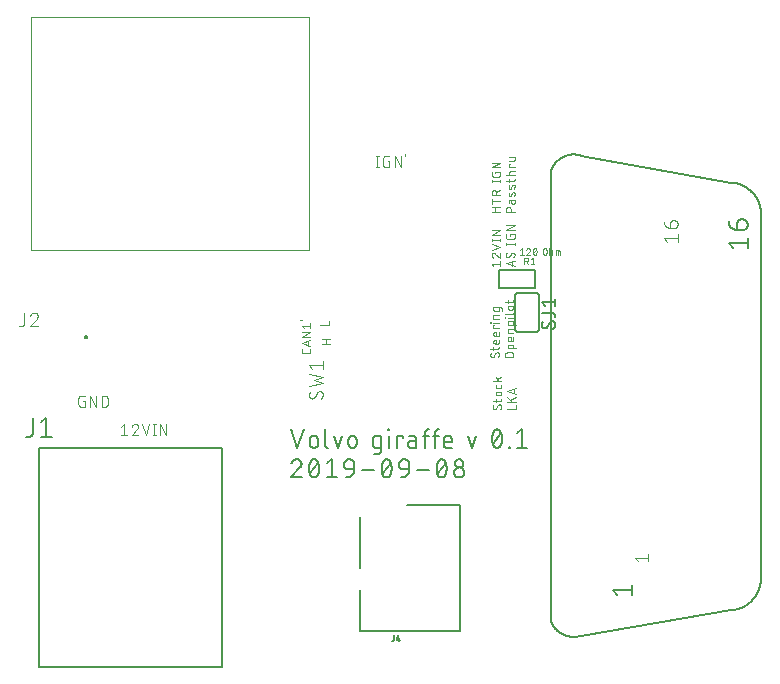
<source format=gbr>
G04 EAGLE Gerber RS-274X export*
G75*
%MOMM*%
%FSLAX34Y34*%
%LPD*%
%INSilkscreen Top*%
%IPPOS*%
%AMOC8*
5,1,8,0,0,1.08239X$1,22.5*%
G01*
%ADD10C,0.076200*%
%ADD11C,0.050800*%
%ADD12C,0.127000*%
%ADD13C,0.152400*%
%ADD14C,0.101600*%
%ADD15C,0.100000*%
%ADD16C,0.200000*%
%ADD17C,0.203200*%


D10*
X313425Y432779D02*
X313425Y423381D01*
X312381Y423381D02*
X314469Y423381D01*
X314469Y432779D02*
X312381Y432779D01*
X322089Y428602D02*
X323656Y428602D01*
X323656Y423381D01*
X320523Y423381D01*
X320434Y423383D01*
X320346Y423389D01*
X320258Y423398D01*
X320170Y423411D01*
X320083Y423428D01*
X319997Y423448D01*
X319912Y423473D01*
X319827Y423500D01*
X319744Y423532D01*
X319663Y423566D01*
X319583Y423605D01*
X319505Y423646D01*
X319428Y423691D01*
X319354Y423739D01*
X319281Y423790D01*
X319211Y423844D01*
X319144Y423902D01*
X319078Y423962D01*
X319016Y424024D01*
X318956Y424090D01*
X318898Y424157D01*
X318844Y424227D01*
X318793Y424300D01*
X318745Y424374D01*
X318700Y424451D01*
X318659Y424529D01*
X318620Y424609D01*
X318586Y424690D01*
X318554Y424773D01*
X318527Y424858D01*
X318502Y424943D01*
X318482Y425029D01*
X318465Y425116D01*
X318452Y425204D01*
X318443Y425292D01*
X318437Y425380D01*
X318435Y425469D01*
X318435Y430691D01*
X318437Y430782D01*
X318443Y430873D01*
X318453Y430964D01*
X318467Y431054D01*
X318484Y431143D01*
X318506Y431231D01*
X318532Y431319D01*
X318561Y431405D01*
X318594Y431490D01*
X318631Y431573D01*
X318671Y431655D01*
X318715Y431735D01*
X318762Y431813D01*
X318813Y431889D01*
X318866Y431962D01*
X318923Y432033D01*
X318984Y432102D01*
X319047Y432167D01*
X319112Y432230D01*
X319181Y432290D01*
X319252Y432348D01*
X319325Y432401D01*
X319401Y432452D01*
X319479Y432499D01*
X319559Y432543D01*
X319641Y432583D01*
X319724Y432620D01*
X319809Y432653D01*
X319895Y432682D01*
X319983Y432708D01*
X320071Y432730D01*
X320160Y432747D01*
X320250Y432761D01*
X320341Y432771D01*
X320432Y432777D01*
X320523Y432779D01*
X323656Y432779D01*
X328188Y432779D02*
X328188Y423381D01*
X333409Y423381D02*
X328188Y432779D01*
X333409Y432779D02*
X333409Y423381D01*
X336895Y432779D02*
X336895Y434867D01*
X65602Y225602D02*
X64036Y225602D01*
X65602Y225602D02*
X65602Y220381D01*
X62469Y220381D01*
X62380Y220383D01*
X62292Y220389D01*
X62204Y220398D01*
X62116Y220411D01*
X62029Y220428D01*
X61943Y220448D01*
X61858Y220473D01*
X61773Y220500D01*
X61690Y220532D01*
X61609Y220566D01*
X61529Y220605D01*
X61451Y220646D01*
X61374Y220691D01*
X61300Y220739D01*
X61227Y220790D01*
X61157Y220844D01*
X61090Y220902D01*
X61024Y220962D01*
X60962Y221024D01*
X60902Y221090D01*
X60844Y221157D01*
X60790Y221227D01*
X60739Y221300D01*
X60691Y221374D01*
X60646Y221451D01*
X60605Y221529D01*
X60566Y221609D01*
X60532Y221690D01*
X60500Y221773D01*
X60473Y221858D01*
X60448Y221943D01*
X60428Y222029D01*
X60411Y222116D01*
X60398Y222204D01*
X60389Y222292D01*
X60383Y222380D01*
X60381Y222469D01*
X60381Y227691D01*
X60383Y227782D01*
X60389Y227873D01*
X60399Y227964D01*
X60413Y228054D01*
X60430Y228143D01*
X60452Y228231D01*
X60478Y228319D01*
X60507Y228405D01*
X60540Y228490D01*
X60577Y228573D01*
X60617Y228655D01*
X60661Y228735D01*
X60708Y228813D01*
X60759Y228889D01*
X60812Y228962D01*
X60869Y229033D01*
X60930Y229102D01*
X60993Y229167D01*
X61058Y229230D01*
X61127Y229290D01*
X61198Y229348D01*
X61271Y229401D01*
X61347Y229452D01*
X61425Y229499D01*
X61505Y229543D01*
X61587Y229583D01*
X61670Y229620D01*
X61755Y229653D01*
X61841Y229682D01*
X61929Y229708D01*
X62017Y229730D01*
X62106Y229747D01*
X62196Y229761D01*
X62287Y229771D01*
X62378Y229777D01*
X62469Y229779D01*
X65602Y229779D01*
X70135Y229779D02*
X70135Y220381D01*
X75356Y220381D02*
X70135Y229779D01*
X75356Y229779D02*
X75356Y220381D01*
X79888Y220381D02*
X79888Y229779D01*
X82499Y229779D01*
X82599Y229777D01*
X82699Y229771D01*
X82798Y229762D01*
X82898Y229748D01*
X82996Y229731D01*
X83094Y229710D01*
X83191Y229686D01*
X83287Y229657D01*
X83382Y229625D01*
X83475Y229590D01*
X83567Y229551D01*
X83658Y229508D01*
X83746Y229462D01*
X83833Y229412D01*
X83918Y229360D01*
X84001Y229304D01*
X84082Y229245D01*
X84160Y229182D01*
X84236Y229117D01*
X84310Y229049D01*
X84380Y228979D01*
X84448Y228905D01*
X84513Y228829D01*
X84576Y228751D01*
X84635Y228670D01*
X84691Y228587D01*
X84743Y228502D01*
X84793Y228415D01*
X84839Y228327D01*
X84882Y228236D01*
X84921Y228144D01*
X84956Y228051D01*
X84988Y227956D01*
X85017Y227860D01*
X85041Y227763D01*
X85062Y227665D01*
X85079Y227567D01*
X85093Y227467D01*
X85102Y227368D01*
X85108Y227268D01*
X85110Y227168D01*
X85109Y227168D02*
X85109Y222992D01*
X85110Y222992D02*
X85108Y222892D01*
X85102Y222792D01*
X85093Y222693D01*
X85079Y222593D01*
X85062Y222495D01*
X85041Y222397D01*
X85017Y222300D01*
X84988Y222204D01*
X84956Y222109D01*
X84921Y222016D01*
X84882Y221924D01*
X84839Y221833D01*
X84793Y221745D01*
X84743Y221658D01*
X84691Y221573D01*
X84635Y221490D01*
X84576Y221409D01*
X84513Y221331D01*
X84448Y221255D01*
X84380Y221181D01*
X84310Y221111D01*
X84236Y221043D01*
X84160Y220978D01*
X84082Y220915D01*
X84001Y220856D01*
X83918Y220800D01*
X83833Y220748D01*
X83746Y220698D01*
X83658Y220652D01*
X83567Y220609D01*
X83475Y220570D01*
X83382Y220535D01*
X83287Y220503D01*
X83191Y220474D01*
X83094Y220450D01*
X82996Y220429D01*
X82898Y220412D01*
X82798Y220398D01*
X82699Y220389D01*
X82599Y220383D01*
X82499Y220381D01*
X79888Y220381D01*
X96381Y203691D02*
X98992Y205779D01*
X98992Y196381D01*
X101602Y196381D02*
X96381Y196381D01*
X108397Y205780D02*
X108492Y205778D01*
X108586Y205772D01*
X108680Y205763D01*
X108774Y205750D01*
X108867Y205733D01*
X108959Y205712D01*
X109051Y205687D01*
X109141Y205659D01*
X109230Y205627D01*
X109318Y205592D01*
X109404Y205553D01*
X109489Y205511D01*
X109572Y205465D01*
X109653Y205416D01*
X109732Y205364D01*
X109809Y205309D01*
X109883Y205250D01*
X109955Y205189D01*
X110025Y205125D01*
X110092Y205058D01*
X110156Y204988D01*
X110217Y204916D01*
X110276Y204842D01*
X110331Y204765D01*
X110383Y204686D01*
X110432Y204605D01*
X110478Y204522D01*
X110520Y204437D01*
X110559Y204351D01*
X110594Y204263D01*
X110626Y204174D01*
X110654Y204084D01*
X110679Y203992D01*
X110700Y203900D01*
X110717Y203807D01*
X110730Y203713D01*
X110739Y203619D01*
X110745Y203525D01*
X110747Y203430D01*
X108397Y205779D02*
X108289Y205777D01*
X108180Y205771D01*
X108072Y205761D01*
X107965Y205748D01*
X107858Y205730D01*
X107751Y205709D01*
X107646Y205684D01*
X107541Y205655D01*
X107438Y205623D01*
X107336Y205586D01*
X107235Y205546D01*
X107136Y205503D01*
X107038Y205456D01*
X106942Y205405D01*
X106848Y205351D01*
X106756Y205294D01*
X106666Y205233D01*
X106578Y205169D01*
X106493Y205103D01*
X106410Y205033D01*
X106330Y204960D01*
X106252Y204884D01*
X106177Y204806D01*
X106105Y204725D01*
X106036Y204641D01*
X105970Y204555D01*
X105907Y204467D01*
X105848Y204376D01*
X105791Y204284D01*
X105738Y204189D01*
X105689Y204093D01*
X105643Y203994D01*
X105600Y203895D01*
X105561Y203793D01*
X105526Y203691D01*
X109963Y201602D02*
X110032Y201671D01*
X110098Y201742D01*
X110162Y201815D01*
X110223Y201891D01*
X110281Y201970D01*
X110335Y202050D01*
X110387Y202133D01*
X110435Y202217D01*
X110481Y202303D01*
X110522Y202391D01*
X110561Y202481D01*
X110596Y202572D01*
X110627Y202664D01*
X110655Y202757D01*
X110679Y202851D01*
X110699Y202946D01*
X110716Y203042D01*
X110729Y203139D01*
X110738Y203236D01*
X110744Y203333D01*
X110746Y203430D01*
X109963Y201602D02*
X105525Y196381D01*
X110746Y196381D01*
X117279Y196381D02*
X114147Y205779D01*
X120412Y205779D02*
X117279Y196381D01*
X124595Y196381D02*
X124595Y205779D01*
X123550Y196381D02*
X125639Y196381D01*
X125639Y205779D02*
X123550Y205779D01*
X129604Y205779D02*
X129604Y196381D01*
X134825Y196381D02*
X129604Y205779D01*
X134825Y205779D02*
X134825Y196381D01*
D11*
X434154Y353500D02*
X435706Y354742D01*
X435706Y349154D01*
X434154Y349154D02*
X437258Y349154D01*
X442745Y353345D02*
X442743Y353418D01*
X442737Y353491D01*
X442728Y353564D01*
X442714Y353635D01*
X442697Y353707D01*
X442677Y353777D01*
X442652Y353846D01*
X442624Y353913D01*
X442593Y353979D01*
X442558Y354044D01*
X442520Y354106D01*
X442478Y354166D01*
X442434Y354224D01*
X442386Y354280D01*
X442336Y354333D01*
X442283Y354383D01*
X442227Y354431D01*
X442169Y354475D01*
X442109Y354517D01*
X442047Y354555D01*
X441982Y354590D01*
X441916Y354621D01*
X441849Y354649D01*
X441780Y354674D01*
X441710Y354694D01*
X441638Y354711D01*
X441567Y354725D01*
X441494Y354734D01*
X441421Y354740D01*
X441348Y354742D01*
X441264Y354740D01*
X441181Y354734D01*
X441098Y354725D01*
X441016Y354711D01*
X440934Y354694D01*
X440853Y354672D01*
X440773Y354647D01*
X440695Y354619D01*
X440617Y354587D01*
X440542Y354551D01*
X440468Y354512D01*
X440396Y354469D01*
X440326Y354423D01*
X440259Y354374D01*
X440193Y354321D01*
X440131Y354266D01*
X440071Y354208D01*
X440013Y354147D01*
X439959Y354084D01*
X439907Y354018D01*
X439859Y353950D01*
X439814Y353879D01*
X439772Y353807D01*
X439734Y353732D01*
X439699Y353656D01*
X439668Y353579D01*
X439640Y353500D01*
X442278Y352259D02*
X442332Y352312D01*
X442383Y352369D01*
X442431Y352428D01*
X442476Y352489D01*
X442517Y352552D01*
X442556Y352618D01*
X442591Y352685D01*
X442623Y352754D01*
X442651Y352825D01*
X442675Y352896D01*
X442696Y352969D01*
X442713Y353043D01*
X442727Y353118D01*
X442736Y353193D01*
X442742Y353269D01*
X442744Y353345D01*
X442279Y352258D02*
X439640Y349154D01*
X442745Y349154D01*
X445127Y351948D02*
X445129Y352079D01*
X445134Y352209D01*
X445144Y352339D01*
X445157Y352469D01*
X445173Y352599D01*
X445193Y352728D01*
X445217Y352856D01*
X445245Y352983D01*
X445276Y353110D01*
X445311Y353236D01*
X445349Y353361D01*
X445391Y353485D01*
X445436Y353607D01*
X445485Y353728D01*
X445537Y353848D01*
X445593Y353966D01*
X445592Y353966D02*
X445615Y354026D01*
X445641Y354086D01*
X445670Y354143D01*
X445703Y354199D01*
X445739Y354253D01*
X445777Y354305D01*
X445819Y354355D01*
X445863Y354402D01*
X445910Y354447D01*
X445960Y354489D01*
X446011Y354528D01*
X446065Y354564D01*
X446121Y354597D01*
X446178Y354627D01*
X446237Y354654D01*
X446298Y354677D01*
X446359Y354697D01*
X446422Y354713D01*
X446486Y354726D01*
X446550Y354735D01*
X446614Y354740D01*
X446679Y354742D01*
X446744Y354740D01*
X446808Y354735D01*
X446872Y354726D01*
X446936Y354713D01*
X446999Y354697D01*
X447060Y354677D01*
X447121Y354654D01*
X447180Y354627D01*
X447237Y354597D01*
X447293Y354564D01*
X447347Y354528D01*
X447398Y354489D01*
X447448Y354447D01*
X447495Y354402D01*
X447539Y354355D01*
X447581Y354305D01*
X447619Y354253D01*
X447655Y354199D01*
X447688Y354143D01*
X447717Y354086D01*
X447743Y354026D01*
X447766Y353966D01*
X447822Y353848D01*
X447874Y353728D01*
X447923Y353607D01*
X447968Y353485D01*
X448010Y353361D01*
X448048Y353236D01*
X448083Y353110D01*
X448114Y352984D01*
X448142Y352856D01*
X448166Y352728D01*
X448186Y352599D01*
X448202Y352469D01*
X448215Y352339D01*
X448225Y352209D01*
X448230Y352079D01*
X448232Y351948D01*
X445127Y351948D02*
X445129Y351817D01*
X445134Y351687D01*
X445144Y351557D01*
X445157Y351427D01*
X445173Y351297D01*
X445193Y351168D01*
X445217Y351040D01*
X445245Y350913D01*
X445276Y350786D01*
X445311Y350660D01*
X445349Y350535D01*
X445391Y350411D01*
X445436Y350289D01*
X445485Y350168D01*
X445537Y350048D01*
X445593Y349930D01*
X445592Y349930D02*
X445615Y349870D01*
X445641Y349810D01*
X445670Y349753D01*
X445703Y349697D01*
X445739Y349643D01*
X445777Y349591D01*
X445819Y349541D01*
X445863Y349494D01*
X445910Y349449D01*
X445960Y349407D01*
X446011Y349368D01*
X446065Y349332D01*
X446121Y349299D01*
X446178Y349269D01*
X446237Y349242D01*
X446298Y349219D01*
X446359Y349199D01*
X446422Y349183D01*
X446486Y349170D01*
X446550Y349161D01*
X446614Y349156D01*
X446679Y349154D01*
X447765Y349930D02*
X447821Y350048D01*
X447873Y350168D01*
X447922Y350289D01*
X447967Y350411D01*
X448009Y350535D01*
X448047Y350660D01*
X448082Y350786D01*
X448113Y350912D01*
X448141Y351040D01*
X448165Y351168D01*
X448185Y351297D01*
X448201Y351427D01*
X448214Y351557D01*
X448224Y351687D01*
X448229Y351817D01*
X448231Y351948D01*
X447766Y349930D02*
X447743Y349870D01*
X447717Y349810D01*
X447688Y349753D01*
X447655Y349697D01*
X447619Y349643D01*
X447581Y349591D01*
X447539Y349541D01*
X447495Y349494D01*
X447448Y349449D01*
X447398Y349407D01*
X447347Y349368D01*
X447293Y349332D01*
X447237Y349299D01*
X447180Y349269D01*
X447121Y349242D01*
X447060Y349219D01*
X446999Y349199D01*
X446936Y349183D01*
X446872Y349170D01*
X446808Y349161D01*
X446744Y349156D01*
X446679Y349154D01*
X445437Y350396D02*
X447921Y353500D01*
X453539Y353190D02*
X453539Y350706D01*
X453539Y353190D02*
X453541Y353267D01*
X453547Y353345D01*
X453556Y353421D01*
X453570Y353498D01*
X453587Y353573D01*
X453608Y353647D01*
X453633Y353721D01*
X453661Y353793D01*
X453693Y353863D01*
X453728Y353932D01*
X453767Y353999D01*
X453809Y354064D01*
X453854Y354127D01*
X453902Y354188D01*
X453953Y354246D01*
X454007Y354301D01*
X454064Y354354D01*
X454123Y354403D01*
X454185Y354450D01*
X454249Y354494D01*
X454315Y354534D01*
X454383Y354571D01*
X454453Y354605D01*
X454524Y354635D01*
X454597Y354661D01*
X454671Y354684D01*
X454746Y354703D01*
X454821Y354718D01*
X454898Y354730D01*
X454975Y354738D01*
X455052Y354742D01*
X455130Y354742D01*
X455207Y354738D01*
X455284Y354730D01*
X455361Y354718D01*
X455436Y354703D01*
X455511Y354684D01*
X455585Y354661D01*
X455658Y354635D01*
X455729Y354605D01*
X455799Y354571D01*
X455867Y354534D01*
X455933Y354494D01*
X455997Y354450D01*
X456059Y354403D01*
X456118Y354354D01*
X456175Y354301D01*
X456229Y354246D01*
X456280Y354188D01*
X456328Y354127D01*
X456373Y354064D01*
X456415Y353999D01*
X456454Y353932D01*
X456489Y353863D01*
X456521Y353793D01*
X456549Y353721D01*
X456574Y353647D01*
X456595Y353573D01*
X456612Y353498D01*
X456626Y353421D01*
X456635Y353345D01*
X456641Y353267D01*
X456643Y353190D01*
X456644Y353190D02*
X456644Y350706D01*
X456643Y350706D02*
X456641Y350629D01*
X456635Y350551D01*
X456626Y350475D01*
X456612Y350398D01*
X456595Y350323D01*
X456574Y350249D01*
X456549Y350175D01*
X456521Y350103D01*
X456489Y350033D01*
X456454Y349964D01*
X456415Y349897D01*
X456373Y349832D01*
X456328Y349769D01*
X456280Y349708D01*
X456229Y349650D01*
X456175Y349595D01*
X456118Y349542D01*
X456059Y349493D01*
X455997Y349446D01*
X455933Y349402D01*
X455867Y349362D01*
X455799Y349325D01*
X455729Y349291D01*
X455658Y349261D01*
X455585Y349235D01*
X455511Y349212D01*
X455436Y349193D01*
X455361Y349178D01*
X455284Y349166D01*
X455207Y349158D01*
X455130Y349154D01*
X455052Y349154D01*
X454975Y349158D01*
X454898Y349166D01*
X454821Y349178D01*
X454746Y349193D01*
X454671Y349212D01*
X454597Y349235D01*
X454524Y349261D01*
X454453Y349291D01*
X454383Y349325D01*
X454315Y349362D01*
X454249Y349402D01*
X454185Y349446D01*
X454123Y349493D01*
X454064Y349542D01*
X454007Y349595D01*
X453953Y349650D01*
X453902Y349708D01*
X453854Y349769D01*
X453809Y349832D01*
X453767Y349897D01*
X453728Y349964D01*
X453693Y350033D01*
X453661Y350103D01*
X453633Y350175D01*
X453608Y350249D01*
X453587Y350323D01*
X453570Y350398D01*
X453556Y350475D01*
X453547Y350551D01*
X453541Y350629D01*
X453539Y350706D01*
X459153Y349154D02*
X459153Y354742D01*
X459153Y352879D02*
X460705Y352879D01*
X460763Y352877D01*
X460822Y352872D01*
X460879Y352863D01*
X460937Y352850D01*
X460993Y352833D01*
X461048Y352814D01*
X461101Y352790D01*
X461154Y352764D01*
X461204Y352734D01*
X461252Y352701D01*
X461298Y352665D01*
X461342Y352627D01*
X461384Y352585D01*
X461422Y352541D01*
X461458Y352495D01*
X461491Y352447D01*
X461521Y352397D01*
X461547Y352344D01*
X461571Y352291D01*
X461590Y352236D01*
X461607Y352180D01*
X461620Y352122D01*
X461629Y352065D01*
X461634Y352006D01*
X461636Y351948D01*
X461637Y351948D02*
X461637Y349154D01*
X464384Y349154D02*
X464384Y352879D01*
X467178Y352879D01*
X467236Y352877D01*
X467295Y352872D01*
X467352Y352863D01*
X467410Y352850D01*
X467466Y352833D01*
X467521Y352814D01*
X467574Y352790D01*
X467627Y352764D01*
X467677Y352734D01*
X467725Y352701D01*
X467771Y352665D01*
X467815Y352627D01*
X467857Y352585D01*
X467895Y352541D01*
X467931Y352495D01*
X467964Y352447D01*
X467994Y352397D01*
X468020Y352344D01*
X468044Y352291D01*
X468063Y352236D01*
X468080Y352180D01*
X468093Y352122D01*
X468102Y352065D01*
X468107Y352006D01*
X468109Y351948D01*
X468110Y351948D02*
X468110Y349154D01*
X466247Y349154D02*
X466247Y352879D01*
D10*
X416790Y222473D02*
X416868Y222471D01*
X416946Y222466D01*
X417023Y222456D01*
X417100Y222443D01*
X417176Y222427D01*
X417251Y222407D01*
X417325Y222383D01*
X417398Y222356D01*
X417470Y222325D01*
X417540Y222291D01*
X417609Y222254D01*
X417675Y222213D01*
X417740Y222169D01*
X417802Y222123D01*
X417862Y222073D01*
X417920Y222021D01*
X417975Y221966D01*
X418027Y221908D01*
X418077Y221848D01*
X418123Y221786D01*
X418167Y221721D01*
X418208Y221655D01*
X418245Y221586D01*
X418279Y221516D01*
X418310Y221444D01*
X418337Y221371D01*
X418361Y221297D01*
X418381Y221222D01*
X418397Y221146D01*
X418410Y221069D01*
X418420Y220992D01*
X418425Y220914D01*
X418427Y220836D01*
X418425Y220722D01*
X418420Y220609D01*
X418410Y220495D01*
X418397Y220382D01*
X418380Y220270D01*
X418360Y220158D01*
X418336Y220047D01*
X418308Y219936D01*
X418277Y219827D01*
X418242Y219719D01*
X418203Y219612D01*
X418161Y219506D01*
X418116Y219402D01*
X418067Y219299D01*
X418014Y219198D01*
X417959Y219099D01*
X417900Y219001D01*
X417838Y218906D01*
X417773Y218813D01*
X417705Y218721D01*
X417634Y218633D01*
X417560Y218546D01*
X417483Y218462D01*
X417404Y218381D01*
X412698Y218586D02*
X412620Y218588D01*
X412542Y218593D01*
X412465Y218603D01*
X412388Y218616D01*
X412312Y218632D01*
X412237Y218652D01*
X412163Y218676D01*
X412090Y218703D01*
X412018Y218734D01*
X411948Y218768D01*
X411880Y218805D01*
X411813Y218846D01*
X411748Y218890D01*
X411686Y218936D01*
X411626Y218986D01*
X411568Y219038D01*
X411513Y219093D01*
X411461Y219151D01*
X411411Y219211D01*
X411365Y219273D01*
X411321Y219338D01*
X411280Y219405D01*
X411243Y219473D01*
X411209Y219543D01*
X411178Y219615D01*
X411151Y219688D01*
X411127Y219762D01*
X411107Y219837D01*
X411091Y219913D01*
X411078Y219990D01*
X411068Y220067D01*
X411063Y220145D01*
X411061Y220223D01*
X411063Y220333D01*
X411069Y220442D01*
X411079Y220552D01*
X411092Y220660D01*
X411110Y220769D01*
X411131Y220876D01*
X411157Y220983D01*
X411186Y221089D01*
X411218Y221194D01*
X411255Y221297D01*
X411295Y221399D01*
X411339Y221500D01*
X411387Y221599D01*
X411437Y221696D01*
X411492Y221791D01*
X411550Y221884D01*
X411611Y221975D01*
X411675Y222064D01*
X414130Y219404D02*
X414088Y219338D01*
X414044Y219273D01*
X413996Y219211D01*
X413946Y219151D01*
X413893Y219093D01*
X413837Y219038D01*
X413779Y218985D01*
X413718Y218936D01*
X413655Y218889D01*
X413590Y218845D01*
X413523Y218805D01*
X413454Y218768D01*
X413383Y218734D01*
X413311Y218703D01*
X413237Y218676D01*
X413162Y218652D01*
X413087Y218632D01*
X413010Y218616D01*
X412933Y218603D01*
X412855Y218593D01*
X412776Y218588D01*
X412698Y218586D01*
X415357Y221655D02*
X415399Y221722D01*
X415443Y221787D01*
X415491Y221849D01*
X415541Y221909D01*
X415594Y221967D01*
X415650Y222022D01*
X415709Y222074D01*
X415769Y222124D01*
X415833Y222171D01*
X415898Y222214D01*
X415965Y222255D01*
X416034Y222292D01*
X416105Y222326D01*
X416177Y222357D01*
X416251Y222384D01*
X416325Y222408D01*
X416401Y222428D01*
X416478Y222444D01*
X416555Y222457D01*
X416633Y222467D01*
X416712Y222472D01*
X416790Y222474D01*
X415358Y221655D02*
X414130Y219404D01*
X413516Y224744D02*
X413516Y227199D01*
X411061Y225562D02*
X417199Y225562D01*
X417268Y225564D01*
X417336Y225570D01*
X417405Y225579D01*
X417472Y225593D01*
X417539Y225610D01*
X417605Y225631D01*
X417669Y225655D01*
X417732Y225684D01*
X417793Y225715D01*
X417852Y225750D01*
X417910Y225788D01*
X417965Y225830D01*
X418017Y225874D01*
X418067Y225922D01*
X418115Y225972D01*
X418159Y226024D01*
X418201Y226079D01*
X418239Y226137D01*
X418274Y226196D01*
X418305Y226257D01*
X418334Y226320D01*
X418358Y226384D01*
X418379Y226450D01*
X418396Y226517D01*
X418410Y226584D01*
X418419Y226653D01*
X418425Y226721D01*
X418427Y226790D01*
X418427Y227199D01*
X416790Y230007D02*
X415153Y230007D01*
X415074Y230009D01*
X414995Y230015D01*
X414916Y230024D01*
X414838Y230037D01*
X414761Y230055D01*
X414685Y230075D01*
X414610Y230100D01*
X414536Y230128D01*
X414463Y230159D01*
X414392Y230195D01*
X414323Y230233D01*
X414256Y230275D01*
X414191Y230320D01*
X414128Y230368D01*
X414067Y230419D01*
X414010Y230473D01*
X413954Y230529D01*
X413902Y230588D01*
X413852Y230650D01*
X413806Y230714D01*
X413762Y230780D01*
X413722Y230848D01*
X413686Y230918D01*
X413652Y230990D01*
X413622Y231064D01*
X413596Y231138D01*
X413573Y231214D01*
X413555Y231291D01*
X413539Y231368D01*
X413528Y231447D01*
X413520Y231525D01*
X413516Y231604D01*
X413516Y231684D01*
X413520Y231763D01*
X413528Y231841D01*
X413539Y231920D01*
X413555Y231997D01*
X413573Y232074D01*
X413596Y232150D01*
X413622Y232224D01*
X413652Y232298D01*
X413686Y232370D01*
X413722Y232440D01*
X413762Y232508D01*
X413806Y232574D01*
X413852Y232638D01*
X413902Y232700D01*
X413954Y232759D01*
X414010Y232815D01*
X414067Y232869D01*
X414128Y232920D01*
X414191Y232968D01*
X414256Y233013D01*
X414323Y233055D01*
X414392Y233093D01*
X414463Y233129D01*
X414536Y233160D01*
X414610Y233188D01*
X414685Y233213D01*
X414761Y233233D01*
X414838Y233251D01*
X414916Y233264D01*
X414995Y233273D01*
X415074Y233279D01*
X415153Y233281D01*
X416790Y233281D01*
X416869Y233279D01*
X416948Y233273D01*
X417027Y233264D01*
X417105Y233251D01*
X417182Y233233D01*
X417258Y233213D01*
X417333Y233188D01*
X417407Y233160D01*
X417480Y233129D01*
X417551Y233093D01*
X417620Y233055D01*
X417687Y233013D01*
X417752Y232968D01*
X417815Y232920D01*
X417876Y232869D01*
X417933Y232815D01*
X417989Y232759D01*
X418041Y232700D01*
X418091Y232638D01*
X418137Y232574D01*
X418181Y232508D01*
X418221Y232440D01*
X418257Y232370D01*
X418291Y232298D01*
X418321Y232224D01*
X418347Y232150D01*
X418370Y232074D01*
X418388Y231997D01*
X418404Y231920D01*
X418415Y231841D01*
X418423Y231763D01*
X418427Y231684D01*
X418427Y231604D01*
X418423Y231525D01*
X418415Y231447D01*
X418404Y231368D01*
X418388Y231291D01*
X418370Y231214D01*
X418347Y231138D01*
X418321Y231064D01*
X418291Y230990D01*
X418257Y230918D01*
X418221Y230848D01*
X418181Y230780D01*
X418137Y230714D01*
X418091Y230650D01*
X418041Y230588D01*
X417989Y230529D01*
X417933Y230473D01*
X417876Y230419D01*
X417815Y230368D01*
X417752Y230320D01*
X417687Y230275D01*
X417620Y230233D01*
X417551Y230195D01*
X417480Y230159D01*
X417407Y230128D01*
X417333Y230100D01*
X417258Y230075D01*
X417182Y230055D01*
X417105Y230037D01*
X417027Y230024D01*
X416948Y230015D01*
X416869Y230009D01*
X416790Y230007D01*
X418427Y237584D02*
X418427Y239220D01*
X418427Y237584D02*
X418425Y237515D01*
X418419Y237447D01*
X418410Y237378D01*
X418396Y237311D01*
X418379Y237244D01*
X418358Y237178D01*
X418334Y237114D01*
X418305Y237051D01*
X418274Y236990D01*
X418239Y236931D01*
X418201Y236873D01*
X418159Y236818D01*
X418115Y236766D01*
X418067Y236716D01*
X418017Y236668D01*
X417965Y236624D01*
X417910Y236583D01*
X417852Y236544D01*
X417793Y236509D01*
X417732Y236478D01*
X417669Y236449D01*
X417605Y236425D01*
X417539Y236404D01*
X417472Y236387D01*
X417405Y236373D01*
X417337Y236364D01*
X417268Y236358D01*
X417199Y236356D01*
X414744Y236356D01*
X414675Y236358D01*
X414607Y236364D01*
X414538Y236373D01*
X414471Y236387D01*
X414404Y236404D01*
X414338Y236425D01*
X414274Y236449D01*
X414211Y236478D01*
X414150Y236509D01*
X414091Y236544D01*
X414033Y236582D01*
X413978Y236624D01*
X413926Y236668D01*
X413876Y236716D01*
X413828Y236766D01*
X413784Y236818D01*
X413742Y236873D01*
X413704Y236931D01*
X413669Y236990D01*
X413638Y237051D01*
X413609Y237114D01*
X413585Y237178D01*
X413564Y237244D01*
X413547Y237311D01*
X413533Y237378D01*
X413524Y237447D01*
X413518Y237515D01*
X413516Y237584D01*
X413516Y239220D01*
X411061Y242293D02*
X418427Y242293D01*
X415972Y242293D02*
X413516Y245567D01*
X414949Y243725D02*
X418427Y245567D01*
X423253Y218381D02*
X430619Y218381D01*
X430619Y221655D01*
X430619Y224823D02*
X423253Y224823D01*
X423253Y228915D02*
X427754Y224823D01*
X426118Y226460D02*
X430619Y228915D01*
X430619Y231367D02*
X423253Y233823D01*
X430619Y236278D01*
X428778Y235664D02*
X428778Y231981D01*
X417427Y385381D02*
X410061Y385381D01*
X413335Y385381D02*
X413335Y389473D01*
X410061Y389473D02*
X417427Y389473D01*
X417427Y394498D02*
X410061Y394498D01*
X410061Y392452D02*
X410061Y396545D01*
X410061Y399575D02*
X417427Y399575D01*
X410061Y399575D02*
X410061Y401621D01*
X410063Y401710D01*
X410069Y401799D01*
X410079Y401888D01*
X410092Y401976D01*
X410109Y402064D01*
X410131Y402151D01*
X410156Y402236D01*
X410184Y402321D01*
X410217Y402404D01*
X410253Y402486D01*
X410292Y402566D01*
X410335Y402644D01*
X410381Y402720D01*
X410431Y402795D01*
X410484Y402867D01*
X410540Y402936D01*
X410599Y403003D01*
X410660Y403068D01*
X410725Y403129D01*
X410792Y403188D01*
X410861Y403244D01*
X410933Y403297D01*
X411008Y403347D01*
X411084Y403393D01*
X411162Y403436D01*
X411242Y403475D01*
X411324Y403511D01*
X411407Y403544D01*
X411492Y403572D01*
X411577Y403597D01*
X411664Y403619D01*
X411752Y403636D01*
X411840Y403649D01*
X411929Y403659D01*
X412018Y403665D01*
X412107Y403667D01*
X412196Y403665D01*
X412285Y403659D01*
X412374Y403649D01*
X412462Y403636D01*
X412550Y403619D01*
X412637Y403597D01*
X412722Y403572D01*
X412807Y403544D01*
X412890Y403511D01*
X412972Y403475D01*
X413052Y403436D01*
X413130Y403393D01*
X413206Y403347D01*
X413281Y403297D01*
X413353Y403244D01*
X413422Y403188D01*
X413489Y403129D01*
X413554Y403068D01*
X413615Y403003D01*
X413674Y402936D01*
X413730Y402867D01*
X413783Y402795D01*
X413833Y402720D01*
X413879Y402644D01*
X413922Y402566D01*
X413961Y402486D01*
X413997Y402404D01*
X414030Y402321D01*
X414058Y402236D01*
X414083Y402151D01*
X414105Y402064D01*
X414122Y401976D01*
X414135Y401888D01*
X414145Y401799D01*
X414151Y401710D01*
X414153Y401621D01*
X414153Y399575D01*
X414153Y402030D02*
X417427Y403667D01*
X417427Y411323D02*
X410061Y411323D01*
X417427Y410505D02*
X417427Y412142D01*
X410061Y412142D02*
X410061Y410505D01*
X413335Y418238D02*
X413335Y419466D01*
X417427Y419466D01*
X417427Y417010D01*
X417425Y416932D01*
X417420Y416854D01*
X417410Y416777D01*
X417397Y416700D01*
X417381Y416624D01*
X417361Y416549D01*
X417337Y416475D01*
X417310Y416402D01*
X417279Y416330D01*
X417245Y416260D01*
X417208Y416192D01*
X417167Y416125D01*
X417123Y416060D01*
X417077Y415998D01*
X417027Y415938D01*
X416975Y415880D01*
X416920Y415825D01*
X416862Y415773D01*
X416802Y415723D01*
X416740Y415677D01*
X416675Y415633D01*
X416609Y415592D01*
X416540Y415555D01*
X416470Y415521D01*
X416398Y415490D01*
X416325Y415463D01*
X416251Y415439D01*
X416176Y415419D01*
X416100Y415403D01*
X416023Y415390D01*
X415946Y415380D01*
X415868Y415375D01*
X415790Y415373D01*
X411698Y415373D01*
X411618Y415375D01*
X411538Y415381D01*
X411458Y415391D01*
X411379Y415404D01*
X411300Y415422D01*
X411223Y415443D01*
X411147Y415469D01*
X411072Y415498D01*
X410998Y415530D01*
X410926Y415566D01*
X410856Y415606D01*
X410789Y415649D01*
X410723Y415695D01*
X410660Y415745D01*
X410599Y415797D01*
X410540Y415852D01*
X410485Y415911D01*
X410433Y415971D01*
X410383Y416035D01*
X410337Y416100D01*
X410294Y416168D01*
X410254Y416238D01*
X410218Y416310D01*
X410186Y416384D01*
X410157Y416458D01*
X410132Y416535D01*
X410110Y416612D01*
X410092Y416691D01*
X410079Y416770D01*
X410069Y416849D01*
X410063Y416930D01*
X410061Y417010D01*
X410061Y419466D01*
X410061Y423176D02*
X417427Y423176D01*
X417427Y427268D02*
X410061Y423176D01*
X410061Y427268D02*
X417427Y427268D01*
X422253Y385381D02*
X429619Y385381D01*
X422253Y385381D02*
X422253Y387427D01*
X422255Y387516D01*
X422261Y387605D01*
X422271Y387694D01*
X422284Y387782D01*
X422301Y387870D01*
X422323Y387957D01*
X422348Y388042D01*
X422376Y388127D01*
X422409Y388210D01*
X422445Y388292D01*
X422484Y388372D01*
X422527Y388450D01*
X422573Y388526D01*
X422623Y388601D01*
X422676Y388673D01*
X422732Y388742D01*
X422791Y388809D01*
X422852Y388874D01*
X422917Y388935D01*
X422984Y388994D01*
X423053Y389050D01*
X423125Y389103D01*
X423200Y389153D01*
X423276Y389199D01*
X423354Y389242D01*
X423434Y389281D01*
X423516Y389317D01*
X423599Y389350D01*
X423684Y389378D01*
X423769Y389403D01*
X423856Y389425D01*
X423944Y389442D01*
X424032Y389455D01*
X424121Y389465D01*
X424210Y389471D01*
X424299Y389473D01*
X424388Y389471D01*
X424477Y389465D01*
X424566Y389455D01*
X424654Y389442D01*
X424742Y389425D01*
X424829Y389403D01*
X424914Y389378D01*
X424999Y389350D01*
X425082Y389317D01*
X425164Y389281D01*
X425244Y389242D01*
X425322Y389199D01*
X425398Y389153D01*
X425473Y389103D01*
X425545Y389050D01*
X425614Y388994D01*
X425681Y388935D01*
X425746Y388874D01*
X425807Y388809D01*
X425866Y388742D01*
X425922Y388673D01*
X425975Y388601D01*
X426025Y388526D01*
X426071Y388450D01*
X426114Y388372D01*
X426153Y388292D01*
X426189Y388210D01*
X426222Y388127D01*
X426250Y388042D01*
X426275Y387957D01*
X426297Y387870D01*
X426314Y387782D01*
X426327Y387694D01*
X426337Y387605D01*
X426343Y387516D01*
X426345Y387427D01*
X426345Y385381D01*
X426754Y393648D02*
X426754Y395489D01*
X426755Y393648D02*
X426757Y393573D01*
X426763Y393498D01*
X426773Y393424D01*
X426786Y393350D01*
X426804Y393277D01*
X426825Y393205D01*
X426850Y393135D01*
X426879Y393066D01*
X426911Y392998D01*
X426947Y392932D01*
X426986Y392868D01*
X427028Y392806D01*
X427074Y392747D01*
X427123Y392690D01*
X427174Y392635D01*
X427229Y392584D01*
X427286Y392535D01*
X427345Y392489D01*
X427407Y392447D01*
X427471Y392408D01*
X427537Y392372D01*
X427605Y392340D01*
X427674Y392311D01*
X427744Y392286D01*
X427816Y392265D01*
X427889Y392247D01*
X427963Y392234D01*
X428037Y392224D01*
X428112Y392218D01*
X428187Y392216D01*
X428262Y392218D01*
X428337Y392224D01*
X428411Y392234D01*
X428485Y392247D01*
X428558Y392265D01*
X428630Y392286D01*
X428700Y392311D01*
X428769Y392340D01*
X428837Y392372D01*
X428903Y392408D01*
X428967Y392447D01*
X429029Y392489D01*
X429088Y392535D01*
X429145Y392584D01*
X429200Y392635D01*
X429251Y392690D01*
X429300Y392747D01*
X429346Y392806D01*
X429388Y392868D01*
X429427Y392932D01*
X429463Y392998D01*
X429495Y393066D01*
X429524Y393135D01*
X429549Y393205D01*
X429570Y393277D01*
X429588Y393350D01*
X429601Y393424D01*
X429611Y393498D01*
X429617Y393573D01*
X429619Y393648D01*
X429619Y395489D01*
X425936Y395489D01*
X425867Y395487D01*
X425799Y395481D01*
X425730Y395472D01*
X425663Y395458D01*
X425596Y395441D01*
X425530Y395420D01*
X425466Y395396D01*
X425403Y395367D01*
X425342Y395336D01*
X425283Y395301D01*
X425225Y395263D01*
X425170Y395221D01*
X425118Y395177D01*
X425068Y395129D01*
X425020Y395079D01*
X424976Y395027D01*
X424935Y394972D01*
X424896Y394914D01*
X424861Y394855D01*
X424830Y394794D01*
X424801Y394731D01*
X424777Y394667D01*
X424756Y394601D01*
X424739Y394534D01*
X424725Y394467D01*
X424716Y394399D01*
X424710Y394330D01*
X424708Y394261D01*
X424708Y392625D01*
X426754Y399454D02*
X427573Y401500D01*
X426754Y399454D02*
X426729Y399395D01*
X426700Y399338D01*
X426667Y399283D01*
X426631Y399230D01*
X426593Y399179D01*
X426551Y399131D01*
X426506Y399085D01*
X426459Y399042D01*
X426409Y399002D01*
X426357Y398965D01*
X426302Y398931D01*
X426246Y398900D01*
X426188Y398873D01*
X426128Y398850D01*
X426068Y398830D01*
X426006Y398814D01*
X425943Y398801D01*
X425879Y398793D01*
X425816Y398788D01*
X425752Y398787D01*
X425688Y398790D01*
X425624Y398797D01*
X425561Y398808D01*
X425499Y398822D01*
X425437Y398840D01*
X425377Y398862D01*
X425318Y398887D01*
X425261Y398916D01*
X425206Y398949D01*
X425153Y398984D01*
X425102Y399023D01*
X425053Y399065D01*
X425007Y399109D01*
X424964Y399157D01*
X424924Y399206D01*
X424887Y399259D01*
X424853Y399313D01*
X424822Y399369D01*
X424795Y399427D01*
X424771Y399486D01*
X424752Y399547D01*
X424735Y399609D01*
X424723Y399672D01*
X424714Y399735D01*
X424709Y399799D01*
X424708Y399863D01*
X424712Y399999D01*
X424720Y400134D01*
X424732Y400270D01*
X424748Y400404D01*
X424768Y400539D01*
X424791Y400672D01*
X424819Y400805D01*
X424850Y400937D01*
X424885Y401068D01*
X424924Y401198D01*
X424967Y401327D01*
X425014Y401454D01*
X425064Y401580D01*
X425118Y401705D01*
X427573Y401500D02*
X427598Y401559D01*
X427627Y401616D01*
X427660Y401671D01*
X427696Y401724D01*
X427734Y401775D01*
X427776Y401823D01*
X427821Y401869D01*
X427868Y401912D01*
X427918Y401952D01*
X427970Y401989D01*
X428025Y402023D01*
X428081Y402054D01*
X428139Y402081D01*
X428199Y402104D01*
X428259Y402124D01*
X428321Y402140D01*
X428384Y402153D01*
X428448Y402161D01*
X428511Y402166D01*
X428575Y402167D01*
X428639Y402164D01*
X428703Y402157D01*
X428766Y402146D01*
X428828Y402132D01*
X428890Y402114D01*
X428950Y402092D01*
X429009Y402067D01*
X429066Y402038D01*
X429121Y402005D01*
X429174Y401970D01*
X429225Y401931D01*
X429274Y401889D01*
X429320Y401845D01*
X429363Y401797D01*
X429403Y401748D01*
X429440Y401695D01*
X429474Y401641D01*
X429505Y401585D01*
X429532Y401527D01*
X429556Y401468D01*
X429575Y401407D01*
X429592Y401345D01*
X429604Y401282D01*
X429613Y401219D01*
X429618Y401155D01*
X429619Y401091D01*
X429615Y400927D01*
X429607Y400763D01*
X429595Y400599D01*
X429579Y400436D01*
X429559Y400273D01*
X429536Y400110D01*
X429508Y399949D01*
X429477Y399787D01*
X429442Y399627D01*
X429403Y399468D01*
X429360Y399309D01*
X429314Y399152D01*
X429264Y398995D01*
X429210Y398840D01*
X426754Y405794D02*
X427573Y407840D01*
X426754Y405794D02*
X426729Y405735D01*
X426700Y405678D01*
X426667Y405623D01*
X426631Y405570D01*
X426593Y405519D01*
X426551Y405471D01*
X426506Y405425D01*
X426459Y405382D01*
X426409Y405342D01*
X426357Y405305D01*
X426302Y405271D01*
X426246Y405240D01*
X426188Y405213D01*
X426128Y405190D01*
X426068Y405170D01*
X426006Y405154D01*
X425943Y405141D01*
X425879Y405133D01*
X425816Y405128D01*
X425752Y405127D01*
X425688Y405130D01*
X425624Y405137D01*
X425561Y405148D01*
X425499Y405162D01*
X425437Y405180D01*
X425377Y405202D01*
X425318Y405227D01*
X425261Y405256D01*
X425206Y405289D01*
X425153Y405324D01*
X425102Y405363D01*
X425053Y405405D01*
X425007Y405449D01*
X424964Y405497D01*
X424924Y405546D01*
X424887Y405599D01*
X424853Y405653D01*
X424822Y405709D01*
X424795Y405767D01*
X424771Y405826D01*
X424752Y405887D01*
X424735Y405949D01*
X424723Y406012D01*
X424714Y406075D01*
X424709Y406139D01*
X424708Y406203D01*
X424708Y406202D02*
X424712Y406338D01*
X424720Y406473D01*
X424732Y406609D01*
X424748Y406743D01*
X424768Y406878D01*
X424791Y407011D01*
X424819Y407144D01*
X424850Y407276D01*
X424885Y407407D01*
X424924Y407537D01*
X424967Y407666D01*
X425014Y407793D01*
X425064Y407919D01*
X425118Y408044D01*
X427573Y407840D02*
X427598Y407899D01*
X427627Y407956D01*
X427660Y408011D01*
X427696Y408064D01*
X427734Y408115D01*
X427776Y408163D01*
X427821Y408209D01*
X427868Y408252D01*
X427918Y408292D01*
X427970Y408329D01*
X428025Y408363D01*
X428081Y408394D01*
X428139Y408421D01*
X428199Y408444D01*
X428259Y408464D01*
X428321Y408480D01*
X428384Y408493D01*
X428448Y408501D01*
X428511Y408506D01*
X428575Y408507D01*
X428639Y408504D01*
X428703Y408497D01*
X428766Y408486D01*
X428828Y408472D01*
X428890Y408454D01*
X428950Y408432D01*
X429009Y408407D01*
X429066Y408378D01*
X429121Y408345D01*
X429174Y408310D01*
X429225Y408271D01*
X429274Y408229D01*
X429320Y408185D01*
X429363Y408137D01*
X429403Y408088D01*
X429440Y408035D01*
X429474Y407981D01*
X429505Y407925D01*
X429532Y407867D01*
X429556Y407808D01*
X429575Y407747D01*
X429592Y407685D01*
X429604Y407622D01*
X429613Y407559D01*
X429618Y407495D01*
X429619Y407431D01*
X429615Y407267D01*
X429607Y407103D01*
X429595Y406939D01*
X429579Y406776D01*
X429559Y406613D01*
X429536Y406450D01*
X429508Y406289D01*
X429477Y406127D01*
X429442Y405967D01*
X429403Y405808D01*
X429360Y405649D01*
X429314Y405492D01*
X429264Y405335D01*
X429210Y405180D01*
X424708Y410889D02*
X424708Y413344D01*
X422253Y411708D02*
X428391Y411708D01*
X428391Y411707D02*
X428460Y411709D01*
X428528Y411715D01*
X428597Y411724D01*
X428664Y411738D01*
X428731Y411755D01*
X428797Y411776D01*
X428861Y411800D01*
X428924Y411829D01*
X428985Y411860D01*
X429044Y411895D01*
X429102Y411933D01*
X429157Y411975D01*
X429209Y412019D01*
X429259Y412067D01*
X429307Y412117D01*
X429351Y412169D01*
X429393Y412224D01*
X429431Y412282D01*
X429466Y412341D01*
X429497Y412402D01*
X429526Y412465D01*
X429550Y412529D01*
X429571Y412595D01*
X429588Y412662D01*
X429602Y412729D01*
X429611Y412798D01*
X429617Y412866D01*
X429619Y412935D01*
X429619Y413344D01*
X429619Y416396D02*
X422253Y416396D01*
X424708Y416396D02*
X424708Y418442D01*
X424710Y418511D01*
X424716Y418579D01*
X424725Y418648D01*
X424739Y418715D01*
X424756Y418782D01*
X424777Y418848D01*
X424801Y418912D01*
X424830Y418975D01*
X424861Y419036D01*
X424896Y419095D01*
X424934Y419153D01*
X424976Y419208D01*
X425020Y419260D01*
X425068Y419310D01*
X425118Y419358D01*
X425170Y419402D01*
X425225Y419444D01*
X425283Y419482D01*
X425342Y419517D01*
X425403Y419548D01*
X425466Y419577D01*
X425530Y419601D01*
X425596Y419622D01*
X425663Y419639D01*
X425730Y419653D01*
X425799Y419662D01*
X425867Y419668D01*
X425936Y419670D01*
X429619Y419670D01*
X429619Y423270D02*
X424708Y423270D01*
X424708Y425725D01*
X425527Y425725D01*
X424708Y428344D02*
X428391Y428344D01*
X428460Y428346D01*
X428528Y428352D01*
X428597Y428361D01*
X428664Y428375D01*
X428731Y428392D01*
X428797Y428413D01*
X428861Y428437D01*
X428924Y428466D01*
X428985Y428497D01*
X429044Y428532D01*
X429102Y428570D01*
X429157Y428612D01*
X429209Y428656D01*
X429259Y428704D01*
X429307Y428754D01*
X429351Y428806D01*
X429393Y428861D01*
X429431Y428919D01*
X429466Y428978D01*
X429497Y429039D01*
X429526Y429102D01*
X429550Y429166D01*
X429571Y429232D01*
X429588Y429299D01*
X429602Y429366D01*
X429611Y429435D01*
X429617Y429503D01*
X429619Y429572D01*
X429619Y431618D01*
X424708Y431618D01*
X410061Y341427D02*
X411698Y339381D01*
X410061Y341427D02*
X417427Y341427D01*
X417427Y339381D02*
X417427Y343473D01*
X411903Y350789D02*
X411818Y350787D01*
X411733Y350781D01*
X411649Y350771D01*
X411565Y350758D01*
X411481Y350740D01*
X411399Y350719D01*
X411318Y350694D01*
X411238Y350665D01*
X411159Y350632D01*
X411082Y350596D01*
X411007Y350556D01*
X410933Y350513D01*
X410862Y350467D01*
X410793Y350417D01*
X410726Y350364D01*
X410662Y350308D01*
X410601Y350249D01*
X410542Y350188D01*
X410486Y350124D01*
X410433Y350057D01*
X410383Y349988D01*
X410337Y349917D01*
X410294Y349843D01*
X410254Y349768D01*
X410218Y349691D01*
X410185Y349612D01*
X410156Y349532D01*
X410131Y349451D01*
X410110Y349369D01*
X410092Y349285D01*
X410079Y349201D01*
X410069Y349117D01*
X410063Y349032D01*
X410061Y348947D01*
X410063Y348851D01*
X410069Y348755D01*
X410079Y348660D01*
X410092Y348565D01*
X410110Y348470D01*
X410131Y348377D01*
X410156Y348284D01*
X410185Y348193D01*
X410217Y348102D01*
X410253Y348013D01*
X410293Y347926D01*
X410336Y347840D01*
X410382Y347756D01*
X410432Y347674D01*
X410486Y347594D01*
X410542Y347517D01*
X410602Y347442D01*
X410664Y347369D01*
X410730Y347299D01*
X410798Y347231D01*
X410869Y347166D01*
X410942Y347105D01*
X411018Y347046D01*
X411097Y346990D01*
X411177Y346938D01*
X411260Y346889D01*
X411344Y346843D01*
X411430Y346801D01*
X411518Y346763D01*
X411607Y346728D01*
X411698Y346696D01*
X413335Y350175D02*
X413276Y350235D01*
X413214Y350292D01*
X413150Y350347D01*
X413083Y350398D01*
X413014Y350447D01*
X412944Y350493D01*
X412871Y350536D01*
X412797Y350576D01*
X412721Y350612D01*
X412643Y350645D01*
X412564Y350675D01*
X412484Y350702D01*
X412403Y350725D01*
X412321Y350744D01*
X412239Y350760D01*
X412155Y350773D01*
X412071Y350782D01*
X411987Y350787D01*
X411903Y350789D01*
X413335Y350175D02*
X417427Y346696D01*
X417427Y350788D01*
X417427Y356058D02*
X410061Y353602D01*
X410061Y358513D02*
X417427Y356058D01*
X417427Y361910D02*
X410061Y361910D01*
X417427Y361091D02*
X417427Y362728D01*
X410061Y362728D02*
X410061Y361091D01*
X410061Y365960D02*
X417427Y365960D01*
X417427Y370052D02*
X410061Y365960D01*
X410061Y370052D02*
X417427Y370052D01*
X422253Y341836D02*
X429619Y339381D01*
X429619Y344292D02*
X422253Y341836D01*
X427778Y343678D02*
X427778Y339995D01*
X429619Y349317D02*
X429617Y349395D01*
X429612Y349473D01*
X429602Y349550D01*
X429589Y349627D01*
X429573Y349703D01*
X429553Y349778D01*
X429529Y349852D01*
X429502Y349925D01*
X429471Y349997D01*
X429437Y350067D01*
X429400Y350136D01*
X429359Y350202D01*
X429315Y350267D01*
X429269Y350329D01*
X429219Y350389D01*
X429167Y350447D01*
X429112Y350502D01*
X429054Y350554D01*
X428994Y350604D01*
X428932Y350650D01*
X428867Y350694D01*
X428801Y350735D01*
X428732Y350772D01*
X428662Y350806D01*
X428590Y350837D01*
X428517Y350864D01*
X428443Y350888D01*
X428368Y350908D01*
X428292Y350924D01*
X428215Y350937D01*
X428138Y350947D01*
X428060Y350952D01*
X427982Y350954D01*
X429619Y349317D02*
X429617Y349203D01*
X429612Y349090D01*
X429602Y348976D01*
X429589Y348863D01*
X429572Y348751D01*
X429552Y348639D01*
X429528Y348528D01*
X429500Y348417D01*
X429469Y348308D01*
X429434Y348200D01*
X429395Y348093D01*
X429353Y347987D01*
X429308Y347883D01*
X429259Y347780D01*
X429206Y347679D01*
X429151Y347580D01*
X429092Y347482D01*
X429030Y347387D01*
X428965Y347294D01*
X428897Y347202D01*
X428826Y347114D01*
X428752Y347027D01*
X428675Y346943D01*
X428596Y346862D01*
X423890Y347066D02*
X423812Y347068D01*
X423734Y347073D01*
X423657Y347083D01*
X423580Y347096D01*
X423504Y347112D01*
X423429Y347132D01*
X423355Y347156D01*
X423282Y347183D01*
X423210Y347214D01*
X423140Y347248D01*
X423072Y347285D01*
X423005Y347326D01*
X422940Y347370D01*
X422878Y347416D01*
X422818Y347466D01*
X422760Y347518D01*
X422705Y347573D01*
X422653Y347631D01*
X422603Y347691D01*
X422557Y347753D01*
X422513Y347818D01*
X422472Y347885D01*
X422435Y347953D01*
X422401Y348023D01*
X422370Y348095D01*
X422343Y348168D01*
X422319Y348242D01*
X422299Y348317D01*
X422283Y348393D01*
X422270Y348470D01*
X422260Y348547D01*
X422255Y348625D01*
X422253Y348703D01*
X422255Y348813D01*
X422261Y348922D01*
X422271Y349032D01*
X422284Y349140D01*
X422302Y349249D01*
X422323Y349356D01*
X422349Y349463D01*
X422378Y349569D01*
X422410Y349674D01*
X422447Y349777D01*
X422487Y349879D01*
X422531Y349980D01*
X422579Y350079D01*
X422629Y350176D01*
X422684Y350271D01*
X422742Y350364D01*
X422803Y350455D01*
X422867Y350544D01*
X425322Y347885D02*
X425280Y347819D01*
X425236Y347754D01*
X425188Y347692D01*
X425138Y347632D01*
X425085Y347574D01*
X425029Y347519D01*
X424971Y347466D01*
X424910Y347417D01*
X424847Y347370D01*
X424782Y347326D01*
X424715Y347286D01*
X424646Y347249D01*
X424575Y347215D01*
X424503Y347184D01*
X424429Y347157D01*
X424354Y347133D01*
X424279Y347113D01*
X424202Y347097D01*
X424125Y347084D01*
X424047Y347074D01*
X423968Y347069D01*
X423890Y347067D01*
X426549Y350135D02*
X426591Y350202D01*
X426635Y350267D01*
X426683Y350329D01*
X426733Y350389D01*
X426786Y350447D01*
X426842Y350502D01*
X426901Y350554D01*
X426961Y350604D01*
X427025Y350651D01*
X427090Y350694D01*
X427157Y350735D01*
X427226Y350772D01*
X427297Y350806D01*
X427369Y350837D01*
X427443Y350864D01*
X427517Y350888D01*
X427593Y350908D01*
X427670Y350924D01*
X427747Y350937D01*
X427825Y350947D01*
X427904Y350952D01*
X427982Y350954D01*
X426550Y350135D02*
X425322Y347885D01*
X422253Y358417D02*
X429619Y358417D01*
X429619Y357599D02*
X429619Y359236D01*
X422253Y359236D02*
X422253Y357599D01*
X425527Y365332D02*
X425527Y366560D01*
X429619Y366560D01*
X429619Y364104D01*
X429617Y364026D01*
X429612Y363948D01*
X429602Y363871D01*
X429589Y363794D01*
X429573Y363718D01*
X429553Y363643D01*
X429529Y363569D01*
X429502Y363496D01*
X429471Y363424D01*
X429437Y363354D01*
X429400Y363286D01*
X429359Y363219D01*
X429315Y363154D01*
X429269Y363092D01*
X429219Y363032D01*
X429167Y362974D01*
X429112Y362919D01*
X429054Y362867D01*
X428994Y362817D01*
X428932Y362771D01*
X428867Y362727D01*
X428801Y362686D01*
X428732Y362649D01*
X428662Y362615D01*
X428590Y362584D01*
X428517Y362557D01*
X428443Y362533D01*
X428368Y362513D01*
X428292Y362497D01*
X428215Y362484D01*
X428138Y362474D01*
X428060Y362469D01*
X427982Y362467D01*
X423890Y362467D01*
X423810Y362469D01*
X423730Y362475D01*
X423650Y362485D01*
X423571Y362498D01*
X423492Y362516D01*
X423415Y362537D01*
X423339Y362563D01*
X423264Y362592D01*
X423190Y362624D01*
X423118Y362660D01*
X423048Y362700D01*
X422981Y362743D01*
X422915Y362789D01*
X422852Y362839D01*
X422791Y362891D01*
X422732Y362946D01*
X422677Y363005D01*
X422625Y363065D01*
X422575Y363129D01*
X422529Y363194D01*
X422486Y363262D01*
X422446Y363332D01*
X422410Y363404D01*
X422378Y363478D01*
X422349Y363552D01*
X422324Y363629D01*
X422302Y363706D01*
X422284Y363785D01*
X422271Y363864D01*
X422261Y363943D01*
X422255Y364024D01*
X422253Y364104D01*
X422253Y366560D01*
X422253Y370270D02*
X429619Y370270D01*
X429619Y374362D02*
X422253Y370270D01*
X422253Y374362D02*
X429619Y374362D01*
X414790Y266473D02*
X414868Y266471D01*
X414946Y266466D01*
X415023Y266456D01*
X415100Y266443D01*
X415176Y266427D01*
X415251Y266407D01*
X415325Y266383D01*
X415398Y266356D01*
X415470Y266325D01*
X415540Y266291D01*
X415609Y266254D01*
X415675Y266213D01*
X415740Y266169D01*
X415802Y266123D01*
X415862Y266073D01*
X415920Y266021D01*
X415975Y265966D01*
X416027Y265908D01*
X416077Y265848D01*
X416123Y265786D01*
X416167Y265721D01*
X416208Y265655D01*
X416245Y265586D01*
X416279Y265516D01*
X416310Y265444D01*
X416337Y265371D01*
X416361Y265297D01*
X416381Y265222D01*
X416397Y265146D01*
X416410Y265069D01*
X416420Y264992D01*
X416425Y264914D01*
X416427Y264836D01*
X416425Y264722D01*
X416420Y264609D01*
X416410Y264495D01*
X416397Y264382D01*
X416380Y264270D01*
X416360Y264158D01*
X416336Y264047D01*
X416308Y263936D01*
X416277Y263827D01*
X416242Y263719D01*
X416203Y263612D01*
X416161Y263506D01*
X416116Y263402D01*
X416067Y263299D01*
X416014Y263198D01*
X415959Y263099D01*
X415900Y263001D01*
X415838Y262906D01*
X415773Y262813D01*
X415705Y262721D01*
X415634Y262633D01*
X415560Y262546D01*
X415483Y262462D01*
X415404Y262381D01*
X410698Y262586D02*
X410620Y262588D01*
X410542Y262593D01*
X410465Y262603D01*
X410388Y262616D01*
X410312Y262632D01*
X410237Y262652D01*
X410163Y262676D01*
X410090Y262703D01*
X410018Y262734D01*
X409948Y262768D01*
X409880Y262805D01*
X409813Y262846D01*
X409748Y262890D01*
X409686Y262936D01*
X409626Y262986D01*
X409568Y263038D01*
X409513Y263093D01*
X409461Y263151D01*
X409411Y263211D01*
X409365Y263273D01*
X409321Y263338D01*
X409280Y263405D01*
X409243Y263473D01*
X409209Y263543D01*
X409178Y263615D01*
X409151Y263688D01*
X409127Y263762D01*
X409107Y263837D01*
X409091Y263913D01*
X409078Y263990D01*
X409068Y264067D01*
X409063Y264145D01*
X409061Y264223D01*
X409063Y264333D01*
X409069Y264442D01*
X409079Y264552D01*
X409092Y264660D01*
X409110Y264769D01*
X409131Y264876D01*
X409157Y264983D01*
X409186Y265089D01*
X409218Y265194D01*
X409255Y265297D01*
X409295Y265399D01*
X409339Y265500D01*
X409387Y265599D01*
X409437Y265696D01*
X409492Y265791D01*
X409550Y265884D01*
X409611Y265975D01*
X409675Y266064D01*
X412130Y263404D02*
X412088Y263338D01*
X412044Y263273D01*
X411996Y263211D01*
X411946Y263151D01*
X411893Y263093D01*
X411837Y263038D01*
X411779Y262985D01*
X411718Y262936D01*
X411655Y262889D01*
X411590Y262845D01*
X411523Y262805D01*
X411454Y262768D01*
X411383Y262734D01*
X411311Y262703D01*
X411237Y262676D01*
X411162Y262652D01*
X411087Y262632D01*
X411010Y262616D01*
X410933Y262603D01*
X410855Y262593D01*
X410776Y262588D01*
X410698Y262586D01*
X413357Y265655D02*
X413399Y265722D01*
X413443Y265787D01*
X413491Y265849D01*
X413541Y265909D01*
X413594Y265967D01*
X413650Y266022D01*
X413709Y266074D01*
X413769Y266124D01*
X413833Y266171D01*
X413898Y266214D01*
X413965Y266255D01*
X414034Y266292D01*
X414105Y266326D01*
X414177Y266357D01*
X414251Y266384D01*
X414325Y266408D01*
X414401Y266428D01*
X414478Y266444D01*
X414555Y266457D01*
X414633Y266467D01*
X414712Y266472D01*
X414790Y266474D01*
X413358Y265655D02*
X412130Y263404D01*
X411516Y268744D02*
X411516Y271199D01*
X409061Y269562D02*
X415199Y269562D01*
X415268Y269564D01*
X415336Y269570D01*
X415405Y269579D01*
X415472Y269593D01*
X415539Y269610D01*
X415605Y269631D01*
X415669Y269655D01*
X415732Y269684D01*
X415793Y269715D01*
X415852Y269750D01*
X415910Y269788D01*
X415965Y269830D01*
X416017Y269874D01*
X416067Y269922D01*
X416115Y269972D01*
X416159Y270024D01*
X416201Y270079D01*
X416239Y270137D01*
X416274Y270196D01*
X416305Y270257D01*
X416334Y270320D01*
X416358Y270384D01*
X416379Y270450D01*
X416396Y270517D01*
X416410Y270584D01*
X416419Y270653D01*
X416425Y270721D01*
X416427Y270790D01*
X416427Y271199D01*
X416427Y275234D02*
X416427Y277281D01*
X416427Y275234D02*
X416425Y275165D01*
X416419Y275097D01*
X416410Y275028D01*
X416396Y274961D01*
X416379Y274894D01*
X416358Y274828D01*
X416334Y274764D01*
X416305Y274701D01*
X416274Y274640D01*
X416239Y274581D01*
X416201Y274523D01*
X416159Y274468D01*
X416115Y274416D01*
X416067Y274366D01*
X416017Y274318D01*
X415965Y274274D01*
X415910Y274233D01*
X415852Y274194D01*
X415793Y274159D01*
X415732Y274128D01*
X415669Y274099D01*
X415605Y274075D01*
X415539Y274054D01*
X415472Y274037D01*
X415405Y274023D01*
X415337Y274014D01*
X415268Y274008D01*
X415199Y274006D01*
X415199Y274007D02*
X413153Y274007D01*
X413074Y274009D01*
X412995Y274015D01*
X412916Y274024D01*
X412838Y274037D01*
X412761Y274055D01*
X412685Y274075D01*
X412610Y274100D01*
X412536Y274128D01*
X412463Y274159D01*
X412392Y274195D01*
X412323Y274233D01*
X412256Y274275D01*
X412191Y274320D01*
X412128Y274368D01*
X412067Y274419D01*
X412010Y274473D01*
X411954Y274529D01*
X411902Y274588D01*
X411852Y274650D01*
X411806Y274714D01*
X411762Y274780D01*
X411722Y274848D01*
X411686Y274918D01*
X411652Y274990D01*
X411622Y275064D01*
X411596Y275138D01*
X411573Y275214D01*
X411555Y275291D01*
X411539Y275368D01*
X411528Y275447D01*
X411520Y275525D01*
X411516Y275604D01*
X411516Y275684D01*
X411520Y275763D01*
X411528Y275841D01*
X411539Y275920D01*
X411555Y275997D01*
X411573Y276074D01*
X411596Y276150D01*
X411622Y276224D01*
X411652Y276298D01*
X411686Y276370D01*
X411722Y276440D01*
X411762Y276508D01*
X411806Y276574D01*
X411852Y276638D01*
X411902Y276700D01*
X411954Y276759D01*
X412010Y276815D01*
X412067Y276869D01*
X412128Y276920D01*
X412191Y276968D01*
X412256Y277013D01*
X412323Y277055D01*
X412392Y277093D01*
X412463Y277129D01*
X412536Y277160D01*
X412610Y277188D01*
X412685Y277213D01*
X412761Y277233D01*
X412838Y277251D01*
X412916Y277264D01*
X412995Y277273D01*
X413074Y277279D01*
X413153Y277281D01*
X413972Y277281D01*
X413972Y274007D01*
X416427Y281574D02*
X416427Y283620D01*
X416427Y281574D02*
X416425Y281505D01*
X416419Y281437D01*
X416410Y281368D01*
X416396Y281301D01*
X416379Y281234D01*
X416358Y281168D01*
X416334Y281104D01*
X416305Y281041D01*
X416274Y280980D01*
X416239Y280921D01*
X416201Y280863D01*
X416159Y280808D01*
X416115Y280756D01*
X416067Y280706D01*
X416017Y280658D01*
X415965Y280614D01*
X415910Y280573D01*
X415852Y280534D01*
X415793Y280499D01*
X415732Y280468D01*
X415669Y280439D01*
X415605Y280415D01*
X415539Y280394D01*
X415472Y280377D01*
X415405Y280363D01*
X415337Y280354D01*
X415268Y280348D01*
X415199Y280346D01*
X415199Y280347D02*
X413153Y280347D01*
X413074Y280349D01*
X412995Y280355D01*
X412916Y280364D01*
X412838Y280377D01*
X412761Y280395D01*
X412685Y280415D01*
X412610Y280440D01*
X412536Y280468D01*
X412463Y280499D01*
X412392Y280535D01*
X412323Y280573D01*
X412256Y280615D01*
X412191Y280660D01*
X412128Y280708D01*
X412067Y280759D01*
X412010Y280813D01*
X411954Y280869D01*
X411902Y280928D01*
X411852Y280990D01*
X411806Y281054D01*
X411762Y281120D01*
X411722Y281188D01*
X411686Y281258D01*
X411652Y281330D01*
X411622Y281404D01*
X411596Y281478D01*
X411573Y281554D01*
X411555Y281631D01*
X411539Y281708D01*
X411528Y281787D01*
X411520Y281865D01*
X411516Y281944D01*
X411516Y282024D01*
X411520Y282103D01*
X411528Y282181D01*
X411539Y282260D01*
X411555Y282337D01*
X411573Y282414D01*
X411596Y282490D01*
X411622Y282564D01*
X411652Y282638D01*
X411686Y282710D01*
X411722Y282780D01*
X411762Y282848D01*
X411806Y282914D01*
X411852Y282978D01*
X411902Y283040D01*
X411954Y283099D01*
X412010Y283155D01*
X412067Y283209D01*
X412128Y283260D01*
X412191Y283308D01*
X412256Y283353D01*
X412323Y283395D01*
X412392Y283433D01*
X412463Y283469D01*
X412536Y283500D01*
X412610Y283528D01*
X412685Y283553D01*
X412761Y283573D01*
X412838Y283591D01*
X412916Y283604D01*
X412995Y283613D01*
X413074Y283619D01*
X413153Y283621D01*
X413153Y283620D02*
X413972Y283620D01*
X413972Y280347D01*
X416427Y286976D02*
X411516Y286976D01*
X411516Y289432D01*
X412335Y289432D01*
X411516Y291737D02*
X416427Y291737D01*
X409470Y291532D02*
X409061Y291532D01*
X409061Y291942D01*
X409470Y291942D01*
X409470Y291532D01*
X411516Y294977D02*
X416427Y294977D01*
X411516Y294977D02*
X411516Y297023D01*
X411518Y297092D01*
X411524Y297160D01*
X411533Y297229D01*
X411547Y297296D01*
X411564Y297363D01*
X411585Y297429D01*
X411609Y297493D01*
X411638Y297556D01*
X411669Y297617D01*
X411704Y297676D01*
X411742Y297734D01*
X411784Y297789D01*
X411828Y297841D01*
X411876Y297891D01*
X411926Y297939D01*
X411978Y297983D01*
X412033Y298025D01*
X412091Y298063D01*
X412150Y298098D01*
X412211Y298129D01*
X412274Y298158D01*
X412338Y298182D01*
X412404Y298203D01*
X412471Y298220D01*
X412538Y298234D01*
X412607Y298243D01*
X412675Y298249D01*
X412744Y298251D01*
X416427Y298251D01*
X416427Y302747D02*
X416427Y304793D01*
X416427Y302747D02*
X416425Y302678D01*
X416419Y302610D01*
X416410Y302541D01*
X416396Y302474D01*
X416379Y302407D01*
X416358Y302341D01*
X416334Y302277D01*
X416305Y302214D01*
X416274Y302153D01*
X416239Y302094D01*
X416201Y302036D01*
X416159Y301981D01*
X416115Y301929D01*
X416067Y301879D01*
X416017Y301831D01*
X415965Y301787D01*
X415910Y301746D01*
X415852Y301707D01*
X415793Y301672D01*
X415732Y301641D01*
X415669Y301612D01*
X415605Y301588D01*
X415539Y301567D01*
X415472Y301550D01*
X415405Y301536D01*
X415337Y301527D01*
X415268Y301521D01*
X415199Y301519D01*
X415199Y301520D02*
X412744Y301520D01*
X412744Y301519D02*
X412675Y301521D01*
X412607Y301527D01*
X412538Y301536D01*
X412471Y301550D01*
X412404Y301567D01*
X412338Y301588D01*
X412274Y301612D01*
X412211Y301641D01*
X412150Y301672D01*
X412091Y301707D01*
X412033Y301745D01*
X411978Y301787D01*
X411926Y301831D01*
X411876Y301879D01*
X411828Y301929D01*
X411784Y301981D01*
X411742Y302036D01*
X411704Y302094D01*
X411669Y302153D01*
X411638Y302214D01*
X411609Y302277D01*
X411585Y302341D01*
X411564Y302407D01*
X411547Y302474D01*
X411533Y302541D01*
X411524Y302610D01*
X411518Y302678D01*
X411516Y302747D01*
X411516Y304793D01*
X417655Y304793D01*
X417655Y304794D02*
X417724Y304792D01*
X417792Y304786D01*
X417861Y304777D01*
X417928Y304763D01*
X417995Y304746D01*
X418061Y304725D01*
X418125Y304701D01*
X418188Y304672D01*
X418249Y304641D01*
X418308Y304606D01*
X418366Y304568D01*
X418421Y304526D01*
X418473Y304482D01*
X418523Y304434D01*
X418571Y304384D01*
X418615Y304332D01*
X418657Y304277D01*
X418695Y304219D01*
X418730Y304160D01*
X418761Y304099D01*
X418790Y304036D01*
X418814Y303972D01*
X418835Y303906D01*
X418852Y303839D01*
X418866Y303772D01*
X418875Y303703D01*
X418881Y303635D01*
X418883Y303566D01*
X418882Y303566D02*
X418882Y301929D01*
X423299Y262381D02*
X426573Y262381D01*
X423299Y262381D02*
X423210Y262383D01*
X423121Y262389D01*
X423032Y262399D01*
X422944Y262412D01*
X422856Y262429D01*
X422769Y262451D01*
X422684Y262476D01*
X422599Y262504D01*
X422516Y262537D01*
X422434Y262573D01*
X422354Y262612D01*
X422276Y262655D01*
X422200Y262701D01*
X422125Y262751D01*
X422053Y262804D01*
X421984Y262860D01*
X421917Y262919D01*
X421852Y262980D01*
X421791Y263045D01*
X421732Y263112D01*
X421676Y263181D01*
X421623Y263253D01*
X421573Y263328D01*
X421527Y263404D01*
X421484Y263482D01*
X421445Y263562D01*
X421409Y263644D01*
X421376Y263727D01*
X421348Y263812D01*
X421323Y263897D01*
X421301Y263984D01*
X421284Y264072D01*
X421271Y264160D01*
X421261Y264249D01*
X421255Y264338D01*
X421253Y264427D01*
X421255Y264516D01*
X421261Y264605D01*
X421271Y264694D01*
X421284Y264782D01*
X421301Y264870D01*
X421323Y264957D01*
X421348Y265042D01*
X421376Y265127D01*
X421409Y265210D01*
X421445Y265292D01*
X421484Y265372D01*
X421527Y265450D01*
X421573Y265526D01*
X421623Y265601D01*
X421676Y265673D01*
X421732Y265742D01*
X421791Y265809D01*
X421852Y265874D01*
X421917Y265935D01*
X421984Y265994D01*
X422053Y266050D01*
X422125Y266103D01*
X422200Y266153D01*
X422276Y266199D01*
X422354Y266242D01*
X422434Y266281D01*
X422516Y266317D01*
X422599Y266350D01*
X422684Y266378D01*
X422769Y266403D01*
X422856Y266425D01*
X422944Y266442D01*
X423032Y266455D01*
X423121Y266465D01*
X423210Y266471D01*
X423299Y266473D01*
X426573Y266473D01*
X426662Y266471D01*
X426751Y266465D01*
X426840Y266455D01*
X426928Y266442D01*
X427016Y266425D01*
X427103Y266403D01*
X427188Y266378D01*
X427273Y266350D01*
X427356Y266317D01*
X427438Y266281D01*
X427518Y266242D01*
X427596Y266199D01*
X427672Y266153D01*
X427747Y266103D01*
X427819Y266050D01*
X427888Y265994D01*
X427955Y265935D01*
X428020Y265874D01*
X428081Y265809D01*
X428140Y265742D01*
X428196Y265673D01*
X428249Y265601D01*
X428299Y265526D01*
X428345Y265450D01*
X428388Y265372D01*
X428427Y265292D01*
X428463Y265210D01*
X428496Y265127D01*
X428524Y265042D01*
X428549Y264957D01*
X428571Y264870D01*
X428588Y264782D01*
X428601Y264694D01*
X428611Y264605D01*
X428617Y264516D01*
X428619Y264427D01*
X428617Y264338D01*
X428611Y264249D01*
X428601Y264160D01*
X428588Y264072D01*
X428571Y263984D01*
X428549Y263897D01*
X428524Y263812D01*
X428496Y263727D01*
X428463Y263644D01*
X428427Y263562D01*
X428388Y263482D01*
X428345Y263404D01*
X428299Y263328D01*
X428249Y263253D01*
X428196Y263181D01*
X428140Y263112D01*
X428081Y263045D01*
X428020Y262980D01*
X427955Y262919D01*
X427888Y262860D01*
X427819Y262804D01*
X427747Y262751D01*
X427672Y262701D01*
X427596Y262655D01*
X427518Y262612D01*
X427438Y262573D01*
X427356Y262537D01*
X427273Y262504D01*
X427188Y262476D01*
X427103Y262451D01*
X427016Y262429D01*
X426928Y262412D01*
X426840Y262399D01*
X426751Y262389D01*
X426662Y262383D01*
X426573Y262381D01*
X423708Y269903D02*
X431074Y269903D01*
X423708Y269903D02*
X423708Y271949D01*
X423710Y272018D01*
X423716Y272086D01*
X423725Y272155D01*
X423739Y272222D01*
X423756Y272289D01*
X423777Y272355D01*
X423801Y272419D01*
X423830Y272482D01*
X423861Y272543D01*
X423896Y272602D01*
X423934Y272660D01*
X423976Y272715D01*
X424020Y272767D01*
X424068Y272817D01*
X424118Y272865D01*
X424170Y272909D01*
X424225Y272951D01*
X424283Y272989D01*
X424342Y273024D01*
X424403Y273055D01*
X424466Y273084D01*
X424530Y273108D01*
X424596Y273129D01*
X424663Y273146D01*
X424730Y273160D01*
X424799Y273169D01*
X424867Y273175D01*
X424936Y273177D01*
X424936Y273176D02*
X427391Y273176D01*
X427391Y273177D02*
X427460Y273175D01*
X427528Y273169D01*
X427597Y273160D01*
X427664Y273146D01*
X427731Y273129D01*
X427797Y273108D01*
X427861Y273084D01*
X427924Y273055D01*
X427985Y273024D01*
X428044Y272989D01*
X428102Y272951D01*
X428157Y272909D01*
X428209Y272865D01*
X428259Y272817D01*
X428307Y272767D01*
X428351Y272715D01*
X428393Y272660D01*
X428431Y272602D01*
X428466Y272543D01*
X428497Y272482D01*
X428526Y272419D01*
X428550Y272355D01*
X428571Y272289D01*
X428588Y272222D01*
X428602Y272155D01*
X428611Y272086D01*
X428617Y272018D01*
X428619Y271949D01*
X428619Y269903D01*
X428619Y277429D02*
X428619Y279475D01*
X428619Y277429D02*
X428617Y277360D01*
X428611Y277292D01*
X428602Y277223D01*
X428588Y277156D01*
X428571Y277089D01*
X428550Y277023D01*
X428526Y276959D01*
X428497Y276896D01*
X428466Y276835D01*
X428431Y276776D01*
X428393Y276718D01*
X428351Y276663D01*
X428307Y276611D01*
X428259Y276561D01*
X428209Y276513D01*
X428157Y276469D01*
X428102Y276428D01*
X428044Y276389D01*
X427985Y276354D01*
X427924Y276323D01*
X427861Y276294D01*
X427797Y276270D01*
X427731Y276249D01*
X427664Y276232D01*
X427597Y276218D01*
X427529Y276209D01*
X427460Y276203D01*
X427391Y276201D01*
X425345Y276201D01*
X425266Y276203D01*
X425187Y276209D01*
X425108Y276218D01*
X425030Y276231D01*
X424953Y276249D01*
X424877Y276269D01*
X424802Y276294D01*
X424728Y276322D01*
X424655Y276353D01*
X424584Y276389D01*
X424515Y276427D01*
X424448Y276469D01*
X424383Y276514D01*
X424320Y276562D01*
X424259Y276613D01*
X424202Y276667D01*
X424146Y276723D01*
X424094Y276782D01*
X424044Y276844D01*
X423998Y276908D01*
X423954Y276974D01*
X423914Y277042D01*
X423878Y277112D01*
X423844Y277184D01*
X423814Y277258D01*
X423788Y277332D01*
X423765Y277408D01*
X423747Y277485D01*
X423731Y277562D01*
X423720Y277641D01*
X423712Y277719D01*
X423708Y277798D01*
X423708Y277878D01*
X423712Y277957D01*
X423720Y278035D01*
X423731Y278114D01*
X423747Y278191D01*
X423765Y278268D01*
X423788Y278344D01*
X423814Y278418D01*
X423844Y278492D01*
X423878Y278564D01*
X423914Y278634D01*
X423954Y278702D01*
X423998Y278768D01*
X424044Y278832D01*
X424094Y278894D01*
X424146Y278953D01*
X424202Y279009D01*
X424259Y279063D01*
X424320Y279114D01*
X424383Y279162D01*
X424448Y279207D01*
X424515Y279249D01*
X424584Y279287D01*
X424655Y279323D01*
X424728Y279354D01*
X424802Y279382D01*
X424877Y279407D01*
X424953Y279427D01*
X425030Y279445D01*
X425108Y279458D01*
X425187Y279467D01*
X425266Y279473D01*
X425345Y279475D01*
X426164Y279475D01*
X426164Y276201D01*
X428619Y282785D02*
X423708Y282785D01*
X423708Y284831D01*
X423710Y284900D01*
X423716Y284968D01*
X423725Y285037D01*
X423739Y285104D01*
X423756Y285171D01*
X423777Y285237D01*
X423801Y285301D01*
X423830Y285364D01*
X423861Y285425D01*
X423896Y285484D01*
X423934Y285542D01*
X423976Y285597D01*
X424020Y285649D01*
X424068Y285699D01*
X424118Y285747D01*
X424170Y285791D01*
X424225Y285833D01*
X424283Y285871D01*
X424342Y285906D01*
X424403Y285937D01*
X424466Y285966D01*
X424530Y285990D01*
X424596Y286011D01*
X424663Y286028D01*
X424730Y286042D01*
X424799Y286051D01*
X424867Y286057D01*
X424936Y286059D01*
X428619Y286059D01*
X431074Y289654D02*
X423708Y289654D01*
X423708Y291700D01*
X423710Y291769D01*
X423716Y291837D01*
X423725Y291906D01*
X423739Y291973D01*
X423756Y292040D01*
X423777Y292106D01*
X423801Y292170D01*
X423830Y292233D01*
X423861Y292294D01*
X423896Y292353D01*
X423934Y292411D01*
X423976Y292466D01*
X424020Y292518D01*
X424068Y292568D01*
X424118Y292616D01*
X424170Y292660D01*
X424225Y292702D01*
X424283Y292740D01*
X424342Y292775D01*
X424403Y292806D01*
X424466Y292835D01*
X424530Y292859D01*
X424596Y292880D01*
X424663Y292897D01*
X424730Y292911D01*
X424799Y292920D01*
X424867Y292926D01*
X424936Y292928D01*
X424936Y292927D02*
X427391Y292927D01*
X427391Y292928D02*
X427460Y292926D01*
X427528Y292920D01*
X427597Y292911D01*
X427664Y292897D01*
X427731Y292880D01*
X427797Y292859D01*
X427861Y292835D01*
X427924Y292806D01*
X427985Y292775D01*
X428044Y292740D01*
X428102Y292702D01*
X428157Y292660D01*
X428209Y292616D01*
X428259Y292568D01*
X428307Y292518D01*
X428351Y292466D01*
X428393Y292411D01*
X428431Y292353D01*
X428466Y292294D01*
X428497Y292233D01*
X428526Y292170D01*
X428550Y292106D01*
X428571Y292040D01*
X428588Y291973D01*
X428602Y291906D01*
X428611Y291837D01*
X428617Y291769D01*
X428619Y291700D01*
X428619Y289654D01*
X428619Y295882D02*
X423708Y295882D01*
X421662Y295678D02*
X421253Y295678D01*
X421253Y296087D01*
X421662Y296087D01*
X421662Y295678D01*
X421253Y298961D02*
X427391Y298961D01*
X427460Y298963D01*
X427528Y298969D01*
X427597Y298978D01*
X427664Y298992D01*
X427731Y299009D01*
X427797Y299030D01*
X427861Y299054D01*
X427924Y299083D01*
X427985Y299114D01*
X428044Y299149D01*
X428102Y299187D01*
X428157Y299229D01*
X428209Y299273D01*
X428259Y299321D01*
X428307Y299371D01*
X428351Y299423D01*
X428393Y299478D01*
X428431Y299536D01*
X428466Y299595D01*
X428497Y299656D01*
X428526Y299719D01*
X428550Y299783D01*
X428571Y299849D01*
X428588Y299916D01*
X428602Y299983D01*
X428611Y300052D01*
X428617Y300120D01*
X428619Y300189D01*
X426982Y302780D02*
X425345Y302780D01*
X425266Y302782D01*
X425187Y302788D01*
X425108Y302797D01*
X425030Y302810D01*
X424953Y302828D01*
X424877Y302848D01*
X424802Y302873D01*
X424728Y302901D01*
X424655Y302932D01*
X424584Y302968D01*
X424515Y303006D01*
X424448Y303048D01*
X424383Y303093D01*
X424320Y303141D01*
X424259Y303192D01*
X424202Y303246D01*
X424146Y303302D01*
X424094Y303361D01*
X424044Y303423D01*
X423998Y303487D01*
X423954Y303553D01*
X423914Y303621D01*
X423878Y303691D01*
X423844Y303763D01*
X423814Y303837D01*
X423788Y303911D01*
X423765Y303987D01*
X423747Y304064D01*
X423731Y304141D01*
X423720Y304220D01*
X423712Y304298D01*
X423708Y304377D01*
X423708Y304457D01*
X423712Y304536D01*
X423720Y304614D01*
X423731Y304693D01*
X423747Y304770D01*
X423765Y304847D01*
X423788Y304923D01*
X423814Y304997D01*
X423844Y305071D01*
X423878Y305143D01*
X423914Y305213D01*
X423954Y305281D01*
X423998Y305347D01*
X424044Y305411D01*
X424094Y305473D01*
X424146Y305532D01*
X424202Y305588D01*
X424259Y305642D01*
X424320Y305693D01*
X424383Y305741D01*
X424448Y305786D01*
X424515Y305828D01*
X424584Y305866D01*
X424655Y305902D01*
X424728Y305933D01*
X424802Y305961D01*
X424877Y305986D01*
X424953Y306006D01*
X425030Y306024D01*
X425108Y306037D01*
X425187Y306046D01*
X425266Y306052D01*
X425345Y306054D01*
X426982Y306054D01*
X427061Y306052D01*
X427140Y306046D01*
X427219Y306037D01*
X427297Y306024D01*
X427374Y306006D01*
X427450Y305986D01*
X427525Y305961D01*
X427599Y305933D01*
X427672Y305902D01*
X427743Y305866D01*
X427812Y305828D01*
X427879Y305786D01*
X427944Y305741D01*
X428007Y305693D01*
X428068Y305642D01*
X428125Y305588D01*
X428181Y305532D01*
X428233Y305473D01*
X428283Y305411D01*
X428329Y305347D01*
X428373Y305281D01*
X428413Y305213D01*
X428449Y305143D01*
X428483Y305071D01*
X428513Y304997D01*
X428539Y304923D01*
X428562Y304847D01*
X428580Y304770D01*
X428596Y304693D01*
X428607Y304614D01*
X428615Y304536D01*
X428619Y304457D01*
X428619Y304377D01*
X428615Y304298D01*
X428607Y304220D01*
X428596Y304141D01*
X428580Y304064D01*
X428562Y303987D01*
X428539Y303911D01*
X428513Y303837D01*
X428483Y303763D01*
X428449Y303691D01*
X428413Y303621D01*
X428373Y303553D01*
X428329Y303487D01*
X428283Y303423D01*
X428233Y303361D01*
X428181Y303302D01*
X428125Y303246D01*
X428068Y303192D01*
X428007Y303141D01*
X427944Y303093D01*
X427879Y303048D01*
X427812Y303006D01*
X427743Y302968D01*
X427672Y302932D01*
X427599Y302901D01*
X427525Y302873D01*
X427450Y302848D01*
X427374Y302828D01*
X427297Y302810D01*
X427219Y302797D01*
X427140Y302788D01*
X427061Y302782D01*
X426982Y302780D01*
X423708Y308489D02*
X423708Y310945D01*
X421253Y309308D02*
X427391Y309308D01*
X427391Y309307D02*
X427460Y309309D01*
X427528Y309315D01*
X427597Y309324D01*
X427664Y309338D01*
X427731Y309355D01*
X427797Y309376D01*
X427861Y309400D01*
X427924Y309429D01*
X427985Y309460D01*
X428044Y309495D01*
X428102Y309533D01*
X428157Y309575D01*
X428209Y309619D01*
X428259Y309667D01*
X428307Y309717D01*
X428351Y309769D01*
X428393Y309824D01*
X428431Y309882D01*
X428466Y309941D01*
X428497Y310002D01*
X428526Y310065D01*
X428550Y310129D01*
X428571Y310195D01*
X428588Y310262D01*
X428602Y310329D01*
X428611Y310398D01*
X428617Y310466D01*
X428619Y310535D01*
X428619Y310945D01*
X256719Y269255D02*
X256719Y267618D01*
X256717Y267540D01*
X256712Y267462D01*
X256702Y267385D01*
X256689Y267308D01*
X256673Y267232D01*
X256653Y267157D01*
X256629Y267083D01*
X256602Y267010D01*
X256571Y266938D01*
X256537Y266868D01*
X256500Y266800D01*
X256459Y266733D01*
X256415Y266668D01*
X256369Y266606D01*
X256319Y266546D01*
X256267Y266488D01*
X256212Y266433D01*
X256154Y266381D01*
X256094Y266331D01*
X256032Y266285D01*
X255967Y266241D01*
X255901Y266200D01*
X255832Y266163D01*
X255762Y266129D01*
X255690Y266098D01*
X255617Y266071D01*
X255543Y266047D01*
X255468Y266027D01*
X255392Y266011D01*
X255315Y265998D01*
X255238Y265988D01*
X255160Y265983D01*
X255082Y265981D01*
X250990Y265981D01*
X250910Y265983D01*
X250830Y265989D01*
X250750Y265999D01*
X250671Y266012D01*
X250592Y266030D01*
X250515Y266051D01*
X250439Y266077D01*
X250364Y266106D01*
X250290Y266138D01*
X250218Y266174D01*
X250148Y266214D01*
X250081Y266257D01*
X250015Y266303D01*
X249952Y266353D01*
X249891Y266405D01*
X249832Y266460D01*
X249777Y266519D01*
X249725Y266579D01*
X249675Y266643D01*
X249629Y266708D01*
X249586Y266776D01*
X249546Y266846D01*
X249510Y266918D01*
X249478Y266992D01*
X249449Y267066D01*
X249424Y267143D01*
X249402Y267220D01*
X249384Y267299D01*
X249371Y267378D01*
X249361Y267457D01*
X249355Y267538D01*
X249353Y267618D01*
X249353Y269255D01*
X249353Y274146D02*
X256719Y271691D01*
X256719Y276601D02*
X249353Y274146D01*
X254878Y275988D02*
X254878Y272305D01*
X256719Y279659D02*
X249353Y279659D01*
X256719Y283751D01*
X249353Y283751D01*
X250990Y287218D02*
X249353Y289264D01*
X256719Y289264D01*
X256719Y287218D02*
X256719Y291310D01*
X249353Y293897D02*
X247716Y293897D01*
X266253Y273381D02*
X273619Y273381D01*
X269527Y273381D02*
X269527Y277473D01*
X266253Y277473D02*
X273619Y277473D01*
X272619Y289381D02*
X265253Y289381D01*
X272619Y289381D02*
X272619Y292655D01*
D12*
X240635Y201275D02*
X245800Y185781D01*
X250964Y201275D01*
X256231Y192667D02*
X256231Y189224D01*
X256231Y192667D02*
X256233Y192783D01*
X256239Y192899D01*
X256249Y193015D01*
X256262Y193131D01*
X256280Y193246D01*
X256301Y193360D01*
X256327Y193474D01*
X256356Y193586D01*
X256389Y193698D01*
X256426Y193808D01*
X256466Y193917D01*
X256510Y194025D01*
X256558Y194131D01*
X256609Y194235D01*
X256664Y194338D01*
X256722Y194439D01*
X256783Y194537D01*
X256848Y194634D01*
X256916Y194728D01*
X256987Y194820D01*
X257062Y194910D01*
X257139Y194997D01*
X257219Y195081D01*
X257302Y195162D01*
X257388Y195241D01*
X257476Y195317D01*
X257567Y195390D01*
X257660Y195459D01*
X257755Y195526D01*
X257853Y195589D01*
X257953Y195649D01*
X258054Y195705D01*
X258158Y195758D01*
X258263Y195808D01*
X258370Y195853D01*
X258478Y195896D01*
X258588Y195934D01*
X258699Y195969D01*
X258811Y196000D01*
X258924Y196027D01*
X259038Y196051D01*
X259153Y196070D01*
X259268Y196086D01*
X259384Y196098D01*
X259500Y196106D01*
X259616Y196110D01*
X259732Y196110D01*
X259848Y196106D01*
X259964Y196098D01*
X260080Y196086D01*
X260195Y196070D01*
X260310Y196051D01*
X260424Y196027D01*
X260537Y196000D01*
X260649Y195969D01*
X260760Y195934D01*
X260870Y195896D01*
X260978Y195853D01*
X261085Y195808D01*
X261190Y195758D01*
X261294Y195705D01*
X261396Y195649D01*
X261495Y195589D01*
X261593Y195526D01*
X261688Y195459D01*
X261781Y195390D01*
X261872Y195317D01*
X261960Y195241D01*
X262046Y195162D01*
X262129Y195081D01*
X262209Y194997D01*
X262286Y194910D01*
X262361Y194820D01*
X262432Y194728D01*
X262500Y194634D01*
X262565Y194537D01*
X262626Y194439D01*
X262684Y194338D01*
X262739Y194235D01*
X262790Y194131D01*
X262838Y194025D01*
X262882Y193917D01*
X262922Y193808D01*
X262959Y193698D01*
X262992Y193586D01*
X263021Y193474D01*
X263047Y193360D01*
X263068Y193246D01*
X263086Y193131D01*
X263099Y193015D01*
X263109Y192899D01*
X263115Y192783D01*
X263117Y192667D01*
X263118Y192667D02*
X263118Y189224D01*
X263117Y189224D02*
X263115Y189108D01*
X263109Y188992D01*
X263099Y188876D01*
X263086Y188760D01*
X263068Y188645D01*
X263047Y188531D01*
X263021Y188417D01*
X262992Y188305D01*
X262959Y188193D01*
X262922Y188083D01*
X262882Y187974D01*
X262838Y187866D01*
X262790Y187760D01*
X262739Y187656D01*
X262684Y187553D01*
X262626Y187452D01*
X262565Y187354D01*
X262500Y187257D01*
X262432Y187163D01*
X262361Y187071D01*
X262286Y186981D01*
X262209Y186894D01*
X262129Y186810D01*
X262046Y186729D01*
X261960Y186650D01*
X261872Y186574D01*
X261781Y186501D01*
X261688Y186432D01*
X261593Y186365D01*
X261495Y186302D01*
X261395Y186242D01*
X261294Y186186D01*
X261190Y186133D01*
X261085Y186083D01*
X260978Y186038D01*
X260870Y185995D01*
X260760Y185957D01*
X260649Y185922D01*
X260537Y185891D01*
X260424Y185864D01*
X260310Y185840D01*
X260195Y185821D01*
X260080Y185805D01*
X259964Y185793D01*
X259848Y185785D01*
X259732Y185781D01*
X259616Y185781D01*
X259500Y185785D01*
X259384Y185793D01*
X259268Y185805D01*
X259153Y185821D01*
X259038Y185840D01*
X258924Y185864D01*
X258811Y185891D01*
X258699Y185922D01*
X258588Y185957D01*
X258478Y185995D01*
X258370Y186038D01*
X258263Y186083D01*
X258158Y186133D01*
X258054Y186186D01*
X257953Y186242D01*
X257853Y186302D01*
X257755Y186365D01*
X257660Y186432D01*
X257567Y186501D01*
X257476Y186574D01*
X257388Y186650D01*
X257302Y186729D01*
X257219Y186810D01*
X257139Y186894D01*
X257062Y186981D01*
X256987Y187071D01*
X256916Y187163D01*
X256848Y187257D01*
X256783Y187354D01*
X256722Y187452D01*
X256664Y187553D01*
X256609Y187656D01*
X256558Y187760D01*
X256510Y187866D01*
X256466Y187974D01*
X256426Y188083D01*
X256389Y188193D01*
X256356Y188305D01*
X256327Y188417D01*
X256301Y188531D01*
X256280Y188645D01*
X256262Y188760D01*
X256249Y188876D01*
X256239Y188992D01*
X256233Y189108D01*
X256231Y189224D01*
X269344Y188363D02*
X269344Y201275D01*
X269344Y188363D02*
X269346Y188264D01*
X269352Y188165D01*
X269361Y188067D01*
X269374Y187969D01*
X269391Y187871D01*
X269412Y187775D01*
X269436Y187679D01*
X269464Y187584D01*
X269496Y187490D01*
X269531Y187398D01*
X269570Y187307D01*
X269612Y187217D01*
X269658Y187130D01*
X269707Y187044D01*
X269759Y186960D01*
X269814Y186878D01*
X269873Y186798D01*
X269934Y186720D01*
X269998Y186645D01*
X270066Y186573D01*
X270136Y186503D01*
X270208Y186435D01*
X270283Y186371D01*
X270361Y186310D01*
X270441Y186251D01*
X270523Y186196D01*
X270607Y186144D01*
X270693Y186095D01*
X270780Y186049D01*
X270870Y186007D01*
X270961Y185968D01*
X271053Y185933D01*
X271147Y185901D01*
X271242Y185873D01*
X271338Y185849D01*
X271434Y185828D01*
X271532Y185811D01*
X271630Y185798D01*
X271728Y185789D01*
X271827Y185783D01*
X271926Y185781D01*
X279991Y185781D02*
X276548Y196110D01*
X283434Y196110D02*
X279991Y185781D01*
X288936Y189224D02*
X288936Y192667D01*
X288938Y192783D01*
X288944Y192899D01*
X288954Y193015D01*
X288967Y193131D01*
X288985Y193246D01*
X289006Y193360D01*
X289032Y193474D01*
X289061Y193586D01*
X289094Y193698D01*
X289131Y193808D01*
X289171Y193917D01*
X289215Y194025D01*
X289263Y194131D01*
X289314Y194235D01*
X289369Y194338D01*
X289427Y194439D01*
X289488Y194537D01*
X289553Y194634D01*
X289621Y194728D01*
X289692Y194820D01*
X289767Y194910D01*
X289844Y194997D01*
X289924Y195081D01*
X290007Y195162D01*
X290093Y195241D01*
X290181Y195317D01*
X290272Y195390D01*
X290365Y195459D01*
X290460Y195526D01*
X290558Y195589D01*
X290658Y195649D01*
X290759Y195705D01*
X290863Y195758D01*
X290968Y195808D01*
X291075Y195853D01*
X291183Y195896D01*
X291293Y195934D01*
X291404Y195969D01*
X291516Y196000D01*
X291629Y196027D01*
X291743Y196051D01*
X291858Y196070D01*
X291973Y196086D01*
X292089Y196098D01*
X292205Y196106D01*
X292321Y196110D01*
X292437Y196110D01*
X292553Y196106D01*
X292669Y196098D01*
X292785Y196086D01*
X292900Y196070D01*
X293015Y196051D01*
X293129Y196027D01*
X293242Y196000D01*
X293354Y195969D01*
X293465Y195934D01*
X293575Y195896D01*
X293683Y195853D01*
X293790Y195808D01*
X293895Y195758D01*
X293999Y195705D01*
X294101Y195649D01*
X294200Y195589D01*
X294298Y195526D01*
X294393Y195459D01*
X294486Y195390D01*
X294577Y195317D01*
X294665Y195241D01*
X294751Y195162D01*
X294834Y195081D01*
X294914Y194997D01*
X294991Y194910D01*
X295066Y194820D01*
X295137Y194728D01*
X295205Y194634D01*
X295270Y194537D01*
X295331Y194439D01*
X295389Y194338D01*
X295444Y194235D01*
X295495Y194131D01*
X295543Y194025D01*
X295587Y193917D01*
X295627Y193808D01*
X295664Y193698D01*
X295697Y193586D01*
X295726Y193474D01*
X295752Y193360D01*
X295773Y193246D01*
X295791Y193131D01*
X295804Y193015D01*
X295814Y192899D01*
X295820Y192783D01*
X295822Y192667D01*
X295822Y189224D01*
X295820Y189108D01*
X295814Y188992D01*
X295804Y188876D01*
X295791Y188760D01*
X295773Y188645D01*
X295752Y188531D01*
X295726Y188417D01*
X295697Y188305D01*
X295664Y188193D01*
X295627Y188083D01*
X295587Y187974D01*
X295543Y187866D01*
X295495Y187760D01*
X295444Y187656D01*
X295389Y187553D01*
X295331Y187452D01*
X295270Y187354D01*
X295205Y187257D01*
X295137Y187163D01*
X295066Y187071D01*
X294991Y186981D01*
X294914Y186894D01*
X294834Y186810D01*
X294751Y186729D01*
X294665Y186650D01*
X294577Y186574D01*
X294486Y186501D01*
X294393Y186432D01*
X294298Y186365D01*
X294200Y186302D01*
X294101Y186242D01*
X293999Y186186D01*
X293895Y186133D01*
X293790Y186083D01*
X293683Y186038D01*
X293575Y185995D01*
X293465Y185957D01*
X293354Y185922D01*
X293242Y185891D01*
X293129Y185864D01*
X293015Y185840D01*
X292900Y185821D01*
X292785Y185805D01*
X292669Y185793D01*
X292553Y185785D01*
X292437Y185781D01*
X292321Y185781D01*
X292205Y185785D01*
X292089Y185793D01*
X291973Y185805D01*
X291858Y185821D01*
X291743Y185840D01*
X291629Y185864D01*
X291516Y185891D01*
X291404Y185922D01*
X291293Y185957D01*
X291183Y185995D01*
X291075Y186038D01*
X290968Y186083D01*
X290863Y186133D01*
X290759Y186186D01*
X290658Y186242D01*
X290558Y186302D01*
X290460Y186365D01*
X290365Y186432D01*
X290272Y186501D01*
X290181Y186574D01*
X290093Y186650D01*
X290007Y186729D01*
X289924Y186810D01*
X289844Y186894D01*
X289767Y186981D01*
X289692Y187071D01*
X289621Y187163D01*
X289553Y187257D01*
X289488Y187354D01*
X289427Y187452D01*
X289369Y187553D01*
X289314Y187656D01*
X289263Y187760D01*
X289215Y187866D01*
X289171Y187974D01*
X289131Y188083D01*
X289094Y188193D01*
X289061Y188305D01*
X289032Y188417D01*
X289006Y188531D01*
X288985Y188645D01*
X288967Y188760D01*
X288954Y188876D01*
X288944Y188992D01*
X288938Y189108D01*
X288936Y189224D01*
X312262Y185781D02*
X316566Y185781D01*
X312262Y185781D02*
X312163Y185783D01*
X312064Y185789D01*
X311966Y185798D01*
X311868Y185811D01*
X311770Y185828D01*
X311674Y185849D01*
X311578Y185873D01*
X311483Y185901D01*
X311389Y185933D01*
X311297Y185968D01*
X311206Y186007D01*
X311116Y186049D01*
X311029Y186095D01*
X310943Y186144D01*
X310859Y186196D01*
X310777Y186251D01*
X310697Y186310D01*
X310619Y186371D01*
X310544Y186435D01*
X310472Y186503D01*
X310402Y186573D01*
X310334Y186645D01*
X310270Y186720D01*
X310209Y186798D01*
X310150Y186878D01*
X310095Y186960D01*
X310043Y187044D01*
X309994Y187130D01*
X309948Y187217D01*
X309906Y187307D01*
X309867Y187398D01*
X309832Y187490D01*
X309800Y187584D01*
X309772Y187679D01*
X309748Y187775D01*
X309727Y187871D01*
X309710Y187969D01*
X309697Y188067D01*
X309688Y188165D01*
X309682Y188264D01*
X309680Y188363D01*
X309680Y193528D01*
X309682Y193627D01*
X309688Y193726D01*
X309697Y193824D01*
X309710Y193922D01*
X309727Y194020D01*
X309748Y194116D01*
X309772Y194212D01*
X309800Y194307D01*
X309832Y194401D01*
X309867Y194493D01*
X309906Y194584D01*
X309948Y194674D01*
X309994Y194761D01*
X310043Y194847D01*
X310095Y194931D01*
X310150Y195013D01*
X310209Y195093D01*
X310270Y195171D01*
X310334Y195246D01*
X310402Y195318D01*
X310472Y195388D01*
X310544Y195456D01*
X310619Y195520D01*
X310697Y195581D01*
X310777Y195640D01*
X310859Y195695D01*
X310943Y195747D01*
X311029Y195796D01*
X311116Y195842D01*
X311206Y195884D01*
X311297Y195923D01*
X311389Y195958D01*
X311483Y195990D01*
X311578Y196018D01*
X311674Y196042D01*
X311770Y196063D01*
X311868Y196080D01*
X311966Y196093D01*
X312064Y196102D01*
X312163Y196108D01*
X312262Y196110D01*
X316566Y196110D01*
X316566Y183199D01*
X316564Y183098D01*
X316558Y182996D01*
X316548Y182896D01*
X316534Y182795D01*
X316516Y182695D01*
X316495Y182596D01*
X316469Y182498D01*
X316440Y182401D01*
X316406Y182305D01*
X316369Y182211D01*
X316329Y182118D01*
X316285Y182027D01*
X316237Y181937D01*
X316186Y181850D01*
X316131Y181765D01*
X316073Y181681D01*
X316012Y181601D01*
X315947Y181522D01*
X315880Y181446D01*
X315810Y181373D01*
X315737Y181303D01*
X315661Y181236D01*
X315583Y181171D01*
X315502Y181110D01*
X315418Y181052D01*
X315333Y180997D01*
X315246Y180946D01*
X315156Y180898D01*
X315065Y180854D01*
X314972Y180814D01*
X314878Y180777D01*
X314782Y180743D01*
X314685Y180714D01*
X314587Y180688D01*
X314488Y180667D01*
X314388Y180649D01*
X314288Y180635D01*
X314187Y180625D01*
X314085Y180619D01*
X313984Y180617D01*
X313984Y180616D02*
X310540Y180616D01*
X323102Y185781D02*
X323102Y196110D01*
X322671Y200414D02*
X322671Y201275D01*
X323532Y201275D01*
X323532Y200414D01*
X322671Y200414D01*
X329648Y196110D02*
X329648Y185781D01*
X329648Y196110D02*
X334812Y196110D01*
X334812Y194389D01*
X342424Y191806D02*
X346297Y191806D01*
X342424Y191807D02*
X342315Y191805D01*
X342207Y191799D01*
X342098Y191789D01*
X341990Y191776D01*
X341883Y191758D01*
X341776Y191737D01*
X341670Y191711D01*
X341566Y191682D01*
X341462Y191649D01*
X341359Y191613D01*
X341258Y191572D01*
X341159Y191529D01*
X341061Y191481D01*
X340965Y191430D01*
X340871Y191376D01*
X340778Y191318D01*
X340688Y191257D01*
X340601Y191193D01*
X340515Y191125D01*
X340432Y191055D01*
X340352Y190981D01*
X340274Y190905D01*
X340200Y190826D01*
X340128Y190745D01*
X340059Y190660D01*
X339993Y190574D01*
X339930Y190485D01*
X339871Y190394D01*
X339815Y190301D01*
X339762Y190205D01*
X339713Y190108D01*
X339667Y190010D01*
X339625Y189909D01*
X339587Y189807D01*
X339552Y189704D01*
X339521Y189600D01*
X339494Y189495D01*
X339470Y189388D01*
X339451Y189281D01*
X339435Y189174D01*
X339423Y189066D01*
X339415Y188957D01*
X339411Y188848D01*
X339411Y188740D01*
X339415Y188631D01*
X339423Y188522D01*
X339435Y188414D01*
X339451Y188307D01*
X339470Y188200D01*
X339494Y188093D01*
X339521Y187988D01*
X339552Y187884D01*
X339587Y187781D01*
X339625Y187679D01*
X339667Y187578D01*
X339713Y187480D01*
X339762Y187383D01*
X339815Y187288D01*
X339871Y187194D01*
X339930Y187103D01*
X339993Y187014D01*
X340059Y186928D01*
X340128Y186843D01*
X340200Y186762D01*
X340274Y186683D01*
X340352Y186607D01*
X340432Y186533D01*
X340515Y186463D01*
X340601Y186395D01*
X340688Y186331D01*
X340778Y186270D01*
X340871Y186212D01*
X340965Y186158D01*
X341061Y186107D01*
X341159Y186059D01*
X341258Y186016D01*
X341359Y185975D01*
X341462Y185939D01*
X341566Y185906D01*
X341670Y185877D01*
X341776Y185851D01*
X341883Y185830D01*
X341990Y185812D01*
X342098Y185799D01*
X342207Y185789D01*
X342315Y185783D01*
X342424Y185781D01*
X346297Y185781D01*
X346297Y193528D01*
X346295Y193627D01*
X346289Y193726D01*
X346280Y193824D01*
X346267Y193922D01*
X346250Y194020D01*
X346229Y194116D01*
X346205Y194212D01*
X346177Y194307D01*
X346145Y194401D01*
X346110Y194493D01*
X346071Y194584D01*
X346029Y194674D01*
X345983Y194761D01*
X345934Y194847D01*
X345882Y194931D01*
X345827Y195013D01*
X345768Y195093D01*
X345707Y195171D01*
X345643Y195246D01*
X345575Y195318D01*
X345505Y195388D01*
X345433Y195456D01*
X345358Y195520D01*
X345280Y195581D01*
X345200Y195640D01*
X345118Y195695D01*
X345034Y195747D01*
X344948Y195796D01*
X344861Y195842D01*
X344771Y195884D01*
X344680Y195923D01*
X344588Y195958D01*
X344494Y195990D01*
X344399Y196018D01*
X344303Y196042D01*
X344207Y196063D01*
X344109Y196080D01*
X344011Y196093D01*
X343913Y196102D01*
X343814Y196108D01*
X343715Y196110D01*
X340272Y196110D01*
X353701Y198693D02*
X353701Y185781D01*
X353701Y198693D02*
X353703Y198792D01*
X353709Y198891D01*
X353718Y198989D01*
X353731Y199087D01*
X353748Y199185D01*
X353769Y199281D01*
X353793Y199377D01*
X353821Y199472D01*
X353853Y199566D01*
X353888Y199658D01*
X353927Y199749D01*
X353969Y199839D01*
X354015Y199926D01*
X354064Y200012D01*
X354116Y200097D01*
X354171Y200178D01*
X354230Y200258D01*
X354291Y200336D01*
X354355Y200411D01*
X354423Y200483D01*
X354493Y200553D01*
X354565Y200621D01*
X354640Y200685D01*
X354718Y200746D01*
X354798Y200805D01*
X354880Y200860D01*
X354964Y200912D01*
X355050Y200961D01*
X355137Y201007D01*
X355227Y201049D01*
X355318Y201088D01*
X355410Y201123D01*
X355504Y201155D01*
X355599Y201183D01*
X355695Y201207D01*
X355791Y201228D01*
X355889Y201245D01*
X355987Y201258D01*
X356085Y201267D01*
X356184Y201273D01*
X356283Y201275D01*
X357144Y201275D01*
X357144Y196110D02*
X351979Y196110D01*
X362125Y198693D02*
X362125Y185781D01*
X362125Y198693D02*
X362127Y198792D01*
X362133Y198891D01*
X362142Y198989D01*
X362155Y199087D01*
X362172Y199185D01*
X362193Y199281D01*
X362217Y199377D01*
X362245Y199472D01*
X362277Y199566D01*
X362312Y199658D01*
X362351Y199749D01*
X362393Y199839D01*
X362439Y199926D01*
X362488Y200012D01*
X362540Y200097D01*
X362595Y200178D01*
X362654Y200258D01*
X362715Y200336D01*
X362779Y200411D01*
X362847Y200483D01*
X362917Y200553D01*
X362989Y200621D01*
X363064Y200685D01*
X363142Y200746D01*
X363222Y200805D01*
X363304Y200860D01*
X363388Y200912D01*
X363474Y200961D01*
X363561Y201007D01*
X363651Y201049D01*
X363742Y201088D01*
X363834Y201123D01*
X363928Y201155D01*
X364023Y201183D01*
X364119Y201207D01*
X364215Y201228D01*
X364313Y201245D01*
X364411Y201258D01*
X364509Y201267D01*
X364608Y201273D01*
X364707Y201275D01*
X365568Y201275D01*
X365568Y196110D02*
X360403Y196110D01*
X372289Y185781D02*
X376593Y185781D01*
X372289Y185781D02*
X372190Y185783D01*
X372091Y185789D01*
X371993Y185798D01*
X371895Y185811D01*
X371797Y185828D01*
X371701Y185849D01*
X371605Y185873D01*
X371510Y185901D01*
X371416Y185933D01*
X371324Y185968D01*
X371233Y186007D01*
X371143Y186049D01*
X371056Y186095D01*
X370970Y186144D01*
X370886Y186196D01*
X370804Y186251D01*
X370724Y186310D01*
X370646Y186371D01*
X370571Y186435D01*
X370499Y186503D01*
X370429Y186573D01*
X370361Y186645D01*
X370297Y186720D01*
X370236Y186798D01*
X370177Y186878D01*
X370122Y186960D01*
X370070Y187044D01*
X370021Y187130D01*
X369975Y187217D01*
X369933Y187307D01*
X369894Y187398D01*
X369859Y187490D01*
X369827Y187584D01*
X369799Y187679D01*
X369775Y187775D01*
X369754Y187871D01*
X369737Y187969D01*
X369724Y188067D01*
X369715Y188165D01*
X369709Y188264D01*
X369707Y188363D01*
X369707Y192667D01*
X369709Y192783D01*
X369715Y192899D01*
X369725Y193015D01*
X369738Y193131D01*
X369756Y193246D01*
X369777Y193360D01*
X369803Y193474D01*
X369832Y193586D01*
X369865Y193698D01*
X369902Y193808D01*
X369942Y193917D01*
X369986Y194025D01*
X370034Y194131D01*
X370085Y194235D01*
X370140Y194338D01*
X370198Y194439D01*
X370259Y194537D01*
X370324Y194634D01*
X370392Y194728D01*
X370463Y194820D01*
X370538Y194910D01*
X370615Y194997D01*
X370695Y195081D01*
X370778Y195162D01*
X370864Y195241D01*
X370952Y195317D01*
X371043Y195390D01*
X371136Y195459D01*
X371231Y195526D01*
X371329Y195589D01*
X371429Y195649D01*
X371530Y195705D01*
X371634Y195758D01*
X371739Y195808D01*
X371846Y195853D01*
X371954Y195896D01*
X372064Y195934D01*
X372175Y195969D01*
X372287Y196000D01*
X372400Y196027D01*
X372514Y196051D01*
X372629Y196070D01*
X372744Y196086D01*
X372860Y196098D01*
X372976Y196106D01*
X373092Y196110D01*
X373208Y196110D01*
X373324Y196106D01*
X373440Y196098D01*
X373556Y196086D01*
X373671Y196070D01*
X373786Y196051D01*
X373900Y196027D01*
X374013Y196000D01*
X374125Y195969D01*
X374236Y195934D01*
X374346Y195896D01*
X374454Y195853D01*
X374561Y195808D01*
X374666Y195758D01*
X374770Y195705D01*
X374872Y195649D01*
X374971Y195589D01*
X375069Y195526D01*
X375164Y195459D01*
X375257Y195390D01*
X375348Y195317D01*
X375436Y195241D01*
X375522Y195162D01*
X375605Y195081D01*
X375685Y194997D01*
X375762Y194910D01*
X375837Y194820D01*
X375908Y194728D01*
X375976Y194634D01*
X376041Y194537D01*
X376102Y194439D01*
X376160Y194338D01*
X376215Y194235D01*
X376266Y194131D01*
X376314Y194025D01*
X376358Y193917D01*
X376398Y193808D01*
X376435Y193698D01*
X376468Y193586D01*
X376497Y193474D01*
X376523Y193360D01*
X376544Y193246D01*
X376562Y193131D01*
X376575Y193015D01*
X376585Y192899D01*
X376591Y192783D01*
X376593Y192667D01*
X376593Y190946D01*
X369707Y190946D01*
X390023Y196110D02*
X393466Y185781D01*
X396909Y196110D01*
X410470Y193528D02*
X410474Y193833D01*
X410485Y194137D01*
X410503Y194442D01*
X410528Y194745D01*
X410561Y195048D01*
X410601Y195351D01*
X410648Y195652D01*
X410702Y195952D01*
X410764Y196250D01*
X410832Y196547D01*
X410908Y196843D01*
X410990Y197136D01*
X411080Y197427D01*
X411177Y197716D01*
X411280Y198003D01*
X411390Y198287D01*
X411507Y198569D01*
X411631Y198847D01*
X411761Y199123D01*
X411799Y199226D01*
X411839Y199328D01*
X411884Y199428D01*
X411932Y199527D01*
X411983Y199624D01*
X412037Y199719D01*
X412095Y199813D01*
X412156Y199904D01*
X412220Y199993D01*
X412287Y200080D01*
X412357Y200164D01*
X412430Y200247D01*
X412506Y200326D01*
X412584Y200403D01*
X412665Y200477D01*
X412749Y200548D01*
X412835Y200616D01*
X412923Y200682D01*
X413013Y200744D01*
X413106Y200803D01*
X413200Y200859D01*
X413296Y200912D01*
X413394Y200961D01*
X413494Y201007D01*
X413595Y201049D01*
X413698Y201088D01*
X413802Y201123D01*
X413907Y201155D01*
X414013Y201183D01*
X414120Y201207D01*
X414228Y201228D01*
X414336Y201245D01*
X414445Y201258D01*
X414555Y201267D01*
X414664Y201273D01*
X414774Y201275D01*
X414884Y201273D01*
X414993Y201267D01*
X415103Y201258D01*
X415212Y201245D01*
X415320Y201228D01*
X415428Y201207D01*
X415535Y201183D01*
X415641Y201155D01*
X415746Y201123D01*
X415850Y201088D01*
X415953Y201049D01*
X416054Y201007D01*
X416154Y200961D01*
X416252Y200912D01*
X416348Y200859D01*
X416442Y200803D01*
X416535Y200744D01*
X416625Y200682D01*
X416713Y200616D01*
X416799Y200548D01*
X416883Y200477D01*
X416964Y200403D01*
X417042Y200326D01*
X417118Y200246D01*
X417191Y200164D01*
X417261Y200080D01*
X417328Y199993D01*
X417392Y199904D01*
X417453Y199813D01*
X417511Y199719D01*
X417565Y199624D01*
X417616Y199527D01*
X417664Y199428D01*
X417709Y199328D01*
X417749Y199226D01*
X417787Y199123D01*
X417917Y198847D01*
X418041Y198569D01*
X418158Y198287D01*
X418268Y198003D01*
X418371Y197716D01*
X418468Y197427D01*
X418558Y197136D01*
X418640Y196843D01*
X418716Y196547D01*
X418784Y196250D01*
X418846Y195952D01*
X418900Y195652D01*
X418947Y195351D01*
X418987Y195048D01*
X419020Y194745D01*
X419045Y194442D01*
X419063Y194137D01*
X419074Y193833D01*
X419078Y193528D01*
X410470Y193528D02*
X410474Y193223D01*
X410485Y192919D01*
X410503Y192614D01*
X410528Y192311D01*
X410561Y192008D01*
X410601Y191705D01*
X410648Y191404D01*
X410702Y191104D01*
X410764Y190806D01*
X410832Y190509D01*
X410908Y190213D01*
X410990Y189920D01*
X411080Y189629D01*
X411177Y189340D01*
X411280Y189053D01*
X411390Y188769D01*
X411507Y188487D01*
X411631Y188209D01*
X411761Y187933D01*
X411799Y187830D01*
X411839Y187728D01*
X411884Y187628D01*
X411932Y187529D01*
X411983Y187432D01*
X412037Y187337D01*
X412095Y187243D01*
X412156Y187152D01*
X412220Y187063D01*
X412287Y186976D01*
X412357Y186891D01*
X412430Y186809D01*
X412506Y186730D01*
X412584Y186653D01*
X412665Y186579D01*
X412749Y186508D01*
X412835Y186440D01*
X412923Y186374D01*
X413013Y186312D01*
X413106Y186253D01*
X413200Y186197D01*
X413296Y186144D01*
X413395Y186095D01*
X413494Y186049D01*
X413595Y186007D01*
X413698Y185968D01*
X413802Y185933D01*
X413907Y185901D01*
X414013Y185873D01*
X414120Y185849D01*
X414228Y185828D01*
X414336Y185811D01*
X414445Y185798D01*
X414555Y185789D01*
X414664Y185783D01*
X414774Y185781D01*
X417786Y187933D02*
X417916Y188209D01*
X418040Y188487D01*
X418157Y188769D01*
X418267Y189053D01*
X418370Y189340D01*
X418467Y189629D01*
X418557Y189920D01*
X418639Y190213D01*
X418715Y190509D01*
X418783Y190806D01*
X418845Y191104D01*
X418899Y191404D01*
X418946Y191705D01*
X418986Y192008D01*
X419019Y192311D01*
X419044Y192614D01*
X419062Y192919D01*
X419073Y193223D01*
X419077Y193528D01*
X417787Y187933D02*
X417749Y187830D01*
X417709Y187728D01*
X417664Y187628D01*
X417616Y187529D01*
X417565Y187432D01*
X417511Y187337D01*
X417453Y187243D01*
X417392Y187152D01*
X417328Y187063D01*
X417261Y186976D01*
X417191Y186892D01*
X417118Y186809D01*
X417042Y186730D01*
X416964Y186653D01*
X416883Y186579D01*
X416799Y186508D01*
X416713Y186440D01*
X416625Y186374D01*
X416535Y186312D01*
X416442Y186253D01*
X416348Y186197D01*
X416252Y186144D01*
X416154Y186095D01*
X416054Y186049D01*
X415953Y186007D01*
X415850Y185968D01*
X415746Y185933D01*
X415641Y185901D01*
X415535Y185873D01*
X415428Y185849D01*
X415320Y185828D01*
X415212Y185811D01*
X415103Y185798D01*
X414993Y185789D01*
X414884Y185783D01*
X414774Y185781D01*
X411331Y189224D02*
X418217Y197832D01*
X424750Y186642D02*
X424750Y185781D01*
X424750Y186642D02*
X425610Y186642D01*
X425610Y185781D01*
X424750Y185781D01*
X431282Y197832D02*
X435586Y201275D01*
X435586Y185781D01*
X431282Y185781D02*
X439890Y185781D01*
X249243Y172256D02*
X249241Y172378D01*
X249235Y172499D01*
X249226Y172621D01*
X249212Y172742D01*
X249195Y172862D01*
X249174Y172982D01*
X249150Y173101D01*
X249121Y173219D01*
X249089Y173337D01*
X249053Y173453D01*
X249014Y173568D01*
X248971Y173682D01*
X248924Y173795D01*
X248874Y173905D01*
X248821Y174015D01*
X248764Y174122D01*
X248704Y174228D01*
X248640Y174332D01*
X248573Y174434D01*
X248503Y174533D01*
X248430Y174630D01*
X248354Y174725D01*
X248275Y174818D01*
X248193Y174908D01*
X248108Y174995D01*
X248021Y175080D01*
X247931Y175162D01*
X247838Y175241D01*
X247743Y175317D01*
X247646Y175390D01*
X247547Y175460D01*
X247445Y175527D01*
X247341Y175591D01*
X247235Y175651D01*
X247128Y175708D01*
X247018Y175761D01*
X246908Y175811D01*
X246795Y175858D01*
X246681Y175901D01*
X246566Y175940D01*
X246450Y175976D01*
X246332Y176008D01*
X246214Y176037D01*
X246095Y176061D01*
X245975Y176082D01*
X245855Y176099D01*
X245734Y176113D01*
X245612Y176122D01*
X245491Y176128D01*
X245369Y176130D01*
X245369Y176129D02*
X245230Y176127D01*
X245091Y176121D01*
X244952Y176112D01*
X244814Y176098D01*
X244676Y176080D01*
X244539Y176059D01*
X244402Y176034D01*
X244266Y176005D01*
X244131Y175972D01*
X243996Y175936D01*
X243863Y175896D01*
X243731Y175852D01*
X243601Y175804D01*
X243471Y175753D01*
X243344Y175698D01*
X243217Y175640D01*
X243093Y175578D01*
X242970Y175513D01*
X242849Y175444D01*
X242730Y175372D01*
X242613Y175296D01*
X242499Y175218D01*
X242386Y175136D01*
X242276Y175051D01*
X242168Y174963D01*
X242063Y174872D01*
X241961Y174778D01*
X241861Y174682D01*
X241763Y174582D01*
X241669Y174480D01*
X241577Y174376D01*
X241489Y174268D01*
X241403Y174159D01*
X241321Y174047D01*
X241242Y173932D01*
X241166Y173816D01*
X241093Y173698D01*
X241023Y173577D01*
X240957Y173455D01*
X240895Y173330D01*
X240836Y173205D01*
X240780Y173077D01*
X240728Y172948D01*
X240680Y172818D01*
X240635Y172686D01*
X247952Y169243D02*
X248041Y169330D01*
X248127Y169420D01*
X248211Y169513D01*
X248292Y169608D01*
X248370Y169705D01*
X248445Y169805D01*
X248517Y169907D01*
X248586Y170011D01*
X248651Y170117D01*
X248714Y170225D01*
X248773Y170335D01*
X248829Y170447D01*
X248882Y170560D01*
X248931Y170674D01*
X248976Y170791D01*
X249019Y170908D01*
X249057Y171027D01*
X249092Y171146D01*
X249124Y171267D01*
X249152Y171389D01*
X249176Y171511D01*
X249196Y171634D01*
X249213Y171758D01*
X249226Y171882D01*
X249236Y172007D01*
X249241Y172131D01*
X249243Y172256D01*
X247952Y169243D02*
X240635Y160635D01*
X249243Y160635D01*
X255501Y168382D02*
X255505Y168687D01*
X255516Y168991D01*
X255534Y169296D01*
X255559Y169599D01*
X255592Y169902D01*
X255632Y170205D01*
X255679Y170506D01*
X255733Y170806D01*
X255795Y171104D01*
X255863Y171401D01*
X255939Y171697D01*
X256021Y171990D01*
X256111Y172281D01*
X256208Y172570D01*
X256311Y172857D01*
X256421Y173141D01*
X256538Y173423D01*
X256662Y173701D01*
X256792Y173977D01*
X256830Y174080D01*
X256870Y174182D01*
X256915Y174282D01*
X256963Y174381D01*
X257014Y174478D01*
X257068Y174573D01*
X257126Y174667D01*
X257187Y174758D01*
X257251Y174847D01*
X257318Y174934D01*
X257388Y175018D01*
X257461Y175101D01*
X257537Y175180D01*
X257615Y175257D01*
X257696Y175331D01*
X257780Y175402D01*
X257866Y175470D01*
X257954Y175536D01*
X258044Y175598D01*
X258137Y175657D01*
X258231Y175713D01*
X258327Y175766D01*
X258425Y175815D01*
X258525Y175861D01*
X258626Y175903D01*
X258729Y175942D01*
X258833Y175977D01*
X258938Y176009D01*
X259044Y176037D01*
X259151Y176061D01*
X259259Y176082D01*
X259367Y176099D01*
X259476Y176112D01*
X259586Y176121D01*
X259695Y176127D01*
X259805Y176129D01*
X259915Y176127D01*
X260024Y176121D01*
X260134Y176112D01*
X260243Y176099D01*
X260351Y176082D01*
X260459Y176061D01*
X260566Y176037D01*
X260672Y176009D01*
X260777Y175977D01*
X260881Y175942D01*
X260984Y175903D01*
X261085Y175861D01*
X261185Y175815D01*
X261283Y175766D01*
X261379Y175713D01*
X261473Y175657D01*
X261566Y175598D01*
X261656Y175536D01*
X261744Y175470D01*
X261830Y175402D01*
X261914Y175331D01*
X261995Y175257D01*
X262073Y175180D01*
X262149Y175100D01*
X262222Y175018D01*
X262292Y174934D01*
X262359Y174847D01*
X262423Y174758D01*
X262484Y174667D01*
X262542Y174573D01*
X262596Y174478D01*
X262647Y174381D01*
X262695Y174282D01*
X262740Y174182D01*
X262780Y174080D01*
X262818Y173977D01*
X262817Y173977D02*
X262947Y173701D01*
X263071Y173423D01*
X263188Y173141D01*
X263298Y172857D01*
X263401Y172570D01*
X263498Y172281D01*
X263588Y171990D01*
X263670Y171697D01*
X263746Y171401D01*
X263814Y171104D01*
X263876Y170806D01*
X263930Y170506D01*
X263977Y170205D01*
X264017Y169902D01*
X264050Y169599D01*
X264075Y169296D01*
X264093Y168991D01*
X264104Y168687D01*
X264108Y168382D01*
X255501Y168382D02*
X255505Y168077D01*
X255516Y167773D01*
X255534Y167468D01*
X255559Y167165D01*
X255592Y166862D01*
X255632Y166559D01*
X255679Y166258D01*
X255733Y165958D01*
X255795Y165660D01*
X255863Y165363D01*
X255939Y165067D01*
X256021Y164774D01*
X256111Y164483D01*
X256208Y164194D01*
X256311Y163907D01*
X256421Y163623D01*
X256538Y163341D01*
X256662Y163063D01*
X256792Y162787D01*
X256830Y162684D01*
X256870Y162582D01*
X256915Y162482D01*
X256963Y162383D01*
X257014Y162286D01*
X257068Y162191D01*
X257126Y162097D01*
X257187Y162006D01*
X257251Y161917D01*
X257318Y161830D01*
X257388Y161745D01*
X257461Y161663D01*
X257537Y161584D01*
X257615Y161507D01*
X257696Y161433D01*
X257780Y161362D01*
X257866Y161294D01*
X257954Y161228D01*
X258044Y161166D01*
X258137Y161107D01*
X258231Y161051D01*
X258327Y160998D01*
X258426Y160949D01*
X258525Y160903D01*
X258626Y160861D01*
X258729Y160822D01*
X258833Y160787D01*
X258938Y160755D01*
X259044Y160727D01*
X259151Y160703D01*
X259259Y160682D01*
X259367Y160665D01*
X259476Y160652D01*
X259586Y160643D01*
X259695Y160637D01*
X259805Y160635D01*
X262817Y162787D02*
X262947Y163063D01*
X263071Y163341D01*
X263188Y163623D01*
X263298Y163907D01*
X263401Y164194D01*
X263498Y164483D01*
X263588Y164774D01*
X263670Y165067D01*
X263746Y165363D01*
X263814Y165660D01*
X263876Y165958D01*
X263930Y166258D01*
X263977Y166559D01*
X264017Y166862D01*
X264050Y167165D01*
X264075Y167468D01*
X264093Y167773D01*
X264104Y168077D01*
X264108Y168382D01*
X262818Y162787D02*
X262780Y162684D01*
X262740Y162582D01*
X262695Y162482D01*
X262647Y162383D01*
X262596Y162286D01*
X262542Y162191D01*
X262484Y162097D01*
X262423Y162006D01*
X262359Y161917D01*
X262292Y161830D01*
X262222Y161746D01*
X262149Y161663D01*
X262073Y161584D01*
X261995Y161507D01*
X261914Y161433D01*
X261830Y161362D01*
X261744Y161294D01*
X261656Y161228D01*
X261566Y161166D01*
X261473Y161107D01*
X261379Y161051D01*
X261283Y160998D01*
X261185Y160949D01*
X261085Y160903D01*
X260984Y160861D01*
X260881Y160822D01*
X260777Y160787D01*
X260672Y160755D01*
X260566Y160727D01*
X260459Y160703D01*
X260351Y160682D01*
X260243Y160665D01*
X260134Y160652D01*
X260024Y160643D01*
X259915Y160637D01*
X259805Y160635D01*
X256362Y164078D02*
X263248Y172686D01*
X270367Y172686D02*
X274670Y176129D01*
X274670Y160635D01*
X270367Y160635D02*
X278974Y160635D01*
X288675Y167521D02*
X293840Y167521D01*
X288675Y167521D02*
X288560Y167523D01*
X288445Y167529D01*
X288330Y167538D01*
X288216Y167552D01*
X288102Y167569D01*
X287989Y167590D01*
X287877Y167615D01*
X287765Y167643D01*
X287655Y167676D01*
X287546Y167712D01*
X287438Y167751D01*
X287331Y167794D01*
X287226Y167841D01*
X287122Y167891D01*
X287020Y167945D01*
X286920Y168002D01*
X286822Y168062D01*
X286726Y168125D01*
X286633Y168192D01*
X286541Y168262D01*
X286452Y168335D01*
X286365Y168410D01*
X286281Y168489D01*
X286200Y168570D01*
X286121Y168654D01*
X286046Y168741D01*
X285973Y168830D01*
X285903Y168922D01*
X285836Y169015D01*
X285773Y169111D01*
X285713Y169209D01*
X285656Y169309D01*
X285602Y169411D01*
X285552Y169515D01*
X285505Y169620D01*
X285462Y169727D01*
X285423Y169835D01*
X285387Y169944D01*
X285354Y170054D01*
X285326Y170166D01*
X285301Y170278D01*
X285280Y170391D01*
X285263Y170505D01*
X285249Y170619D01*
X285240Y170734D01*
X285234Y170849D01*
X285232Y170964D01*
X285232Y171825D01*
X285234Y171955D01*
X285240Y172085D01*
X285250Y172215D01*
X285263Y172344D01*
X285281Y172473D01*
X285302Y172601D01*
X285328Y172728D01*
X285357Y172855D01*
X285390Y172981D01*
X285427Y173105D01*
X285467Y173229D01*
X285512Y173351D01*
X285560Y173472D01*
X285611Y173591D01*
X285666Y173709D01*
X285725Y173825D01*
X285787Y173939D01*
X285853Y174052D01*
X285922Y174162D01*
X285994Y174270D01*
X286069Y174376D01*
X286148Y174479D01*
X286230Y174580D01*
X286314Y174679D01*
X286402Y174775D01*
X286493Y174868D01*
X286586Y174959D01*
X286682Y175047D01*
X286781Y175131D01*
X286882Y175213D01*
X286985Y175292D01*
X287091Y175367D01*
X287199Y175439D01*
X287309Y175508D01*
X287422Y175574D01*
X287536Y175636D01*
X287652Y175695D01*
X287770Y175750D01*
X287889Y175801D01*
X288010Y175849D01*
X288132Y175894D01*
X288256Y175934D01*
X288380Y175971D01*
X288506Y176004D01*
X288633Y176033D01*
X288760Y176059D01*
X288888Y176080D01*
X289017Y176098D01*
X289146Y176111D01*
X289276Y176121D01*
X289406Y176127D01*
X289536Y176129D01*
X289666Y176127D01*
X289796Y176121D01*
X289926Y176111D01*
X290055Y176098D01*
X290184Y176080D01*
X290312Y176059D01*
X290439Y176033D01*
X290566Y176004D01*
X290692Y175971D01*
X290816Y175934D01*
X290940Y175894D01*
X291062Y175849D01*
X291183Y175801D01*
X291302Y175750D01*
X291420Y175695D01*
X291536Y175636D01*
X291650Y175574D01*
X291763Y175508D01*
X291873Y175439D01*
X291981Y175367D01*
X292087Y175292D01*
X292190Y175213D01*
X292291Y175131D01*
X292390Y175047D01*
X292486Y174959D01*
X292579Y174868D01*
X292670Y174775D01*
X292758Y174679D01*
X292842Y174580D01*
X292924Y174479D01*
X293003Y174376D01*
X293078Y174270D01*
X293150Y174162D01*
X293219Y174052D01*
X293285Y173939D01*
X293347Y173825D01*
X293406Y173709D01*
X293461Y173591D01*
X293512Y173472D01*
X293560Y173351D01*
X293605Y173229D01*
X293645Y173105D01*
X293682Y172981D01*
X293715Y172855D01*
X293744Y172728D01*
X293770Y172601D01*
X293791Y172473D01*
X293809Y172344D01*
X293822Y172215D01*
X293832Y172085D01*
X293838Y171955D01*
X293840Y171825D01*
X293840Y167521D01*
X293838Y167352D01*
X293832Y167183D01*
X293821Y167014D01*
X293807Y166846D01*
X293788Y166678D01*
X293765Y166511D01*
X293739Y166344D01*
X293708Y166178D01*
X293673Y166012D01*
X293634Y165848D01*
X293591Y165684D01*
X293543Y165522D01*
X293492Y165361D01*
X293437Y165201D01*
X293379Y165043D01*
X293316Y164886D01*
X293249Y164731D01*
X293179Y164577D01*
X293105Y164425D01*
X293027Y164275D01*
X292945Y164127D01*
X292860Y163981D01*
X292772Y163837D01*
X292680Y163695D01*
X292584Y163556D01*
X292485Y163419D01*
X292383Y163285D01*
X292277Y163153D01*
X292168Y163023D01*
X292056Y162897D01*
X291941Y162773D01*
X291823Y162652D01*
X291702Y162534D01*
X291578Y162419D01*
X291452Y162307D01*
X291322Y162198D01*
X291190Y162092D01*
X291056Y161990D01*
X290919Y161891D01*
X290780Y161796D01*
X290638Y161703D01*
X290494Y161615D01*
X290348Y161530D01*
X290200Y161448D01*
X290050Y161370D01*
X289898Y161296D01*
X289745Y161226D01*
X289589Y161159D01*
X289432Y161096D01*
X289274Y161038D01*
X289114Y160983D01*
X288953Y160932D01*
X288791Y160884D01*
X288627Y160841D01*
X288463Y160802D01*
X288297Y160767D01*
X288131Y160736D01*
X287964Y160710D01*
X287797Y160687D01*
X287629Y160668D01*
X287461Y160654D01*
X287292Y160643D01*
X287123Y160637D01*
X286954Y160635D01*
X300228Y166660D02*
X310558Y166660D01*
X316946Y168382D02*
X316950Y168687D01*
X316961Y168991D01*
X316979Y169296D01*
X317004Y169599D01*
X317037Y169902D01*
X317077Y170205D01*
X317124Y170506D01*
X317178Y170806D01*
X317240Y171104D01*
X317308Y171401D01*
X317384Y171697D01*
X317466Y171990D01*
X317556Y172281D01*
X317653Y172570D01*
X317756Y172857D01*
X317866Y173141D01*
X317983Y173423D01*
X318107Y173701D01*
X318237Y173977D01*
X318275Y174080D01*
X318315Y174182D01*
X318360Y174282D01*
X318408Y174381D01*
X318459Y174478D01*
X318513Y174573D01*
X318571Y174667D01*
X318632Y174758D01*
X318696Y174847D01*
X318763Y174934D01*
X318833Y175018D01*
X318906Y175101D01*
X318982Y175180D01*
X319060Y175257D01*
X319141Y175331D01*
X319225Y175402D01*
X319311Y175470D01*
X319399Y175536D01*
X319489Y175598D01*
X319582Y175657D01*
X319676Y175713D01*
X319772Y175766D01*
X319870Y175815D01*
X319970Y175861D01*
X320071Y175903D01*
X320174Y175942D01*
X320278Y175977D01*
X320383Y176009D01*
X320489Y176037D01*
X320596Y176061D01*
X320704Y176082D01*
X320812Y176099D01*
X320921Y176112D01*
X321031Y176121D01*
X321140Y176127D01*
X321250Y176129D01*
X321360Y176127D01*
X321469Y176121D01*
X321579Y176112D01*
X321688Y176099D01*
X321796Y176082D01*
X321904Y176061D01*
X322011Y176037D01*
X322117Y176009D01*
X322222Y175977D01*
X322326Y175942D01*
X322429Y175903D01*
X322530Y175861D01*
X322630Y175815D01*
X322728Y175766D01*
X322824Y175713D01*
X322918Y175657D01*
X323011Y175598D01*
X323101Y175536D01*
X323189Y175470D01*
X323275Y175402D01*
X323359Y175331D01*
X323440Y175257D01*
X323518Y175180D01*
X323594Y175100D01*
X323667Y175018D01*
X323737Y174934D01*
X323804Y174847D01*
X323868Y174758D01*
X323929Y174667D01*
X323987Y174573D01*
X324041Y174478D01*
X324092Y174381D01*
X324140Y174282D01*
X324185Y174182D01*
X324225Y174080D01*
X324263Y173977D01*
X324393Y173701D01*
X324517Y173423D01*
X324634Y173141D01*
X324744Y172857D01*
X324847Y172570D01*
X324944Y172281D01*
X325034Y171990D01*
X325116Y171697D01*
X325192Y171401D01*
X325260Y171104D01*
X325322Y170806D01*
X325376Y170506D01*
X325423Y170205D01*
X325463Y169902D01*
X325496Y169599D01*
X325521Y169296D01*
X325539Y168991D01*
X325550Y168687D01*
X325554Y168382D01*
X316946Y168382D02*
X316950Y168077D01*
X316961Y167773D01*
X316979Y167468D01*
X317004Y167165D01*
X317037Y166862D01*
X317077Y166559D01*
X317124Y166258D01*
X317178Y165958D01*
X317240Y165660D01*
X317308Y165363D01*
X317384Y165067D01*
X317466Y164774D01*
X317556Y164483D01*
X317653Y164194D01*
X317756Y163907D01*
X317866Y163623D01*
X317983Y163341D01*
X318107Y163063D01*
X318237Y162787D01*
X318275Y162684D01*
X318315Y162582D01*
X318360Y162482D01*
X318408Y162383D01*
X318459Y162286D01*
X318513Y162191D01*
X318571Y162097D01*
X318632Y162006D01*
X318696Y161917D01*
X318763Y161830D01*
X318833Y161745D01*
X318906Y161663D01*
X318982Y161584D01*
X319060Y161507D01*
X319141Y161433D01*
X319225Y161362D01*
X319311Y161294D01*
X319399Y161228D01*
X319489Y161166D01*
X319582Y161107D01*
X319676Y161051D01*
X319772Y160998D01*
X319871Y160949D01*
X319970Y160903D01*
X320071Y160861D01*
X320174Y160822D01*
X320278Y160787D01*
X320383Y160755D01*
X320489Y160727D01*
X320596Y160703D01*
X320704Y160682D01*
X320812Y160665D01*
X320921Y160652D01*
X321031Y160643D01*
X321140Y160637D01*
X321250Y160635D01*
X324262Y162787D02*
X324392Y163063D01*
X324516Y163341D01*
X324633Y163623D01*
X324743Y163907D01*
X324846Y164194D01*
X324943Y164483D01*
X325033Y164774D01*
X325115Y165067D01*
X325191Y165363D01*
X325259Y165660D01*
X325321Y165958D01*
X325375Y166258D01*
X325422Y166559D01*
X325462Y166862D01*
X325495Y167165D01*
X325520Y167468D01*
X325538Y167773D01*
X325549Y168077D01*
X325553Y168382D01*
X324263Y162787D02*
X324225Y162684D01*
X324185Y162582D01*
X324140Y162482D01*
X324092Y162383D01*
X324041Y162286D01*
X323987Y162191D01*
X323929Y162097D01*
X323868Y162006D01*
X323804Y161917D01*
X323737Y161830D01*
X323667Y161746D01*
X323594Y161663D01*
X323518Y161584D01*
X323440Y161507D01*
X323359Y161433D01*
X323275Y161362D01*
X323189Y161294D01*
X323101Y161228D01*
X323011Y161166D01*
X322918Y161107D01*
X322824Y161051D01*
X322728Y160998D01*
X322630Y160949D01*
X322530Y160903D01*
X322429Y160861D01*
X322326Y160822D01*
X322222Y160787D01*
X322117Y160755D01*
X322011Y160727D01*
X321904Y160703D01*
X321796Y160682D01*
X321688Y160665D01*
X321579Y160652D01*
X321469Y160643D01*
X321360Y160637D01*
X321250Y160635D01*
X317807Y164078D02*
X324693Y172686D01*
X335255Y167521D02*
X340419Y167521D01*
X335255Y167521D02*
X335140Y167523D01*
X335025Y167529D01*
X334910Y167538D01*
X334796Y167552D01*
X334682Y167569D01*
X334569Y167590D01*
X334457Y167615D01*
X334345Y167643D01*
X334235Y167676D01*
X334126Y167712D01*
X334018Y167751D01*
X333911Y167794D01*
X333806Y167841D01*
X333702Y167891D01*
X333600Y167945D01*
X333500Y168002D01*
X333402Y168062D01*
X333306Y168125D01*
X333213Y168192D01*
X333121Y168262D01*
X333032Y168335D01*
X332945Y168410D01*
X332861Y168489D01*
X332780Y168570D01*
X332701Y168654D01*
X332626Y168741D01*
X332553Y168830D01*
X332483Y168922D01*
X332416Y169015D01*
X332353Y169111D01*
X332293Y169209D01*
X332236Y169309D01*
X332182Y169411D01*
X332132Y169515D01*
X332085Y169620D01*
X332042Y169727D01*
X332003Y169835D01*
X331967Y169944D01*
X331934Y170054D01*
X331906Y170166D01*
X331881Y170278D01*
X331860Y170391D01*
X331843Y170505D01*
X331829Y170619D01*
X331820Y170734D01*
X331814Y170849D01*
X331812Y170964D01*
X331812Y171825D01*
X331814Y171955D01*
X331820Y172085D01*
X331830Y172215D01*
X331843Y172344D01*
X331861Y172473D01*
X331882Y172601D01*
X331908Y172728D01*
X331937Y172855D01*
X331970Y172981D01*
X332007Y173105D01*
X332047Y173229D01*
X332092Y173351D01*
X332140Y173472D01*
X332191Y173591D01*
X332246Y173709D01*
X332305Y173825D01*
X332367Y173939D01*
X332433Y174052D01*
X332502Y174162D01*
X332574Y174270D01*
X332649Y174376D01*
X332728Y174479D01*
X332810Y174580D01*
X332894Y174679D01*
X332982Y174775D01*
X333073Y174868D01*
X333166Y174959D01*
X333262Y175047D01*
X333361Y175131D01*
X333462Y175213D01*
X333565Y175292D01*
X333671Y175367D01*
X333779Y175439D01*
X333889Y175508D01*
X334002Y175574D01*
X334116Y175636D01*
X334232Y175695D01*
X334350Y175750D01*
X334469Y175801D01*
X334590Y175849D01*
X334712Y175894D01*
X334836Y175934D01*
X334960Y175971D01*
X335086Y176004D01*
X335213Y176033D01*
X335340Y176059D01*
X335468Y176080D01*
X335597Y176098D01*
X335726Y176111D01*
X335856Y176121D01*
X335986Y176127D01*
X336116Y176129D01*
X336246Y176127D01*
X336376Y176121D01*
X336506Y176111D01*
X336635Y176098D01*
X336764Y176080D01*
X336892Y176059D01*
X337019Y176033D01*
X337146Y176004D01*
X337272Y175971D01*
X337396Y175934D01*
X337520Y175894D01*
X337642Y175849D01*
X337763Y175801D01*
X337882Y175750D01*
X338000Y175695D01*
X338116Y175636D01*
X338230Y175574D01*
X338343Y175508D01*
X338453Y175439D01*
X338561Y175367D01*
X338667Y175292D01*
X338770Y175213D01*
X338871Y175131D01*
X338970Y175047D01*
X339066Y174959D01*
X339159Y174868D01*
X339250Y174775D01*
X339338Y174679D01*
X339422Y174580D01*
X339504Y174479D01*
X339583Y174376D01*
X339658Y174270D01*
X339730Y174162D01*
X339799Y174052D01*
X339865Y173939D01*
X339927Y173825D01*
X339986Y173709D01*
X340041Y173591D01*
X340092Y173472D01*
X340140Y173351D01*
X340185Y173229D01*
X340225Y173105D01*
X340262Y172981D01*
X340295Y172855D01*
X340324Y172728D01*
X340350Y172601D01*
X340371Y172473D01*
X340389Y172344D01*
X340402Y172215D01*
X340412Y172085D01*
X340418Y171955D01*
X340420Y171825D01*
X340419Y171825D02*
X340419Y167521D01*
X340417Y167352D01*
X340411Y167183D01*
X340400Y167014D01*
X340386Y166846D01*
X340367Y166678D01*
X340344Y166511D01*
X340318Y166344D01*
X340287Y166178D01*
X340252Y166012D01*
X340213Y165848D01*
X340170Y165684D01*
X340122Y165522D01*
X340071Y165361D01*
X340016Y165201D01*
X339958Y165043D01*
X339895Y164886D01*
X339828Y164731D01*
X339758Y164577D01*
X339684Y164425D01*
X339606Y164275D01*
X339524Y164127D01*
X339439Y163981D01*
X339351Y163837D01*
X339259Y163695D01*
X339163Y163556D01*
X339064Y163419D01*
X338962Y163285D01*
X338856Y163153D01*
X338747Y163023D01*
X338635Y162897D01*
X338520Y162773D01*
X338402Y162652D01*
X338281Y162534D01*
X338157Y162419D01*
X338031Y162307D01*
X337901Y162198D01*
X337769Y162092D01*
X337635Y161990D01*
X337498Y161891D01*
X337359Y161796D01*
X337217Y161703D01*
X337073Y161615D01*
X336927Y161530D01*
X336779Y161448D01*
X336629Y161370D01*
X336477Y161296D01*
X336324Y161226D01*
X336168Y161159D01*
X336011Y161096D01*
X335853Y161038D01*
X335693Y160983D01*
X335532Y160932D01*
X335370Y160884D01*
X335206Y160841D01*
X335042Y160802D01*
X334876Y160767D01*
X334710Y160736D01*
X334543Y160710D01*
X334376Y160687D01*
X334208Y160668D01*
X334040Y160654D01*
X333871Y160643D01*
X333702Y160637D01*
X333533Y160635D01*
X346808Y166660D02*
X357137Y166660D01*
X363525Y168382D02*
X363529Y168687D01*
X363540Y168991D01*
X363558Y169296D01*
X363583Y169599D01*
X363616Y169902D01*
X363656Y170205D01*
X363703Y170506D01*
X363757Y170806D01*
X363819Y171104D01*
X363887Y171401D01*
X363963Y171697D01*
X364045Y171990D01*
X364135Y172281D01*
X364232Y172570D01*
X364335Y172857D01*
X364445Y173141D01*
X364562Y173423D01*
X364686Y173701D01*
X364816Y173977D01*
X364854Y174080D01*
X364894Y174182D01*
X364939Y174282D01*
X364987Y174381D01*
X365038Y174478D01*
X365092Y174573D01*
X365150Y174667D01*
X365211Y174758D01*
X365275Y174847D01*
X365342Y174934D01*
X365412Y175018D01*
X365485Y175101D01*
X365561Y175180D01*
X365639Y175257D01*
X365720Y175331D01*
X365804Y175402D01*
X365890Y175470D01*
X365978Y175536D01*
X366068Y175598D01*
X366161Y175657D01*
X366255Y175713D01*
X366351Y175766D01*
X366449Y175815D01*
X366549Y175861D01*
X366650Y175903D01*
X366753Y175942D01*
X366857Y175977D01*
X366962Y176009D01*
X367068Y176037D01*
X367175Y176061D01*
X367283Y176082D01*
X367391Y176099D01*
X367500Y176112D01*
X367610Y176121D01*
X367719Y176127D01*
X367829Y176129D01*
X367939Y176127D01*
X368048Y176121D01*
X368158Y176112D01*
X368267Y176099D01*
X368375Y176082D01*
X368483Y176061D01*
X368590Y176037D01*
X368696Y176009D01*
X368801Y175977D01*
X368905Y175942D01*
X369008Y175903D01*
X369109Y175861D01*
X369209Y175815D01*
X369307Y175766D01*
X369403Y175713D01*
X369497Y175657D01*
X369590Y175598D01*
X369680Y175536D01*
X369768Y175470D01*
X369854Y175402D01*
X369938Y175331D01*
X370019Y175257D01*
X370097Y175180D01*
X370173Y175100D01*
X370246Y175018D01*
X370316Y174934D01*
X370383Y174847D01*
X370447Y174758D01*
X370508Y174667D01*
X370566Y174573D01*
X370620Y174478D01*
X370671Y174381D01*
X370719Y174282D01*
X370764Y174182D01*
X370804Y174080D01*
X370842Y173977D01*
X370972Y173701D01*
X371096Y173423D01*
X371213Y173141D01*
X371323Y172857D01*
X371426Y172570D01*
X371523Y172281D01*
X371613Y171990D01*
X371695Y171697D01*
X371771Y171401D01*
X371839Y171104D01*
X371901Y170806D01*
X371955Y170506D01*
X372002Y170205D01*
X372042Y169902D01*
X372075Y169599D01*
X372100Y169296D01*
X372118Y168991D01*
X372129Y168687D01*
X372133Y168382D01*
X363526Y168382D02*
X363530Y168077D01*
X363541Y167773D01*
X363559Y167468D01*
X363584Y167165D01*
X363617Y166862D01*
X363657Y166559D01*
X363704Y166258D01*
X363758Y165958D01*
X363820Y165660D01*
X363888Y165363D01*
X363964Y165067D01*
X364046Y164774D01*
X364136Y164483D01*
X364233Y164194D01*
X364336Y163907D01*
X364446Y163623D01*
X364563Y163341D01*
X364687Y163063D01*
X364817Y162787D01*
X364816Y162787D02*
X364854Y162684D01*
X364894Y162582D01*
X364939Y162482D01*
X364987Y162383D01*
X365038Y162286D01*
X365092Y162191D01*
X365150Y162097D01*
X365211Y162006D01*
X365275Y161917D01*
X365342Y161830D01*
X365412Y161745D01*
X365485Y161663D01*
X365561Y161584D01*
X365639Y161507D01*
X365720Y161433D01*
X365804Y161362D01*
X365890Y161294D01*
X365978Y161228D01*
X366068Y161166D01*
X366161Y161107D01*
X366255Y161051D01*
X366351Y160998D01*
X366450Y160949D01*
X366549Y160903D01*
X366650Y160861D01*
X366753Y160822D01*
X366857Y160787D01*
X366962Y160755D01*
X367068Y160727D01*
X367175Y160703D01*
X367283Y160682D01*
X367391Y160665D01*
X367500Y160652D01*
X367610Y160643D01*
X367719Y160637D01*
X367829Y160635D01*
X370842Y162787D02*
X370972Y163063D01*
X371096Y163341D01*
X371213Y163623D01*
X371323Y163907D01*
X371426Y164194D01*
X371523Y164483D01*
X371613Y164774D01*
X371695Y165067D01*
X371771Y165363D01*
X371839Y165660D01*
X371901Y165958D01*
X371955Y166258D01*
X372002Y166559D01*
X372042Y166862D01*
X372075Y167165D01*
X372100Y167468D01*
X372118Y167773D01*
X372129Y168077D01*
X372133Y168382D01*
X370842Y162787D02*
X370804Y162684D01*
X370764Y162582D01*
X370719Y162482D01*
X370671Y162383D01*
X370620Y162286D01*
X370566Y162191D01*
X370508Y162097D01*
X370447Y162006D01*
X370383Y161917D01*
X370316Y161830D01*
X370246Y161746D01*
X370173Y161663D01*
X370097Y161584D01*
X370019Y161507D01*
X369938Y161433D01*
X369854Y161362D01*
X369768Y161294D01*
X369680Y161228D01*
X369590Y161166D01*
X369497Y161107D01*
X369403Y161051D01*
X369307Y160998D01*
X369209Y160949D01*
X369109Y160903D01*
X369008Y160861D01*
X368905Y160822D01*
X368801Y160787D01*
X368696Y160755D01*
X368590Y160727D01*
X368483Y160703D01*
X368375Y160682D01*
X368267Y160665D01*
X368158Y160652D01*
X368048Y160643D01*
X367939Y160637D01*
X367829Y160635D01*
X364386Y164078D02*
X371272Y172686D01*
X378391Y164939D02*
X378393Y165069D01*
X378399Y165199D01*
X378409Y165329D01*
X378422Y165458D01*
X378440Y165587D01*
X378461Y165715D01*
X378487Y165842D01*
X378516Y165969D01*
X378549Y166095D01*
X378586Y166219D01*
X378626Y166343D01*
X378671Y166465D01*
X378719Y166586D01*
X378770Y166705D01*
X378825Y166823D01*
X378884Y166939D01*
X378946Y167053D01*
X379012Y167166D01*
X379081Y167276D01*
X379153Y167384D01*
X379228Y167490D01*
X379307Y167593D01*
X379389Y167694D01*
X379473Y167793D01*
X379561Y167889D01*
X379652Y167982D01*
X379745Y168073D01*
X379841Y168161D01*
X379940Y168245D01*
X380041Y168327D01*
X380144Y168406D01*
X380250Y168481D01*
X380358Y168553D01*
X380468Y168622D01*
X380581Y168688D01*
X380695Y168750D01*
X380811Y168809D01*
X380929Y168864D01*
X381048Y168915D01*
X381169Y168963D01*
X381291Y169008D01*
X381415Y169048D01*
X381539Y169085D01*
X381665Y169118D01*
X381792Y169147D01*
X381919Y169173D01*
X382047Y169194D01*
X382176Y169212D01*
X382305Y169225D01*
X382435Y169235D01*
X382565Y169241D01*
X382695Y169243D01*
X382825Y169241D01*
X382955Y169235D01*
X383085Y169225D01*
X383214Y169212D01*
X383343Y169194D01*
X383471Y169173D01*
X383598Y169147D01*
X383725Y169118D01*
X383851Y169085D01*
X383975Y169048D01*
X384099Y169008D01*
X384221Y168963D01*
X384342Y168915D01*
X384461Y168864D01*
X384579Y168809D01*
X384695Y168750D01*
X384809Y168688D01*
X384922Y168622D01*
X385032Y168553D01*
X385140Y168481D01*
X385246Y168406D01*
X385349Y168327D01*
X385450Y168245D01*
X385549Y168161D01*
X385645Y168073D01*
X385738Y167982D01*
X385829Y167889D01*
X385917Y167793D01*
X386001Y167694D01*
X386083Y167593D01*
X386162Y167490D01*
X386237Y167384D01*
X386309Y167276D01*
X386378Y167166D01*
X386444Y167053D01*
X386506Y166939D01*
X386565Y166823D01*
X386620Y166705D01*
X386671Y166586D01*
X386719Y166465D01*
X386764Y166343D01*
X386804Y166219D01*
X386841Y166095D01*
X386874Y165969D01*
X386903Y165842D01*
X386929Y165715D01*
X386950Y165587D01*
X386968Y165458D01*
X386981Y165329D01*
X386991Y165199D01*
X386997Y165069D01*
X386999Y164939D01*
X386997Y164809D01*
X386991Y164679D01*
X386981Y164549D01*
X386968Y164420D01*
X386950Y164291D01*
X386929Y164163D01*
X386903Y164036D01*
X386874Y163909D01*
X386841Y163783D01*
X386804Y163659D01*
X386764Y163535D01*
X386719Y163413D01*
X386671Y163292D01*
X386620Y163173D01*
X386565Y163055D01*
X386506Y162939D01*
X386444Y162825D01*
X386378Y162712D01*
X386309Y162602D01*
X386237Y162494D01*
X386162Y162388D01*
X386083Y162285D01*
X386001Y162184D01*
X385917Y162085D01*
X385829Y161989D01*
X385738Y161896D01*
X385645Y161805D01*
X385549Y161717D01*
X385450Y161633D01*
X385349Y161551D01*
X385246Y161472D01*
X385140Y161397D01*
X385032Y161325D01*
X384922Y161256D01*
X384809Y161190D01*
X384695Y161128D01*
X384579Y161069D01*
X384461Y161014D01*
X384342Y160963D01*
X384221Y160915D01*
X384099Y160870D01*
X383975Y160830D01*
X383851Y160793D01*
X383725Y160760D01*
X383598Y160731D01*
X383471Y160705D01*
X383343Y160684D01*
X383214Y160666D01*
X383085Y160653D01*
X382955Y160643D01*
X382825Y160637D01*
X382695Y160635D01*
X382565Y160637D01*
X382435Y160643D01*
X382305Y160653D01*
X382176Y160666D01*
X382047Y160684D01*
X381919Y160705D01*
X381792Y160731D01*
X381665Y160760D01*
X381539Y160793D01*
X381415Y160830D01*
X381291Y160870D01*
X381169Y160915D01*
X381048Y160963D01*
X380929Y161014D01*
X380811Y161069D01*
X380695Y161128D01*
X380581Y161190D01*
X380468Y161256D01*
X380358Y161325D01*
X380250Y161397D01*
X380144Y161472D01*
X380041Y161551D01*
X379940Y161633D01*
X379841Y161717D01*
X379745Y161805D01*
X379652Y161896D01*
X379561Y161989D01*
X379473Y162085D01*
X379389Y162184D01*
X379307Y162285D01*
X379228Y162388D01*
X379153Y162494D01*
X379081Y162602D01*
X379012Y162712D01*
X378946Y162825D01*
X378884Y162939D01*
X378825Y163055D01*
X378770Y163173D01*
X378719Y163292D01*
X378671Y163413D01*
X378626Y163535D01*
X378586Y163659D01*
X378549Y163783D01*
X378516Y163909D01*
X378487Y164036D01*
X378461Y164163D01*
X378440Y164291D01*
X378422Y164420D01*
X378409Y164549D01*
X378399Y164679D01*
X378393Y164809D01*
X378391Y164939D01*
X379252Y172686D02*
X379254Y172802D01*
X379260Y172918D01*
X379270Y173034D01*
X379283Y173150D01*
X379301Y173265D01*
X379322Y173379D01*
X379348Y173493D01*
X379377Y173605D01*
X379410Y173717D01*
X379447Y173827D01*
X379487Y173936D01*
X379531Y174044D01*
X379579Y174150D01*
X379630Y174254D01*
X379685Y174357D01*
X379743Y174458D01*
X379804Y174556D01*
X379869Y174653D01*
X379937Y174747D01*
X380008Y174839D01*
X380083Y174929D01*
X380160Y175016D01*
X380240Y175100D01*
X380323Y175181D01*
X380409Y175260D01*
X380497Y175336D01*
X380588Y175409D01*
X380681Y175478D01*
X380776Y175545D01*
X380874Y175608D01*
X380974Y175668D01*
X381075Y175724D01*
X381179Y175777D01*
X381284Y175827D01*
X381391Y175872D01*
X381499Y175915D01*
X381609Y175953D01*
X381720Y175988D01*
X381832Y176019D01*
X381945Y176046D01*
X382059Y176070D01*
X382174Y176089D01*
X382289Y176105D01*
X382405Y176117D01*
X382521Y176125D01*
X382637Y176129D01*
X382753Y176129D01*
X382869Y176125D01*
X382985Y176117D01*
X383101Y176105D01*
X383216Y176089D01*
X383331Y176070D01*
X383445Y176046D01*
X383558Y176019D01*
X383670Y175988D01*
X383781Y175953D01*
X383891Y175915D01*
X383999Y175872D01*
X384106Y175827D01*
X384211Y175777D01*
X384315Y175724D01*
X384417Y175668D01*
X384516Y175608D01*
X384614Y175545D01*
X384709Y175478D01*
X384802Y175409D01*
X384893Y175336D01*
X384981Y175260D01*
X385067Y175181D01*
X385150Y175100D01*
X385230Y175016D01*
X385307Y174929D01*
X385382Y174839D01*
X385453Y174747D01*
X385521Y174653D01*
X385586Y174556D01*
X385647Y174458D01*
X385705Y174357D01*
X385760Y174254D01*
X385811Y174150D01*
X385859Y174044D01*
X385903Y173936D01*
X385943Y173827D01*
X385980Y173717D01*
X386013Y173605D01*
X386042Y173493D01*
X386068Y173379D01*
X386089Y173265D01*
X386107Y173150D01*
X386120Y173034D01*
X386130Y172918D01*
X386136Y172802D01*
X386138Y172686D01*
X386136Y172570D01*
X386130Y172454D01*
X386120Y172338D01*
X386107Y172222D01*
X386089Y172107D01*
X386068Y171993D01*
X386042Y171879D01*
X386013Y171767D01*
X385980Y171655D01*
X385943Y171545D01*
X385903Y171436D01*
X385859Y171328D01*
X385811Y171222D01*
X385760Y171118D01*
X385705Y171015D01*
X385647Y170914D01*
X385586Y170816D01*
X385521Y170719D01*
X385453Y170625D01*
X385382Y170533D01*
X385307Y170443D01*
X385230Y170356D01*
X385150Y170272D01*
X385067Y170191D01*
X384981Y170112D01*
X384893Y170036D01*
X384802Y169963D01*
X384709Y169894D01*
X384614Y169827D01*
X384516Y169764D01*
X384417Y169704D01*
X384315Y169648D01*
X384211Y169595D01*
X384106Y169545D01*
X383999Y169500D01*
X383891Y169457D01*
X383781Y169419D01*
X383670Y169384D01*
X383558Y169353D01*
X383445Y169326D01*
X383331Y169302D01*
X383216Y169283D01*
X383101Y169267D01*
X382985Y169255D01*
X382869Y169247D01*
X382753Y169243D01*
X382637Y169243D01*
X382521Y169247D01*
X382405Y169255D01*
X382289Y169267D01*
X382174Y169283D01*
X382059Y169302D01*
X381945Y169326D01*
X381832Y169353D01*
X381720Y169384D01*
X381609Y169419D01*
X381499Y169457D01*
X381391Y169500D01*
X381284Y169545D01*
X381179Y169595D01*
X381075Y169648D01*
X380974Y169704D01*
X380874Y169764D01*
X380776Y169827D01*
X380681Y169894D01*
X380588Y169963D01*
X380497Y170036D01*
X380409Y170112D01*
X380323Y170191D01*
X380240Y170272D01*
X380160Y170356D01*
X380083Y170443D01*
X380008Y170533D01*
X379937Y170625D01*
X379869Y170719D01*
X379804Y170816D01*
X379743Y170914D01*
X379685Y171015D01*
X379630Y171118D01*
X379579Y171222D01*
X379531Y171328D01*
X379487Y171436D01*
X379447Y171545D01*
X379410Y171655D01*
X379377Y171767D01*
X379348Y171879D01*
X379322Y171993D01*
X379301Y172107D01*
X379283Y172222D01*
X379270Y172338D01*
X379260Y172454D01*
X379254Y172570D01*
X379252Y172686D01*
D13*
X512982Y65278D02*
X516594Y60762D01*
X512982Y65278D02*
X529238Y65278D01*
X529238Y69793D02*
X529238Y60762D01*
X614374Y354576D02*
X610762Y359091D01*
X627018Y359091D01*
X627018Y354576D02*
X627018Y363607D01*
X617987Y370207D02*
X617987Y375626D01*
X617989Y375744D01*
X617995Y375862D01*
X618004Y375980D01*
X618018Y376097D01*
X618035Y376214D01*
X618056Y376331D01*
X618081Y376446D01*
X618110Y376561D01*
X618143Y376675D01*
X618179Y376787D01*
X618219Y376898D01*
X618262Y377008D01*
X618309Y377117D01*
X618359Y377224D01*
X618414Y377329D01*
X618471Y377432D01*
X618532Y377533D01*
X618596Y377633D01*
X618663Y377730D01*
X618733Y377825D01*
X618807Y377917D01*
X618883Y378008D01*
X618963Y378095D01*
X619045Y378180D01*
X619130Y378262D01*
X619217Y378342D01*
X619308Y378418D01*
X619400Y378492D01*
X619495Y378562D01*
X619592Y378629D01*
X619692Y378693D01*
X619793Y378754D01*
X619896Y378811D01*
X620001Y378866D01*
X620108Y378916D01*
X620217Y378963D01*
X620327Y379006D01*
X620438Y379046D01*
X620550Y379082D01*
X620664Y379115D01*
X620779Y379144D01*
X620894Y379169D01*
X621011Y379190D01*
X621128Y379207D01*
X621245Y379221D01*
X621363Y379230D01*
X621481Y379236D01*
X621599Y379238D01*
X622502Y379238D01*
X622635Y379236D01*
X622767Y379230D01*
X622899Y379220D01*
X623031Y379207D01*
X623163Y379189D01*
X623293Y379168D01*
X623424Y379143D01*
X623553Y379114D01*
X623681Y379081D01*
X623809Y379045D01*
X623935Y379005D01*
X624060Y378961D01*
X624184Y378913D01*
X624306Y378862D01*
X624427Y378807D01*
X624546Y378749D01*
X624664Y378687D01*
X624779Y378622D01*
X624893Y378553D01*
X625004Y378482D01*
X625113Y378406D01*
X625220Y378328D01*
X625325Y378247D01*
X625427Y378162D01*
X625527Y378075D01*
X625624Y377985D01*
X625719Y377892D01*
X625810Y377796D01*
X625899Y377698D01*
X625985Y377597D01*
X626068Y377493D01*
X626148Y377387D01*
X626224Y377279D01*
X626298Y377169D01*
X626368Y377056D01*
X626435Y376942D01*
X626498Y376825D01*
X626558Y376707D01*
X626615Y376587D01*
X626668Y376465D01*
X626717Y376342D01*
X626763Y376218D01*
X626805Y376092D01*
X626843Y375965D01*
X626878Y375837D01*
X626909Y375708D01*
X626936Y375579D01*
X626959Y375448D01*
X626979Y375317D01*
X626994Y375185D01*
X627006Y375053D01*
X627014Y374921D01*
X627018Y374788D01*
X627018Y374656D01*
X627014Y374523D01*
X627006Y374391D01*
X626994Y374259D01*
X626979Y374127D01*
X626959Y373996D01*
X626936Y373865D01*
X626909Y373736D01*
X626878Y373607D01*
X626843Y373479D01*
X626805Y373352D01*
X626763Y373226D01*
X626717Y373102D01*
X626668Y372979D01*
X626615Y372857D01*
X626558Y372737D01*
X626498Y372619D01*
X626435Y372502D01*
X626368Y372388D01*
X626298Y372275D01*
X626224Y372165D01*
X626148Y372057D01*
X626068Y371951D01*
X625985Y371847D01*
X625899Y371746D01*
X625810Y371648D01*
X625719Y371552D01*
X625624Y371459D01*
X625527Y371369D01*
X625427Y371282D01*
X625325Y371197D01*
X625220Y371116D01*
X625113Y371038D01*
X625004Y370962D01*
X624893Y370891D01*
X624779Y370822D01*
X624664Y370757D01*
X624546Y370695D01*
X624427Y370637D01*
X624306Y370582D01*
X624184Y370531D01*
X624060Y370483D01*
X623935Y370439D01*
X623809Y370399D01*
X623681Y370363D01*
X623553Y370330D01*
X623424Y370301D01*
X623293Y370276D01*
X623163Y370255D01*
X623031Y370237D01*
X622899Y370224D01*
X622767Y370214D01*
X622635Y370208D01*
X622502Y370206D01*
X622502Y370207D02*
X617987Y370207D01*
X617810Y370209D01*
X617632Y370216D01*
X617455Y370227D01*
X617279Y370242D01*
X617103Y370261D01*
X616927Y370285D01*
X616752Y370313D01*
X616577Y370346D01*
X616404Y370383D01*
X616231Y370424D01*
X616060Y370469D01*
X615890Y370518D01*
X615721Y370572D01*
X615553Y370629D01*
X615387Y370691D01*
X615222Y370757D01*
X615059Y370827D01*
X614898Y370901D01*
X614739Y370978D01*
X614581Y371060D01*
X614426Y371146D01*
X614273Y371235D01*
X614122Y371328D01*
X613973Y371425D01*
X613827Y371525D01*
X613683Y371629D01*
X613542Y371736D01*
X613404Y371847D01*
X613268Y371961D01*
X613135Y372079D01*
X613005Y372199D01*
X612878Y372323D01*
X612754Y372450D01*
X612634Y372580D01*
X612516Y372713D01*
X612402Y372848D01*
X612291Y372987D01*
X612184Y373128D01*
X612080Y373272D01*
X611980Y373418D01*
X611883Y373567D01*
X611790Y373718D01*
X611701Y373871D01*
X611615Y374026D01*
X611533Y374184D01*
X611456Y374343D01*
X611382Y374504D01*
X611312Y374667D01*
X611246Y374832D01*
X611184Y374998D01*
X611127Y375166D01*
X611073Y375335D01*
X611024Y375505D01*
X610979Y375676D01*
X610938Y375849D01*
X610901Y376022D01*
X610868Y376197D01*
X610840Y376372D01*
X610816Y376548D01*
X610797Y376724D01*
X610782Y376900D01*
X610771Y377077D01*
X610764Y377255D01*
X610762Y377432D01*
D12*
X182170Y185580D02*
X182170Y160D01*
X182170Y185580D02*
X27230Y185580D01*
X27230Y160D01*
X182170Y160D01*
D13*
X21681Y198624D02*
X21681Y211268D01*
X21680Y198624D02*
X21678Y198506D01*
X21672Y198388D01*
X21663Y198270D01*
X21649Y198153D01*
X21632Y198036D01*
X21611Y197919D01*
X21586Y197804D01*
X21557Y197689D01*
X21524Y197575D01*
X21488Y197463D01*
X21448Y197352D01*
X21405Y197242D01*
X21358Y197133D01*
X21308Y197026D01*
X21253Y196921D01*
X21196Y196818D01*
X21135Y196717D01*
X21071Y196617D01*
X21004Y196520D01*
X20934Y196425D01*
X20860Y196333D01*
X20784Y196242D01*
X20704Y196155D01*
X20622Y196070D01*
X20537Y195988D01*
X20450Y195908D01*
X20359Y195832D01*
X20267Y195758D01*
X20172Y195688D01*
X20075Y195621D01*
X19975Y195557D01*
X19874Y195496D01*
X19771Y195439D01*
X19666Y195384D01*
X19559Y195334D01*
X19450Y195287D01*
X19340Y195244D01*
X19229Y195204D01*
X19117Y195168D01*
X19003Y195135D01*
X18888Y195106D01*
X18773Y195081D01*
X18656Y195060D01*
X18539Y195043D01*
X18422Y195029D01*
X18304Y195020D01*
X18186Y195014D01*
X18068Y195012D01*
X16262Y195012D01*
X28748Y207656D02*
X33263Y211268D01*
X33263Y195012D01*
X28748Y195012D02*
X37779Y195012D01*
D12*
X447200Y321300D02*
X447200Y336300D01*
X416200Y336300D01*
X416200Y321300D01*
X447200Y321300D01*
D11*
X437781Y341068D02*
X437781Y346656D01*
X439334Y346656D01*
X439411Y346654D01*
X439489Y346648D01*
X439565Y346639D01*
X439642Y346625D01*
X439717Y346608D01*
X439791Y346587D01*
X439865Y346562D01*
X439937Y346534D01*
X440007Y346502D01*
X440076Y346467D01*
X440143Y346428D01*
X440208Y346386D01*
X440271Y346341D01*
X440332Y346293D01*
X440390Y346242D01*
X440445Y346188D01*
X440498Y346131D01*
X440547Y346072D01*
X440594Y346010D01*
X440638Y345946D01*
X440678Y345880D01*
X440715Y345812D01*
X440749Y345742D01*
X440779Y345671D01*
X440805Y345598D01*
X440828Y345524D01*
X440847Y345449D01*
X440862Y345374D01*
X440874Y345297D01*
X440882Y345220D01*
X440886Y345143D01*
X440886Y345065D01*
X440882Y344988D01*
X440874Y344911D01*
X440862Y344834D01*
X440847Y344759D01*
X440828Y344684D01*
X440805Y344610D01*
X440779Y344537D01*
X440749Y344466D01*
X440715Y344396D01*
X440678Y344328D01*
X440638Y344262D01*
X440594Y344198D01*
X440547Y344136D01*
X440498Y344077D01*
X440445Y344020D01*
X440390Y343966D01*
X440332Y343915D01*
X440271Y343867D01*
X440208Y343822D01*
X440143Y343780D01*
X440076Y343741D01*
X440007Y343706D01*
X439937Y343674D01*
X439865Y343646D01*
X439791Y343621D01*
X439717Y343600D01*
X439642Y343583D01*
X439565Y343569D01*
X439489Y343560D01*
X439411Y343554D01*
X439334Y343552D01*
X437781Y343552D01*
X439644Y343552D02*
X440886Y341068D01*
X443232Y345414D02*
X444784Y346656D01*
X444784Y341068D01*
X443232Y341068D02*
X446336Y341068D01*
D14*
X267192Y231003D02*
X267190Y231102D01*
X267184Y231202D01*
X267175Y231301D01*
X267162Y231399D01*
X267145Y231497D01*
X267124Y231595D01*
X267099Y231691D01*
X267071Y231786D01*
X267039Y231880D01*
X267004Y231973D01*
X266965Y232065D01*
X266922Y232155D01*
X266877Y232243D01*
X266827Y232330D01*
X266775Y232414D01*
X266719Y232497D01*
X266661Y232577D01*
X266599Y232655D01*
X266534Y232730D01*
X266466Y232803D01*
X266396Y232873D01*
X266323Y232941D01*
X266248Y233006D01*
X266170Y233068D01*
X266090Y233126D01*
X266007Y233182D01*
X265923Y233234D01*
X265836Y233284D01*
X265748Y233329D01*
X265658Y233372D01*
X265566Y233411D01*
X265473Y233446D01*
X265379Y233478D01*
X265284Y233506D01*
X265188Y233531D01*
X265090Y233552D01*
X264992Y233569D01*
X264894Y233582D01*
X264795Y233591D01*
X264695Y233597D01*
X264596Y233599D01*
X267192Y231003D02*
X267190Y230859D01*
X267184Y230714D01*
X267175Y230570D01*
X267162Y230427D01*
X267145Y230283D01*
X267124Y230140D01*
X267099Y229998D01*
X267071Y229857D01*
X267039Y229716D01*
X267003Y229576D01*
X266964Y229437D01*
X266921Y229299D01*
X266874Y229163D01*
X266824Y229027D01*
X266770Y228893D01*
X266713Y228761D01*
X266652Y228630D01*
X266588Y228501D01*
X266520Y228373D01*
X266450Y228247D01*
X266375Y228123D01*
X266298Y228002D01*
X266217Y227882D01*
X266134Y227764D01*
X266047Y227649D01*
X265957Y227536D01*
X265864Y227425D01*
X265769Y227317D01*
X265670Y227211D01*
X265569Y227108D01*
X258104Y227433D02*
X258005Y227435D01*
X257905Y227441D01*
X257806Y227450D01*
X257708Y227463D01*
X257610Y227480D01*
X257512Y227501D01*
X257416Y227526D01*
X257321Y227554D01*
X257227Y227586D01*
X257134Y227621D01*
X257042Y227660D01*
X256952Y227703D01*
X256864Y227748D01*
X256777Y227798D01*
X256693Y227850D01*
X256610Y227906D01*
X256530Y227964D01*
X256452Y228026D01*
X256377Y228091D01*
X256304Y228159D01*
X256234Y228229D01*
X256166Y228302D01*
X256101Y228377D01*
X256039Y228455D01*
X255981Y228535D01*
X255925Y228618D01*
X255873Y228702D01*
X255823Y228789D01*
X255778Y228877D01*
X255735Y228967D01*
X255696Y229059D01*
X255661Y229152D01*
X255629Y229246D01*
X255601Y229341D01*
X255576Y229437D01*
X255555Y229535D01*
X255538Y229633D01*
X255525Y229731D01*
X255516Y229830D01*
X255510Y229930D01*
X255508Y230029D01*
X255510Y230165D01*
X255516Y230301D01*
X255525Y230437D01*
X255538Y230573D01*
X255556Y230708D01*
X255576Y230842D01*
X255601Y230976D01*
X255629Y231110D01*
X255662Y231242D01*
X255697Y231373D01*
X255737Y231504D01*
X255780Y231633D01*
X255826Y231761D01*
X255877Y231887D01*
X255930Y232013D01*
X255988Y232136D01*
X256048Y232258D01*
X256112Y232378D01*
X256180Y232497D01*
X256250Y232613D01*
X256324Y232727D01*
X256401Y232840D01*
X256482Y232950D01*
X260376Y228731D02*
X260323Y228645D01*
X260266Y228561D01*
X260207Y228479D01*
X260144Y228399D01*
X260078Y228322D01*
X260010Y228247D01*
X259938Y228175D01*
X259864Y228106D01*
X259787Y228040D01*
X259708Y227977D01*
X259626Y227917D01*
X259542Y227860D01*
X259456Y227806D01*
X259368Y227756D01*
X259278Y227709D01*
X259187Y227665D01*
X259093Y227626D01*
X258999Y227589D01*
X258903Y227557D01*
X258805Y227528D01*
X258707Y227503D01*
X258608Y227482D01*
X258508Y227464D01*
X258408Y227451D01*
X258307Y227441D01*
X258205Y227435D01*
X258104Y227433D01*
X262324Y232301D02*
X262377Y232387D01*
X262434Y232471D01*
X262493Y232553D01*
X262556Y232633D01*
X262622Y232710D01*
X262690Y232785D01*
X262762Y232857D01*
X262836Y232926D01*
X262913Y232992D01*
X262992Y233055D01*
X263074Y233115D01*
X263158Y233172D01*
X263244Y233226D01*
X263332Y233276D01*
X263422Y233323D01*
X263513Y233367D01*
X263607Y233406D01*
X263701Y233443D01*
X263797Y233475D01*
X263895Y233504D01*
X263993Y233529D01*
X264092Y233550D01*
X264192Y233568D01*
X264292Y233581D01*
X264393Y233591D01*
X264495Y233597D01*
X264596Y233599D01*
X262324Y232301D02*
X260376Y228731D01*
X255508Y237734D02*
X267192Y240330D01*
X259403Y242927D01*
X267192Y245523D01*
X255508Y248119D01*
X258104Y252635D02*
X255508Y255881D01*
X267192Y255881D01*
X267192Y259126D02*
X267192Y252635D01*
X531258Y92796D02*
X533854Y89551D01*
X531258Y92796D02*
X542942Y92796D01*
X542942Y89551D02*
X542942Y96042D01*
X558604Y360371D02*
X556008Y363616D01*
X567692Y363616D01*
X567692Y360371D02*
X567692Y366862D01*
X561201Y371801D02*
X561201Y375696D01*
X561203Y375795D01*
X561209Y375895D01*
X561218Y375994D01*
X561231Y376092D01*
X561248Y376190D01*
X561269Y376288D01*
X561294Y376384D01*
X561322Y376479D01*
X561354Y376573D01*
X561389Y376666D01*
X561428Y376758D01*
X561471Y376848D01*
X561516Y376936D01*
X561566Y377023D01*
X561618Y377107D01*
X561674Y377190D01*
X561732Y377270D01*
X561794Y377348D01*
X561859Y377423D01*
X561927Y377496D01*
X561997Y377566D01*
X562070Y377634D01*
X562145Y377699D01*
X562223Y377761D01*
X562303Y377819D01*
X562386Y377875D01*
X562470Y377927D01*
X562557Y377977D01*
X562645Y378022D01*
X562735Y378065D01*
X562827Y378104D01*
X562920Y378139D01*
X563014Y378171D01*
X563109Y378199D01*
X563205Y378224D01*
X563303Y378245D01*
X563401Y378262D01*
X563499Y378275D01*
X563598Y378284D01*
X563698Y378290D01*
X563797Y378292D01*
X564446Y378292D01*
X564559Y378290D01*
X564672Y378284D01*
X564785Y378274D01*
X564898Y378260D01*
X565010Y378243D01*
X565121Y378221D01*
X565231Y378196D01*
X565341Y378166D01*
X565449Y378133D01*
X565556Y378096D01*
X565662Y378056D01*
X565766Y378011D01*
X565869Y377963D01*
X565970Y377912D01*
X566069Y377857D01*
X566166Y377799D01*
X566261Y377737D01*
X566354Y377672D01*
X566444Y377604D01*
X566532Y377533D01*
X566618Y377458D01*
X566701Y377381D01*
X566781Y377301D01*
X566858Y377218D01*
X566933Y377132D01*
X567004Y377044D01*
X567072Y376954D01*
X567137Y376861D01*
X567199Y376766D01*
X567257Y376669D01*
X567312Y376570D01*
X567363Y376469D01*
X567411Y376366D01*
X567456Y376262D01*
X567496Y376156D01*
X567533Y376049D01*
X567566Y375941D01*
X567596Y375831D01*
X567621Y375721D01*
X567643Y375610D01*
X567660Y375498D01*
X567674Y375385D01*
X567684Y375272D01*
X567690Y375159D01*
X567692Y375046D01*
X567690Y374933D01*
X567684Y374820D01*
X567674Y374707D01*
X567660Y374594D01*
X567643Y374482D01*
X567621Y374371D01*
X567596Y374261D01*
X567566Y374151D01*
X567533Y374043D01*
X567496Y373936D01*
X567456Y373830D01*
X567411Y373726D01*
X567363Y373623D01*
X567312Y373522D01*
X567257Y373423D01*
X567199Y373326D01*
X567137Y373231D01*
X567072Y373138D01*
X567004Y373048D01*
X566933Y372960D01*
X566858Y372874D01*
X566781Y372791D01*
X566701Y372711D01*
X566618Y372634D01*
X566532Y372559D01*
X566444Y372488D01*
X566354Y372420D01*
X566261Y372355D01*
X566166Y372293D01*
X566069Y372235D01*
X565970Y372180D01*
X565869Y372129D01*
X565766Y372081D01*
X565662Y372036D01*
X565556Y371996D01*
X565449Y371959D01*
X565341Y371926D01*
X565231Y371896D01*
X565121Y371871D01*
X565010Y371849D01*
X564898Y371832D01*
X564785Y371818D01*
X564672Y371808D01*
X564559Y371802D01*
X564446Y371800D01*
X564446Y371801D02*
X561201Y371801D01*
X561058Y371803D01*
X560915Y371809D01*
X560772Y371819D01*
X560630Y371833D01*
X560488Y371850D01*
X560346Y371872D01*
X560205Y371897D01*
X560065Y371927D01*
X559926Y371960D01*
X559788Y371997D01*
X559651Y372038D01*
X559515Y372082D01*
X559380Y372131D01*
X559247Y372183D01*
X559115Y372238D01*
X558985Y372298D01*
X558856Y372361D01*
X558729Y372427D01*
X558605Y372497D01*
X558482Y372570D01*
X558361Y372647D01*
X558242Y372726D01*
X558126Y372810D01*
X558011Y372896D01*
X557900Y372985D01*
X557791Y373078D01*
X557684Y373173D01*
X557580Y373272D01*
X557479Y373373D01*
X557380Y373477D01*
X557285Y373583D01*
X557192Y373693D01*
X557103Y373804D01*
X557017Y373918D01*
X556934Y374035D01*
X556854Y374154D01*
X556777Y374275D01*
X556704Y374397D01*
X556634Y374522D01*
X556568Y374649D01*
X556505Y374778D01*
X556445Y374908D01*
X556390Y375040D01*
X556338Y375173D01*
X556289Y375308D01*
X556245Y375444D01*
X556204Y375581D01*
X556167Y375719D01*
X556134Y375858D01*
X556104Y375998D01*
X556079Y376139D01*
X556057Y376281D01*
X556040Y376423D01*
X556026Y376565D01*
X556016Y376708D01*
X556010Y376851D01*
X556008Y376994D01*
D12*
X460400Y420400D02*
X460400Y39400D01*
X638200Y77500D02*
X638200Y382300D01*
D13*
X485800Y433100D02*
X485338Y433247D01*
X484872Y433384D01*
X484403Y433509D01*
X483932Y433623D01*
X483457Y433726D01*
X482981Y433817D01*
X482502Y433897D01*
X482022Y433965D01*
X481540Y434021D01*
X481056Y434066D01*
X480572Y434099D01*
X480088Y434120D01*
X479602Y434129D01*
X479117Y434127D01*
X478632Y434113D01*
X478148Y434088D01*
X477664Y434050D01*
X477181Y434001D01*
X476700Y433941D01*
X476220Y433868D01*
X475742Y433785D01*
X475266Y433689D01*
X474793Y433582D01*
X474322Y433464D01*
X473854Y433335D01*
X473390Y433194D01*
X472929Y433042D01*
X472472Y432879D01*
X472019Y432705D01*
X471571Y432520D01*
X471127Y432324D01*
X470688Y432117D01*
X470254Y431900D01*
X469825Y431673D01*
X469402Y431435D01*
X468985Y431187D01*
X468574Y430929D01*
X468169Y430662D01*
X467771Y430384D01*
X467380Y430097D01*
X466995Y429801D01*
X466618Y429495D01*
X466249Y429181D01*
X465887Y428857D01*
X465533Y428525D01*
X465188Y428185D01*
X464850Y427836D01*
X464521Y427479D01*
X464201Y427115D01*
X463890Y426742D01*
X463588Y426363D01*
X463295Y425976D01*
X463012Y425582D01*
X462738Y425181D01*
X462474Y424774D01*
X462219Y424361D01*
X461975Y423941D01*
X461741Y423516D01*
X461518Y423086D01*
X461305Y422650D01*
X461102Y422209D01*
X460910Y421763D01*
X460729Y421313D01*
X460559Y420858D01*
X460400Y420400D01*
X460400Y39400D02*
X460559Y38942D01*
X460729Y38487D01*
X460910Y38037D01*
X461102Y37591D01*
X461305Y37150D01*
X461518Y36714D01*
X461741Y36284D01*
X461975Y35859D01*
X462219Y35439D01*
X462474Y35026D01*
X462738Y34619D01*
X463012Y34218D01*
X463295Y33824D01*
X463588Y33437D01*
X463890Y33058D01*
X464201Y32685D01*
X464521Y32321D01*
X464850Y31964D01*
X465188Y31615D01*
X465533Y31275D01*
X465887Y30943D01*
X466249Y30619D01*
X466618Y30305D01*
X466995Y29999D01*
X467380Y29703D01*
X467771Y29416D01*
X468169Y29138D01*
X468574Y28871D01*
X468985Y28613D01*
X469402Y28365D01*
X469825Y28127D01*
X470254Y27900D01*
X470688Y27683D01*
X471127Y27476D01*
X471571Y27280D01*
X472019Y27095D01*
X472472Y26921D01*
X472929Y26758D01*
X473390Y26606D01*
X473854Y26465D01*
X474322Y26336D01*
X474793Y26218D01*
X475266Y26111D01*
X475742Y26015D01*
X476220Y25932D01*
X476700Y25859D01*
X477181Y25799D01*
X477664Y25750D01*
X478148Y25712D01*
X478632Y25687D01*
X479117Y25673D01*
X479602Y25671D01*
X480088Y25680D01*
X480572Y25701D01*
X481056Y25734D01*
X481540Y25779D01*
X482022Y25835D01*
X482502Y25903D01*
X482981Y25983D01*
X483457Y26074D01*
X483932Y26177D01*
X484403Y26291D01*
X484872Y26416D01*
X485338Y26553D01*
X485800Y26700D01*
X638200Y382300D02*
X638223Y382945D01*
X638230Y383590D01*
X638222Y384235D01*
X638198Y384880D01*
X638158Y385524D01*
X638103Y386167D01*
X638033Y386808D01*
X637947Y387448D01*
X637846Y388085D01*
X637729Y388719D01*
X637597Y389351D01*
X637449Y389979D01*
X637287Y390604D01*
X637109Y391224D01*
X636917Y391840D01*
X636710Y392451D01*
X636488Y393057D01*
X636251Y393657D01*
X636000Y394251D01*
X635735Y394840D01*
X635456Y395421D01*
X635162Y395996D01*
X634855Y396563D01*
X634534Y397123D01*
X634200Y397675D01*
X633853Y398219D01*
X633492Y398754D01*
X633119Y399280D01*
X632733Y399797D01*
X632335Y400305D01*
X631924Y400803D01*
X631502Y401290D01*
X631068Y401768D01*
X630623Y402235D01*
X630166Y402690D01*
X629698Y403135D01*
X629220Y403568D01*
X628732Y403990D01*
X628234Y404400D01*
X627725Y404797D01*
X627208Y405183D01*
X626681Y405555D01*
X626145Y405915D01*
X625601Y406261D01*
X625049Y406595D01*
X624488Y406915D01*
X623920Y407221D01*
X623345Y407513D01*
X622763Y407792D01*
X622175Y408056D01*
X621580Y408306D01*
X620979Y408542D01*
X620373Y408763D01*
X619762Y408969D01*
X619146Y409161D01*
X618525Y409337D01*
X617900Y409499D01*
X617272Y409645D01*
X616640Y409776D01*
X616005Y409892D01*
X615368Y409993D01*
X614728Y410078D01*
X614087Y410147D01*
X613444Y410201D01*
X612800Y410240D01*
X485800Y433100D01*
X612800Y48290D02*
X485800Y26700D01*
X612800Y48290D02*
X613459Y48344D01*
X614117Y48414D01*
X614773Y48500D01*
X615426Y48602D01*
X616077Y48719D01*
X616725Y48852D01*
X617370Y49001D01*
X618010Y49165D01*
X618647Y49345D01*
X619279Y49540D01*
X619906Y49750D01*
X620528Y49975D01*
X621144Y50215D01*
X621755Y50470D01*
X622359Y50740D01*
X622956Y51025D01*
X623546Y51323D01*
X624129Y51636D01*
X624704Y51963D01*
X625271Y52303D01*
X625829Y52657D01*
X626379Y53025D01*
X626920Y53406D01*
X627452Y53799D01*
X627974Y54206D01*
X628485Y54625D01*
X628987Y55056D01*
X629478Y55499D01*
X629958Y55954D01*
X630427Y56420D01*
X630885Y56898D01*
X631331Y57386D01*
X631765Y57886D01*
X632187Y58395D01*
X632596Y58915D01*
X632993Y59444D01*
X633377Y59983D01*
X633747Y60530D01*
X634105Y61087D01*
X634448Y61652D01*
X634778Y62225D01*
X635095Y62806D01*
X635397Y63395D01*
X635684Y63990D01*
X635957Y64593D01*
X636216Y65201D01*
X636460Y65816D01*
X636688Y66437D01*
X636902Y67063D01*
X637101Y67694D01*
X637284Y68329D01*
X637452Y68969D01*
X637604Y69613D01*
X637741Y70260D01*
X637862Y70910D01*
X637967Y71563D01*
X638057Y72219D01*
X638131Y72876D01*
X638188Y73535D01*
X638230Y74195D01*
X638256Y74856D01*
X638266Y75517D01*
X638260Y76179D01*
X638238Y76840D01*
X638200Y77500D01*
X450160Y286530D02*
X450160Y314470D01*
X432380Y317010D02*
X432280Y317008D01*
X432181Y317002D01*
X432081Y316992D01*
X431983Y316979D01*
X431884Y316961D01*
X431787Y316940D01*
X431691Y316915D01*
X431595Y316886D01*
X431501Y316853D01*
X431408Y316817D01*
X431317Y316777D01*
X431227Y316733D01*
X431139Y316686D01*
X431053Y316636D01*
X430969Y316582D01*
X430887Y316525D01*
X430808Y316465D01*
X430730Y316401D01*
X430656Y316335D01*
X430584Y316266D01*
X430515Y316194D01*
X430449Y316120D01*
X430385Y316042D01*
X430325Y315963D01*
X430268Y315881D01*
X430214Y315797D01*
X430164Y315711D01*
X430117Y315623D01*
X430073Y315533D01*
X430033Y315442D01*
X429997Y315349D01*
X429964Y315255D01*
X429935Y315159D01*
X429910Y315063D01*
X429889Y314966D01*
X429871Y314867D01*
X429858Y314769D01*
X429848Y314669D01*
X429842Y314570D01*
X429840Y314470D01*
X429840Y286530D02*
X429842Y286430D01*
X429848Y286331D01*
X429858Y286231D01*
X429871Y286133D01*
X429889Y286034D01*
X429910Y285937D01*
X429935Y285841D01*
X429964Y285745D01*
X429997Y285651D01*
X430033Y285558D01*
X430073Y285467D01*
X430117Y285377D01*
X430164Y285289D01*
X430214Y285203D01*
X430268Y285119D01*
X430325Y285037D01*
X430385Y284958D01*
X430449Y284880D01*
X430515Y284806D01*
X430584Y284734D01*
X430656Y284665D01*
X430730Y284599D01*
X430808Y284535D01*
X430887Y284475D01*
X430969Y284418D01*
X431053Y284364D01*
X431139Y284314D01*
X431227Y284267D01*
X431317Y284223D01*
X431408Y284183D01*
X431501Y284147D01*
X431595Y284114D01*
X431691Y284085D01*
X431787Y284060D01*
X431884Y284039D01*
X431983Y284021D01*
X432081Y284008D01*
X432181Y283998D01*
X432280Y283992D01*
X432380Y283990D01*
X447620Y283990D02*
X447720Y283992D01*
X447819Y283998D01*
X447919Y284008D01*
X448017Y284021D01*
X448116Y284039D01*
X448213Y284060D01*
X448309Y284085D01*
X448405Y284114D01*
X448499Y284147D01*
X448592Y284183D01*
X448683Y284223D01*
X448773Y284267D01*
X448861Y284314D01*
X448947Y284364D01*
X449031Y284418D01*
X449113Y284475D01*
X449192Y284535D01*
X449270Y284599D01*
X449344Y284665D01*
X449416Y284734D01*
X449485Y284806D01*
X449551Y284880D01*
X449615Y284958D01*
X449675Y285037D01*
X449732Y285119D01*
X449786Y285203D01*
X449836Y285289D01*
X449883Y285377D01*
X449927Y285467D01*
X449967Y285558D01*
X450003Y285651D01*
X450036Y285745D01*
X450065Y285841D01*
X450090Y285937D01*
X450111Y286034D01*
X450129Y286133D01*
X450142Y286231D01*
X450152Y286331D01*
X450158Y286430D01*
X450160Y286530D01*
X450160Y314470D02*
X450158Y314570D01*
X450152Y314669D01*
X450142Y314769D01*
X450129Y314867D01*
X450111Y314966D01*
X450090Y315063D01*
X450065Y315159D01*
X450036Y315255D01*
X450003Y315349D01*
X449967Y315442D01*
X449927Y315533D01*
X449883Y315623D01*
X449836Y315711D01*
X449786Y315797D01*
X449732Y315881D01*
X449675Y315963D01*
X449615Y316042D01*
X449551Y316120D01*
X449485Y316194D01*
X449416Y316266D01*
X449344Y316335D01*
X449270Y316401D01*
X449192Y316465D01*
X449113Y316525D01*
X449031Y316582D01*
X448947Y316636D01*
X448861Y316686D01*
X448773Y316733D01*
X448683Y316777D01*
X448592Y316817D01*
X448499Y316853D01*
X448405Y316886D01*
X448309Y316915D01*
X448213Y316940D01*
X448116Y316961D01*
X448017Y316979D01*
X447919Y316992D01*
X447819Y317002D01*
X447720Y317008D01*
X447620Y317010D01*
X432380Y317010D01*
X432380Y283990D02*
X447620Y283990D01*
X429840Y286530D02*
X429840Y314470D01*
D12*
X461395Y292975D02*
X461495Y292973D01*
X461594Y292967D01*
X461694Y292957D01*
X461792Y292944D01*
X461891Y292926D01*
X461988Y292905D01*
X462084Y292880D01*
X462180Y292851D01*
X462274Y292818D01*
X462367Y292782D01*
X462458Y292742D01*
X462548Y292698D01*
X462636Y292651D01*
X462722Y292601D01*
X462806Y292547D01*
X462888Y292490D01*
X462967Y292430D01*
X463045Y292366D01*
X463119Y292300D01*
X463191Y292231D01*
X463260Y292159D01*
X463326Y292085D01*
X463390Y292007D01*
X463450Y291928D01*
X463507Y291846D01*
X463561Y291762D01*
X463611Y291676D01*
X463658Y291588D01*
X463702Y291498D01*
X463742Y291407D01*
X463778Y291314D01*
X463811Y291220D01*
X463840Y291124D01*
X463865Y291028D01*
X463886Y290931D01*
X463904Y290832D01*
X463917Y290734D01*
X463927Y290634D01*
X463933Y290535D01*
X463935Y290435D01*
X463933Y290294D01*
X463928Y290153D01*
X463918Y290012D01*
X463905Y289871D01*
X463889Y289731D01*
X463868Y289591D01*
X463844Y289452D01*
X463816Y289313D01*
X463785Y289176D01*
X463750Y289039D01*
X463712Y288903D01*
X463670Y288768D01*
X463624Y288635D01*
X463575Y288502D01*
X463522Y288371D01*
X463466Y288242D01*
X463407Y288113D01*
X463344Y287987D01*
X463278Y287862D01*
X463209Y287739D01*
X463136Y287618D01*
X463060Y287499D01*
X462981Y287381D01*
X462900Y287266D01*
X462815Y287154D01*
X462727Y287043D01*
X462636Y286935D01*
X462543Y286829D01*
X462446Y286726D01*
X462347Y286625D01*
X455045Y286943D02*
X454945Y286945D01*
X454846Y286951D01*
X454746Y286961D01*
X454648Y286974D01*
X454549Y286992D01*
X454452Y287013D01*
X454356Y287038D01*
X454260Y287067D01*
X454166Y287100D01*
X454073Y287136D01*
X453982Y287176D01*
X453892Y287220D01*
X453804Y287267D01*
X453718Y287317D01*
X453634Y287371D01*
X453552Y287428D01*
X453473Y287488D01*
X453395Y287552D01*
X453321Y287618D01*
X453249Y287687D01*
X453180Y287759D01*
X453114Y287833D01*
X453050Y287911D01*
X452990Y287990D01*
X452933Y288072D01*
X452879Y288156D01*
X452829Y288242D01*
X452782Y288330D01*
X452738Y288420D01*
X452698Y288511D01*
X452662Y288604D01*
X452629Y288698D01*
X452600Y288794D01*
X452575Y288890D01*
X452554Y288987D01*
X452536Y289086D01*
X452523Y289184D01*
X452513Y289284D01*
X452507Y289383D01*
X452505Y289483D01*
X452507Y289616D01*
X452512Y289749D01*
X452522Y289882D01*
X452535Y290015D01*
X452552Y290147D01*
X452572Y290279D01*
X452596Y290410D01*
X452624Y290540D01*
X452655Y290670D01*
X452690Y290798D01*
X452729Y290926D01*
X452771Y291052D01*
X452817Y291177D01*
X452866Y291301D01*
X452918Y291424D01*
X452974Y291545D01*
X453034Y291664D01*
X453096Y291782D01*
X453162Y291897D01*
X453231Y292011D01*
X453304Y292123D01*
X453379Y292233D01*
X453458Y292341D01*
X457268Y288212D02*
X457216Y288128D01*
X457161Y288045D01*
X457102Y287965D01*
X457041Y287887D01*
X456977Y287812D01*
X456909Y287739D01*
X456839Y287668D01*
X456767Y287601D01*
X456692Y287536D01*
X456614Y287474D01*
X456534Y287415D01*
X456452Y287359D01*
X456368Y287307D01*
X456282Y287258D01*
X456194Y287212D01*
X456104Y287169D01*
X456013Y287130D01*
X455920Y287095D01*
X455826Y287063D01*
X455731Y287035D01*
X455635Y287010D01*
X455538Y286990D01*
X455440Y286972D01*
X455342Y286959D01*
X455243Y286950D01*
X455144Y286944D01*
X455045Y286942D01*
X459172Y291705D02*
X459224Y291789D01*
X459279Y291872D01*
X459338Y291952D01*
X459399Y292030D01*
X459463Y292105D01*
X459531Y292178D01*
X459601Y292249D01*
X459673Y292316D01*
X459748Y292381D01*
X459826Y292443D01*
X459906Y292502D01*
X459988Y292558D01*
X460072Y292610D01*
X460158Y292659D01*
X460246Y292705D01*
X460336Y292748D01*
X460427Y292787D01*
X460520Y292822D01*
X460614Y292854D01*
X460709Y292882D01*
X460805Y292907D01*
X460902Y292927D01*
X461000Y292945D01*
X461098Y292958D01*
X461197Y292967D01*
X461296Y292973D01*
X461395Y292975D01*
X459173Y291705D02*
X457268Y288213D01*
X461395Y300266D02*
X452505Y300266D01*
X461395Y300266D02*
X461495Y300264D01*
X461594Y300258D01*
X461694Y300248D01*
X461792Y300235D01*
X461891Y300217D01*
X461988Y300196D01*
X462084Y300171D01*
X462180Y300142D01*
X462274Y300109D01*
X462367Y300073D01*
X462458Y300033D01*
X462548Y299989D01*
X462636Y299942D01*
X462722Y299892D01*
X462806Y299838D01*
X462888Y299781D01*
X462967Y299721D01*
X463045Y299657D01*
X463119Y299591D01*
X463191Y299522D01*
X463260Y299450D01*
X463326Y299376D01*
X463390Y299298D01*
X463450Y299219D01*
X463507Y299137D01*
X463561Y299053D01*
X463611Y298967D01*
X463658Y298879D01*
X463702Y298789D01*
X463742Y298698D01*
X463778Y298605D01*
X463811Y298511D01*
X463840Y298415D01*
X463865Y298319D01*
X463886Y298222D01*
X463904Y298123D01*
X463917Y298025D01*
X463927Y297925D01*
X463933Y297826D01*
X463935Y297726D01*
X463935Y296456D01*
X455045Y305675D02*
X452505Y308850D01*
X463935Y308850D01*
X463935Y305675D02*
X463935Y312025D01*
D15*
X255500Y353400D02*
X20500Y353400D01*
X20500Y550400D01*
X255500Y550400D01*
X255500Y353400D01*
D16*
X68000Y279400D02*
X67998Y279338D01*
X67992Y279277D01*
X67983Y279216D01*
X67970Y279156D01*
X67953Y279097D01*
X67932Y279039D01*
X67908Y278982D01*
X67881Y278927D01*
X67850Y278874D01*
X67816Y278822D01*
X67779Y278773D01*
X67739Y278726D01*
X67696Y278682D01*
X67651Y278641D01*
X67603Y278602D01*
X67552Y278566D01*
X67500Y278534D01*
X67446Y278505D01*
X67390Y278479D01*
X67332Y278457D01*
X67274Y278438D01*
X67214Y278423D01*
X67153Y278412D01*
X67092Y278404D01*
X67031Y278400D01*
X66969Y278400D01*
X66908Y278404D01*
X66847Y278412D01*
X66786Y278423D01*
X66726Y278438D01*
X66668Y278457D01*
X66610Y278479D01*
X66554Y278505D01*
X66500Y278534D01*
X66448Y278566D01*
X66397Y278602D01*
X66349Y278641D01*
X66304Y278682D01*
X66261Y278726D01*
X66221Y278773D01*
X66184Y278822D01*
X66150Y278874D01*
X66119Y278927D01*
X66092Y278982D01*
X66068Y279039D01*
X66047Y279097D01*
X66030Y279156D01*
X66017Y279216D01*
X66008Y279277D01*
X66002Y279338D01*
X66000Y279400D01*
X66002Y279462D01*
X66008Y279523D01*
X66017Y279584D01*
X66030Y279644D01*
X66047Y279703D01*
X66068Y279761D01*
X66092Y279818D01*
X66119Y279873D01*
X66150Y279926D01*
X66184Y279978D01*
X66221Y280027D01*
X66261Y280074D01*
X66304Y280118D01*
X66349Y280159D01*
X66397Y280198D01*
X66448Y280234D01*
X66500Y280266D01*
X66554Y280295D01*
X66610Y280321D01*
X66668Y280343D01*
X66726Y280362D01*
X66786Y280377D01*
X66847Y280388D01*
X66908Y280396D01*
X66969Y280400D01*
X67031Y280400D01*
X67092Y280396D01*
X67153Y280388D01*
X67214Y280377D01*
X67274Y280362D01*
X67332Y280343D01*
X67390Y280321D01*
X67446Y280295D01*
X67500Y280266D01*
X67552Y280234D01*
X67603Y280198D01*
X67651Y280159D01*
X67696Y280118D01*
X67739Y280074D01*
X67779Y280027D01*
X67816Y279978D01*
X67850Y279926D01*
X67881Y279873D01*
X67908Y279818D01*
X67932Y279761D01*
X67953Y279703D01*
X67970Y279644D01*
X67983Y279584D01*
X67992Y279523D01*
X67998Y279462D01*
X68000Y279400D01*
D14*
X14065Y291154D02*
X14065Y300242D01*
X14065Y291154D02*
X14063Y291055D01*
X14057Y290955D01*
X14048Y290856D01*
X14035Y290758D01*
X14018Y290660D01*
X13997Y290562D01*
X13972Y290466D01*
X13944Y290371D01*
X13912Y290277D01*
X13877Y290184D01*
X13838Y290092D01*
X13795Y290002D01*
X13750Y289914D01*
X13700Y289827D01*
X13648Y289743D01*
X13592Y289660D01*
X13534Y289580D01*
X13472Y289502D01*
X13407Y289427D01*
X13339Y289354D01*
X13269Y289284D01*
X13196Y289216D01*
X13121Y289151D01*
X13043Y289089D01*
X12963Y289031D01*
X12880Y288975D01*
X12796Y288923D01*
X12709Y288873D01*
X12621Y288828D01*
X12531Y288785D01*
X12439Y288746D01*
X12346Y288711D01*
X12252Y288679D01*
X12157Y288651D01*
X12061Y288626D01*
X11963Y288605D01*
X11865Y288588D01*
X11767Y288575D01*
X11668Y288566D01*
X11568Y288560D01*
X11469Y288558D01*
X10170Y288558D01*
X22909Y300242D02*
X23016Y300240D01*
X23122Y300234D01*
X23228Y300224D01*
X23334Y300211D01*
X23440Y300193D01*
X23544Y300172D01*
X23648Y300147D01*
X23751Y300118D01*
X23852Y300086D01*
X23952Y300049D01*
X24051Y300009D01*
X24149Y299966D01*
X24245Y299919D01*
X24339Y299868D01*
X24431Y299814D01*
X24521Y299757D01*
X24609Y299697D01*
X24694Y299633D01*
X24777Y299566D01*
X24858Y299496D01*
X24936Y299424D01*
X25012Y299348D01*
X25084Y299270D01*
X25154Y299189D01*
X25221Y299106D01*
X25285Y299021D01*
X25345Y298933D01*
X25402Y298843D01*
X25456Y298751D01*
X25507Y298657D01*
X25554Y298561D01*
X25597Y298463D01*
X25637Y298364D01*
X25674Y298264D01*
X25706Y298163D01*
X25735Y298060D01*
X25760Y297956D01*
X25781Y297852D01*
X25799Y297746D01*
X25812Y297640D01*
X25822Y297534D01*
X25828Y297428D01*
X25830Y297321D01*
X22909Y300242D02*
X22788Y300240D01*
X22667Y300234D01*
X22547Y300224D01*
X22426Y300211D01*
X22307Y300193D01*
X22187Y300172D01*
X22069Y300147D01*
X21952Y300118D01*
X21835Y300085D01*
X21720Y300049D01*
X21606Y300008D01*
X21493Y299965D01*
X21381Y299917D01*
X21272Y299866D01*
X21164Y299811D01*
X21057Y299753D01*
X20953Y299692D01*
X20851Y299627D01*
X20751Y299559D01*
X20653Y299488D01*
X20557Y299414D01*
X20464Y299337D01*
X20374Y299256D01*
X20286Y299173D01*
X20201Y299087D01*
X20118Y298998D01*
X20039Y298907D01*
X19962Y298813D01*
X19889Y298717D01*
X19819Y298619D01*
X19752Y298518D01*
X19688Y298415D01*
X19628Y298310D01*
X19571Y298203D01*
X19517Y298095D01*
X19467Y297985D01*
X19421Y297873D01*
X19378Y297760D01*
X19339Y297645D01*
X24856Y295049D02*
X24935Y295126D01*
X25011Y295207D01*
X25084Y295290D01*
X25154Y295375D01*
X25221Y295463D01*
X25285Y295553D01*
X25345Y295645D01*
X25402Y295740D01*
X25456Y295836D01*
X25507Y295934D01*
X25554Y296034D01*
X25598Y296136D01*
X25638Y296239D01*
X25674Y296343D01*
X25706Y296449D01*
X25735Y296555D01*
X25760Y296663D01*
X25782Y296771D01*
X25799Y296881D01*
X25813Y296990D01*
X25822Y297100D01*
X25828Y297211D01*
X25830Y297321D01*
X24856Y295049D02*
X19338Y288558D01*
X25830Y288558D01*
D17*
X338300Y137000D02*
X383300Y137000D01*
X298300Y127000D02*
X298300Y84000D01*
X298300Y65100D02*
X298300Y31000D01*
X383300Y31000D02*
X383300Y137000D01*
X383300Y31000D02*
X298300Y31000D01*
X382800Y31000D02*
X383300Y31000D01*
D12*
X327296Y27051D02*
X327296Y23297D01*
X327295Y23297D02*
X327293Y23232D01*
X327287Y23168D01*
X327277Y23104D01*
X327264Y23040D01*
X327246Y22978D01*
X327225Y22917D01*
X327201Y22857D01*
X327172Y22799D01*
X327140Y22742D01*
X327105Y22688D01*
X327067Y22636D01*
X327025Y22586D01*
X326981Y22539D01*
X326934Y22495D01*
X326884Y22453D01*
X326832Y22415D01*
X326778Y22380D01*
X326721Y22348D01*
X326663Y22319D01*
X326603Y22295D01*
X326542Y22274D01*
X326480Y22256D01*
X326416Y22243D01*
X326352Y22233D01*
X326288Y22227D01*
X326223Y22225D01*
X325687Y22225D01*
X330244Y23297D02*
X331316Y27051D01*
X330244Y23297D02*
X332925Y23297D01*
X332120Y22225D02*
X332120Y24370D01*
M02*

</source>
